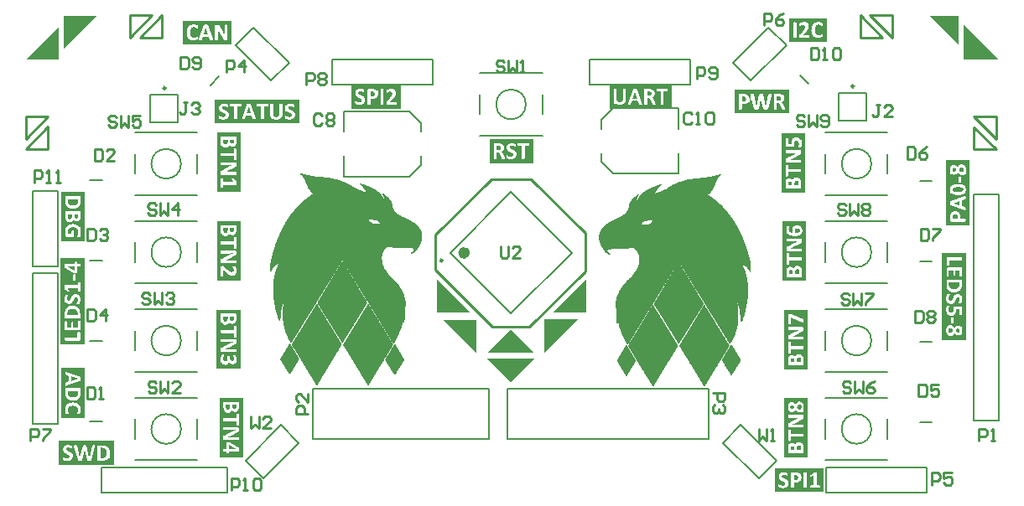
<source format=gto>
G04*
G04 #@! TF.GenerationSoftware,Altium Limited,Altium Designer,19.0.15 (446)*
G04*
G04 Layer_Color=65535*
%FSLAX44Y44*%
%MOMM*%
G71*
G01*
G75*
%ADD10C,0.1270*%
%ADD11C,0.2500*%
%ADD12C,0.6000*%
%ADD13C,0.2540*%
%ADD14C,0.0254*%
%ADD15C,0.2000*%
G36*
X952009Y460310D02*
X922629Y489690D01*
X952009D01*
X952009Y460310D01*
D02*
G37*
G36*
X48463Y455963D02*
Y489037D01*
X81537Y489037D01*
X48463Y455963D01*
D02*
G37*
G36*
X43609Y445000D02*
X9988Y445000D01*
X43609Y478622D01*
Y445000D01*
D02*
G37*
G36*
X992500Y445000D02*
X956731Y445000D01*
X956731Y480769D01*
X992500Y445000D01*
D02*
G37*
G36*
X575922Y189784D02*
X542300Y189784D01*
X575922Y223406D01*
Y189784D01*
D02*
G37*
G36*
X459149Y189410D02*
X425527D01*
X425527Y223032D01*
X459149Y189410D01*
D02*
G37*
G36*
X523774Y148944D02*
X476226D01*
X500000Y172718D01*
X523774Y148944D01*
D02*
G37*
G36*
X567524Y182519D02*
X533902Y148897D01*
Y182519D01*
X567524Y182519D01*
D02*
G37*
G36*
X465400Y148643D02*
X431778Y182265D01*
X465400D01*
X465400Y148643D01*
D02*
G37*
G36*
X500000Y119531D02*
X476226Y143305D01*
X523774D01*
X500000Y119531D01*
D02*
G37*
G36*
X662473Y419588D02*
Y395714D01*
X599458D01*
Y419588D01*
X662473D01*
D02*
G37*
G36*
X388439Y395714D02*
X338499D01*
Y419788D01*
X388439D01*
Y395714D01*
D02*
G37*
G36*
X217897Y460743D02*
X168500D01*
Y484759D01*
X217897D01*
Y460743D01*
D02*
G37*
G36*
X818720Y487288D02*
Y463243D01*
X781000D01*
Y487288D01*
X818720D01*
D02*
G37*
G36*
X285984Y404788D02*
Y380714D01*
X201042D01*
Y404788D01*
X285984D01*
D02*
G37*
G36*
X780821Y390914D02*
X726000D01*
Y414588D01*
X780821D01*
Y390914D01*
D02*
G37*
G36*
X69285Y157298D02*
X45212D01*
Y244951D01*
X69285D01*
Y157298D01*
D02*
G37*
G36*
X959372Y161975D02*
X935298D01*
Y249400D01*
X959372D01*
Y161975D01*
D02*
G37*
G36*
X963243Y277532D02*
X939170D01*
Y343459D01*
X963243D01*
Y277532D01*
D02*
G37*
G36*
X815768Y8214D02*
X766000D01*
Y32288D01*
X815768D01*
Y8214D01*
D02*
G37*
G36*
X99149Y35714D02*
X43500D01*
Y59788D01*
X99149D01*
Y35714D01*
D02*
G37*
G36*
X69759Y83288D02*
X45743D01*
Y133798D01*
X69759D01*
Y83288D01*
D02*
G37*
G36*
X69788Y261818D02*
X45743D01*
Y311500D01*
X69788D01*
Y261818D01*
D02*
G37*
G36*
X799622Y43500D02*
X775548D01*
Y103603D01*
X799622D01*
Y43500D01*
D02*
G37*
G36*
X799422Y132300D02*
X775777D01*
Y192146D01*
X799422D01*
Y132300D01*
D02*
G37*
G36*
X798042Y221660D02*
X773968D01*
Y281763D01*
X798042D01*
Y221660D01*
D02*
G37*
G36*
X797122Y311000D02*
X773277D01*
Y370703D01*
X797122D01*
Y311000D01*
D02*
G37*
G36*
X229252Y43194D02*
X205578D01*
Y103526D01*
X229252D01*
Y43194D01*
D02*
G37*
G36*
X226952Y132737D02*
X202878D01*
Y192526D01*
X226952D01*
Y132737D01*
D02*
G37*
G36*
X226952Y222275D02*
X203078D01*
Y282149D01*
X226952D01*
Y222275D01*
D02*
G37*
G36*
X226780Y311797D02*
X203078D01*
Y371500D01*
X226780D01*
Y311797D01*
D02*
G37*
G36*
X522215Y340714D02*
X478500D01*
Y364788D01*
X522215D01*
Y340714D01*
D02*
G37*
%LPC*%
G36*
X658473Y415502D02*
X646996D01*
X646939Y415474D01*
X646910Y415445D01*
X646882Y415417D01*
X646825Y415360D01*
X646768Y415274D01*
X646739Y415217D01*
Y415188D01*
X646711Y415074D01*
X646682Y414931D01*
X646654Y414846D01*
Y414789D01*
X646625Y414589D01*
Y415502D01*
Y399914D01*
Y413961D01*
X646654Y413761D01*
Y413647D01*
Y413590D01*
X646682Y413447D01*
X646711Y413333D01*
X646739Y413247D01*
Y413218D01*
X646825Y413047D01*
X646882Y413019D01*
Y412990D01*
X647025Y412933D01*
X650965D01*
Y400400D01*
X650993Y400257D01*
X651022Y400200D01*
Y400171D01*
X651107Y400114D01*
X651193Y400057D01*
X651250Y400028D01*
X651279D01*
X651450Y400000D01*
X651593D01*
X651707Y399971D01*
X651764D01*
X652021Y399943D01*
X652278Y399914D01*
X646625D01*
X658473D01*
X652849D01*
X653077Y399943D01*
X653220Y399971D01*
X653277D01*
X653477Y400000D01*
X653648D01*
X653734Y400028D01*
X653762D01*
X653905Y400086D01*
X653991Y400114D01*
X654019Y400171D01*
X654048D01*
X654105Y400257D01*
X654134Y400343D01*
Y400371D01*
Y400400D01*
Y412933D01*
X657988D01*
X658130Y412962D01*
X658188Y412990D01*
X658302Y413133D01*
X658330Y413190D01*
Y413218D01*
X658359Y413333D01*
X658387Y413447D01*
X658416Y413561D01*
Y413590D01*
X658445Y413789D01*
X658473Y413989D01*
Y414446D01*
X658445Y414617D01*
X658416Y414760D01*
Y414789D01*
X658387Y414960D01*
X658359Y415074D01*
X658330Y415160D01*
Y415188D01*
X658273Y415303D01*
X658245Y415360D01*
X658216Y415417D01*
X658188D01*
X658130Y415474D01*
X658045Y415502D01*
X658473D01*
D02*
G37*
G36*
X645854D02*
X635262D01*
X635005Y415474D01*
X634777Y415388D01*
X634663Y415274D01*
X634606Y415246D01*
X634463Y415046D01*
X634377Y414789D01*
Y414674D01*
X634349Y414589D01*
Y415502D01*
Y400400D01*
X634377Y400257D01*
X634406Y400200D01*
Y400171D01*
X634491Y400114D01*
X634577Y400057D01*
X634634Y400028D01*
X634663D01*
X634805Y400000D01*
X634948D01*
X635062Y399971D01*
X635120D01*
X635376Y399943D01*
X635633Y399914D01*
X636204D01*
X636461Y399943D01*
X636604Y399971D01*
X636661D01*
X636861Y400000D01*
X637032D01*
X637118Y400028D01*
X637146D01*
X637261Y400086D01*
X637346Y400114D01*
X637375Y400171D01*
X637403D01*
X637461Y400257D01*
X637489Y400343D01*
Y400371D01*
Y400400D01*
Y406309D01*
X638460D01*
X638802Y406281D01*
X639088Y406224D01*
X639202Y406195D01*
X639288Y406167D01*
X639316Y406138D01*
X639345D01*
X639630Y405995D01*
X639830Y405853D01*
X639973Y405738D01*
X640030Y405710D01*
Y405681D01*
X640230Y405424D01*
X640401Y405168D01*
X640458Y405082D01*
X640515Y404996D01*
X640544Y404939D01*
Y404911D01*
X640744Y404568D01*
X640887Y404225D01*
X640972Y404083D01*
X641001Y403968D01*
X641058Y403911D01*
Y403883D01*
X642457Y400428D01*
X642514Y400257D01*
X642542Y400200D01*
Y400171D01*
X642628Y400114D01*
X642714Y400057D01*
X642771Y400028D01*
X642799D01*
X642942Y400000D01*
X643085Y399971D01*
X643199Y399943D01*
X643256D01*
X643513Y399914D01*
X644484D01*
X644769Y399943D01*
X645026D01*
X645255Y399971D01*
X645426D01*
X645540Y400000D01*
X645569D01*
X645683Y400057D01*
X645740Y400086D01*
X645797Y400143D01*
X645854Y400314D01*
Y399943D01*
Y400485D01*
Y400457D01*
X645826Y400571D01*
X645797Y400657D01*
X645769Y400685D01*
X645711Y400885D01*
X645626Y401113D01*
X645569Y401285D01*
X645540Y401342D01*
Y401370D01*
X644227Y404425D01*
X644055Y404796D01*
X643913Y405110D01*
X643827Y405225D01*
X643799Y405310D01*
X643742Y405367D01*
Y405396D01*
X643570Y405710D01*
X643427Y405967D01*
X643313Y406138D01*
X643256Y406167D01*
Y406195D01*
X643056Y406424D01*
X642885Y406623D01*
X642742Y406738D01*
X642714Y406766D01*
X642685D01*
X642457Y406937D01*
X642228Y407052D01*
X642086Y407137D01*
X642057Y407166D01*
X642029D01*
X642542Y407366D01*
X642742Y407451D01*
X642942Y407566D01*
X643085Y407623D01*
X643228Y407708D01*
X643285Y407737D01*
X643313Y407766D01*
X643713Y408051D01*
X643998Y408336D01*
X644113Y408479D01*
X644198Y408565D01*
X644227Y408622D01*
X644255Y408651D01*
X644512Y409050D01*
X644712Y409421D01*
X644769Y409564D01*
X644826Y409678D01*
X644855Y409764D01*
Y409793D01*
X644969Y410306D01*
X644998Y410535D01*
X645026Y410763D01*
X645055Y410934D01*
Y411077D01*
Y411191D01*
Y411220D01*
Y411563D01*
X644998Y411877D01*
X644969Y412162D01*
X644912Y412391D01*
X644855Y412590D01*
X644826Y412762D01*
X644769Y412847D01*
Y412876D01*
X644512Y413361D01*
X644398Y413590D01*
X644255Y413761D01*
X644141Y413904D01*
X644055Y414018D01*
X643998Y414075D01*
X643970Y414104D01*
X643542Y414446D01*
X643142Y414703D01*
X642971Y414817D01*
X642828Y414874D01*
X642714Y414931D01*
X642685D01*
X642114Y415160D01*
X641829Y415246D01*
X641572Y415303D01*
X641343Y415360D01*
X641172Y415388D01*
X641058Y415417D01*
X641001D01*
X640744Y415445D01*
X640515D01*
X640344Y415474D01*
X640287D01*
X639973Y415502D01*
X645854D01*
D01*
D02*
G37*
G36*
X614821Y415588D02*
X614250D01*
X614021Y415560D01*
X613850Y415531D01*
X613793D01*
X613593Y415502D01*
X613450Y415474D01*
X613365Y415445D01*
X613336D01*
X613222Y415388D01*
X613136Y415331D01*
X613108Y415303D01*
X613079Y415274D01*
X613022Y415131D01*
Y415103D01*
Y415074D01*
Y405738D01*
X612994Y405168D01*
X612965Y404911D01*
X612908Y404682D01*
X612879Y404511D01*
X612822Y404368D01*
X612794Y404282D01*
Y404254D01*
X612594Y403826D01*
X612480Y403626D01*
X612394Y403483D01*
X612280Y403340D01*
X612223Y403255D01*
X612166Y403198D01*
X612137Y403169D01*
X611823Y402883D01*
X611480Y402684D01*
X611338Y402598D01*
X611252Y402570D01*
X611166Y402512D01*
X611138D01*
X610681Y402398D01*
X610281Y402341D01*
X610081Y402313D01*
X609824D01*
X609311Y402341D01*
X609082Y402370D01*
X608882Y402427D01*
X608711Y402455D01*
X608597Y402484D01*
X608511Y402512D01*
X608483D01*
X608083Y402712D01*
X607740Y402941D01*
X607626Y403026D01*
X607541Y403112D01*
X607483Y403140D01*
X607455Y403169D01*
X607198Y403540D01*
X606998Y403911D01*
X606912Y404083D01*
X606884Y404197D01*
X606827Y404282D01*
Y404311D01*
X606684Y404853D01*
X606656Y405110D01*
X606627Y405367D01*
X606598Y405596D01*
Y405767D01*
Y405881D01*
Y405910D01*
Y415074D01*
Y415160D01*
X606570Y415217D01*
X606541Y415274D01*
X606513D01*
X606427Y415360D01*
X606342Y415417D01*
X606284Y415445D01*
X606256D01*
X606113Y415474D01*
X605942Y415502D01*
X605828Y415531D01*
X605770D01*
X605542Y415560D01*
X605285Y415588D01*
X613185D01*
X603458D01*
Y399715D01*
Y405624D01*
X603487Y405082D01*
X603515Y404596D01*
X603572Y404140D01*
X603658Y403769D01*
X603744Y403455D01*
X603801Y403226D01*
X603829Y403083D01*
X603858Y403026D01*
X604029Y402627D01*
X604229Y402255D01*
X604429Y401941D01*
X604628Y401684D01*
X604800Y401456D01*
X604943Y401313D01*
X605057Y401199D01*
X605085Y401171D01*
X605399Y400914D01*
X605742Y400685D01*
X606085Y400485D01*
X606370Y400343D01*
X606656Y400228D01*
X606855Y400114D01*
X606998Y400086D01*
X607055Y400057D01*
X607512Y399943D01*
X607969Y399857D01*
X608397Y399800D01*
X608797Y399772D01*
X609168Y399743D01*
X609425Y399715D01*
X609682D01*
X610253Y399743D01*
X610767Y399772D01*
X611252Y399829D01*
X611652Y399914D01*
X611994Y400000D01*
X612251Y400057D01*
X612394Y400086D01*
X612451Y400114D01*
X612879Y400285D01*
X613279Y400457D01*
X613622Y400657D01*
X613907Y400857D01*
X614136Y401028D01*
X614307Y401171D01*
X614421Y401256D01*
X614450Y401285D01*
X614735Y401599D01*
X614992Y401913D01*
X615220Y402255D01*
X615392Y402541D01*
X615535Y402798D01*
X615620Y403026D01*
X615677Y403140D01*
X615706Y403198D01*
X615849Y403626D01*
X615963Y404083D01*
X616020Y404511D01*
X616077Y404911D01*
X616105Y405253D01*
X616134Y405539D01*
Y415160D01*
X616105Y415217D01*
X616077Y415274D01*
X616048D01*
X615963Y415360D01*
X615877Y415417D01*
X615820Y415445D01*
X615791D01*
X615649Y415474D01*
X615477Y415502D01*
X615363Y415531D01*
X615306D01*
X615078Y415560D01*
X614821Y415588D01*
D02*
G37*
G36*
X625841D02*
X624356D01*
X624242Y415560D01*
X624099D01*
X623842Y415531D01*
X623671Y415502D01*
X623528Y415474D01*
X623500D01*
X623357Y415417D01*
X623271Y415360D01*
X623214Y415303D01*
X623186Y415274D01*
X623129Y415188D01*
X623072Y415074D01*
X623043Y414989D01*
Y414960D01*
X618247Y401171D01*
X618161Y400885D01*
X618104Y400657D01*
X618047Y400542D01*
Y400343D01*
X618075Y400228D01*
X618104Y400143D01*
X618133Y400114D01*
X618275Y400057D01*
X618418Y400000D01*
X618532Y399971D01*
X618589D01*
X618846Y399943D01*
X619132Y399914D01*
X618047D01*
D01*
X632322D01*
D01*
X631237D01*
X631522Y399943D01*
X631608D01*
X631693Y399971D01*
X631751D01*
X631979Y400000D01*
X632122Y400028D01*
X632207Y400086D01*
X632236D01*
X632322Y400200D01*
Y400542D01*
Y400457D01*
X632293Y400685D01*
X632236Y400885D01*
X632179Y401085D01*
X632150Y401113D01*
Y401142D01*
X627354Y414903D01*
X627297Y415046D01*
X627240Y415188D01*
X627211Y415246D01*
X627183Y415274D01*
X627097Y415360D01*
X626983Y415417D01*
X626869Y415474D01*
X626840D01*
X626640Y415502D01*
X626440Y415531D01*
X626269Y415560D01*
X626012D01*
X625841Y415588D01*
D02*
G37*
%LPD*%
G36*
X639516Y413076D02*
X639687Y413047D01*
X639744D01*
X639973Y413019D01*
X640144Y412990D01*
X640258Y412962D01*
X640287D01*
X640573Y412876D01*
X640801Y412733D01*
X641001Y412619D01*
X641172Y412505D01*
X641286Y412362D01*
X641372Y412276D01*
X641400Y412219D01*
X641429Y412191D01*
X641543Y411991D01*
X641657Y411762D01*
X641743Y411363D01*
X641771Y411191D01*
X641800Y411049D01*
Y410934D01*
Y410906D01*
X641771Y410535D01*
X641714Y410249D01*
X641686Y410135D01*
X641657Y410078D01*
X641629Y410021D01*
Y409992D01*
X641486Y409707D01*
X641315Y409478D01*
X641172Y409336D01*
X641143Y409307D01*
X641115Y409279D01*
X640829Y409079D01*
X640573Y408936D01*
X640430Y408879D01*
X640344Y408850D01*
X640287Y408822D01*
X640258D01*
X639859Y408736D01*
X639488Y408708D01*
X639345Y408679D01*
X637489D01*
Y413104D01*
X639259D01*
X639516Y413076D01*
D02*
G37*
G36*
X604457Y415560D02*
X604286Y415531D01*
X604229D01*
X604029Y415502D01*
X603886Y415474D01*
X603801Y415445D01*
X603772D01*
X603658Y415388D01*
X603572Y415331D01*
X603544Y415303D01*
X603515Y415274D01*
X603458Y415131D01*
Y415588D01*
X604686D01*
X604457Y415560D01*
D02*
G37*
G36*
X627211Y405967D02*
X622843D01*
X625042Y412562D01*
X627211Y405967D01*
D02*
G37*
G36*
X629010Y400400D02*
X629038Y400285D01*
X629067Y400200D01*
X629095Y400171D01*
Y400143D01*
X629181Y400086D01*
X629267Y400028D01*
X629324Y400000D01*
X629352D01*
X629524Y399971D01*
X629695D01*
X629838Y399943D01*
X629895D01*
X630180Y399914D01*
X619788D01*
X620045Y399943D01*
X620274D01*
X620474Y399971D01*
X620645Y400000D01*
X620731Y400028D01*
X620759D01*
X620873Y400086D01*
X620959Y400143D01*
X621016Y400171D01*
Y400200D01*
X621130Y400400D01*
X621159Y400457D01*
Y400485D01*
X622129Y403540D01*
X627982D01*
X629010Y400400D01*
D02*
G37*
%LPC*%
G36*
X348295Y415788D02*
X347553D01*
X347181Y415731D01*
X346839Y415702D01*
X346525Y415645D01*
X346268Y415588D01*
X346097Y415560D01*
X345982Y415502D01*
X345925D01*
X345583Y415388D01*
X345269Y415246D01*
X344983Y415103D01*
X344755Y414960D01*
X344555Y414846D01*
X344384Y414732D01*
X344298Y414674D01*
X344269Y414646D01*
X344012Y414417D01*
X343784Y414189D01*
X343613Y413961D01*
X343442Y413732D01*
X343327Y413561D01*
X343242Y413390D01*
X343185Y413276D01*
X343156Y413247D01*
X343013Y412933D01*
X342928Y412590D01*
X342842Y412276D01*
X342813Y411962D01*
X342785Y411705D01*
X342756Y411506D01*
Y411363D01*
Y411306D01*
Y410963D01*
X342813Y410620D01*
X342842Y410335D01*
X342899Y410107D01*
X342956Y409907D01*
X342985Y409735D01*
X343042Y409650D01*
Y409621D01*
X343270Y409136D01*
X343413Y408936D01*
X343527Y408765D01*
X343613Y408622D01*
X343698Y408508D01*
X343755Y408451D01*
X343784Y408422D01*
X344127Y408079D01*
X344469Y407794D01*
X344612Y407680D01*
X344726Y407594D01*
X344783Y407566D01*
X344812Y407537D01*
X345269Y407309D01*
X345640Y407109D01*
X345811Y407023D01*
X345925Y406966D01*
X346011Y406909D01*
X346040D01*
X346496Y406709D01*
X346696Y406595D01*
X346867Y406509D01*
X347039Y406452D01*
X347153Y406395D01*
X347210Y406338D01*
X347239D01*
X347667Y406138D01*
X347981Y405967D01*
X348124Y405910D01*
X348209Y405853D01*
X348266Y405796D01*
X348295D01*
X348609Y405567D01*
X348837Y405339D01*
X348980Y405168D01*
X349037Y405139D01*
Y405110D01*
X349151Y404968D01*
X349208Y404825D01*
X349323Y404539D01*
Y404397D01*
X349351Y404311D01*
Y404254D01*
Y404225D01*
X349323Y403911D01*
X349266Y403654D01*
X349208Y403455D01*
X349180Y403426D01*
Y403397D01*
X349037Y403140D01*
X348866Y402941D01*
X348752Y402826D01*
X348723Y402769D01*
X348695D01*
X348438Y402598D01*
X348181Y402484D01*
X348095Y402427D01*
X348009Y402398D01*
X347952Y402370D01*
X347924D01*
X347581Y402313D01*
X347239Y402284D01*
X347096Y402255D01*
X346867D01*
X346268Y402284D01*
X346011Y402313D01*
X345783Y402370D01*
X345583Y402398D01*
X345440Y402427D01*
X345354Y402455D01*
X345326D01*
X344869Y402598D01*
X344669Y402684D01*
X344498Y402741D01*
X344384Y402798D01*
X344269Y402855D01*
X344212Y402883D01*
X344184D01*
X343870Y403055D01*
X343641Y403198D01*
X343470Y403283D01*
X343442Y403312D01*
X343413D01*
X343213Y403455D01*
X343042Y403512D01*
X342956Y403540D01*
X342842D01*
X342785Y403512D01*
X342756Y403483D01*
X342728Y403455D01*
X342671Y403397D01*
X342613Y403312D01*
X342585Y403255D01*
Y403226D01*
X342556Y403112D01*
X342528Y402969D01*
X342499Y402883D01*
Y401827D01*
X342528Y401570D01*
X342556Y401427D01*
Y401370D01*
X342613Y401171D01*
X342671Y401028D01*
X342728Y400942D01*
X342756Y400914D01*
X342899Y400771D01*
X343070Y400657D01*
X343213Y400571D01*
X343270Y400542D01*
X343556Y400400D01*
X343841Y400285D01*
X343984Y400228D01*
X344070Y400200D01*
X344127Y400171D01*
X344155D01*
X344583Y400057D01*
X344983Y399943D01*
X345126Y399914D01*
X345269Y399886D01*
X345354Y399857D01*
X345383D01*
X345897Y399772D01*
X346154Y399743D01*
X346382D01*
X346582Y399715D01*
X342499D01*
X352634D01*
X347296D01*
X347724Y399772D01*
X348095Y399800D01*
X348438Y399857D01*
X348695Y399914D01*
X348923Y399943D01*
X349037Y400000D01*
X349094D01*
X349465Y400143D01*
X349837Y400285D01*
X350151Y400428D01*
X350408Y400600D01*
X350636Y400714D01*
X350779Y400828D01*
X350893Y400914D01*
X350921Y400942D01*
X351207Y401199D01*
X351464Y401456D01*
X351664Y401713D01*
X351864Y401941D01*
X351978Y402170D01*
X352092Y402341D01*
X352149Y402455D01*
X352178Y402484D01*
X352320Y402826D01*
X352435Y403198D01*
X352520Y403569D01*
X352577Y403911D01*
X352606Y404197D01*
X352634Y404425D01*
Y404968D01*
X352577Y405282D01*
X352549Y405567D01*
X352492Y405796D01*
X352435Y405995D01*
X352378Y406138D01*
X352349Y406224D01*
X352320Y406252D01*
X352092Y406738D01*
X351949Y406937D01*
X351835Y407109D01*
X351721Y407252D01*
X351635Y407366D01*
X351578Y407423D01*
X351549Y407451D01*
X351207Y407794D01*
X350864Y408079D01*
X350722Y408194D01*
X350607Y408279D01*
X350522Y408308D01*
X350493Y408336D01*
X350036Y408593D01*
X349665Y408793D01*
X349494Y408879D01*
X349380Y408936D01*
X349294Y408993D01*
X349266D01*
X348837Y409193D01*
X348438Y409364D01*
X348295Y409450D01*
X348181Y409478D01*
X348095Y409536D01*
X348066D01*
X347638Y409735D01*
X347296Y409907D01*
X347181Y409964D01*
X347067Y410021D01*
X347010Y410078D01*
X346982D01*
X346668Y410306D01*
X346411Y410506D01*
X346268Y410677D01*
X346211Y410706D01*
Y410735D01*
X346068Y411049D01*
X345982Y411334D01*
Y411477D01*
X345954Y411563D01*
Y411620D01*
Y411648D01*
X345982Y411905D01*
X346011Y412105D01*
X346040Y412248D01*
X346068Y412305D01*
X346182Y412533D01*
X346296Y412705D01*
X346411Y412819D01*
X346439Y412847D01*
X346639Y412990D01*
X346839Y413104D01*
X347010Y413161D01*
X347039Y413190D01*
X347067D01*
X347381Y413276D01*
X347667Y413304D01*
X347809Y413333D01*
X347981D01*
X348438Y413304D01*
X348638Y413276D01*
X348837Y413247D01*
X348980Y413218D01*
X349094Y413190D01*
X349151Y413161D01*
X349180D01*
X349580Y413019D01*
X349894Y412904D01*
X350008Y412876D01*
X350093Y412819D01*
X350122Y412790D01*
X350151D01*
X350436Y412648D01*
X350664Y412533D01*
X350807Y412448D01*
X350864Y412419D01*
X351064Y412333D01*
X351207Y412305D01*
X351264Y412276D01*
X351378D01*
X351435Y412305D01*
X351492Y412333D01*
X351578Y412476D01*
X351607Y412533D01*
Y412562D01*
X351635Y412676D01*
X351664Y412790D01*
X351692Y412904D01*
Y412933D01*
X351721Y413133D01*
Y413333D01*
Y413475D01*
Y413504D01*
Y413532D01*
Y413732D01*
Y413904D01*
X351692Y414018D01*
Y414046D01*
Y414189D01*
Y414332D01*
X351664Y414389D01*
Y414417D01*
X351607Y414589D01*
X351578Y414617D01*
Y414646D01*
X351549Y414703D01*
X351492Y414789D01*
X351435Y414817D01*
X351407Y414846D01*
X351293Y414931D01*
X351121Y415046D01*
X350979Y415103D01*
X350950Y415131D01*
X350921D01*
X350636Y415274D01*
X350350Y415388D01*
X350236Y415417D01*
X350151Y415445D01*
X350093Y415474D01*
X350065D01*
X349722Y415560D01*
X349380Y415645D01*
X349237Y415674D01*
X349123D01*
X349066Y415702D01*
X349037D01*
X348638Y415759D01*
X348295Y415788D01*
D02*
G37*
G36*
X365653Y415502D02*
Y411106D01*
X365596Y411448D01*
X365567Y411734D01*
X365510Y411991D01*
X365453Y412191D01*
X365425Y412333D01*
X365368Y412448D01*
Y412476D01*
X365139Y413019D01*
X365025Y413247D01*
X364882Y413447D01*
X364768Y413590D01*
X364682Y413704D01*
X364625Y413789D01*
X364597Y413818D01*
X364197Y414218D01*
X363826Y414503D01*
X363655Y414617D01*
X363512Y414703D01*
X363426Y414732D01*
X363398Y414760D01*
X362884Y414989D01*
X362627Y415074D01*
X362427Y415160D01*
X362227Y415217D01*
X362084Y415246D01*
X361999Y415274D01*
X361970D01*
X361485Y415360D01*
X361285Y415388D01*
X361114Y415417D01*
X360971D01*
X360857Y415445D01*
X360771D01*
X360400Y415474D01*
X360086Y415502D01*
X365653D01*
X360086D01*
D01*
X356089D01*
X355775Y415445D01*
X355518Y415360D01*
X355375Y415274D01*
X355318Y415217D01*
X355147Y414960D01*
X355061Y414674D01*
Y414560D01*
X355033Y414446D01*
Y414503D01*
Y399914D01*
X365653D01*
X356888D01*
X357145Y399943D01*
X357288Y399971D01*
X357345D01*
X357545Y400000D01*
X357716D01*
X357802Y400028D01*
X357831D01*
X357945Y400086D01*
X358030Y400114D01*
X358059Y400171D01*
X358087D01*
X358144Y400257D01*
X358173Y400343D01*
Y400371D01*
Y400400D01*
Y405367D01*
X359458D01*
X360029Y405396D01*
X360514Y405424D01*
X360971Y405481D01*
X361371Y405539D01*
X361685Y405596D01*
X361913Y405653D01*
X362056Y405710D01*
X362113D01*
X362513Y405853D01*
X362884Y406024D01*
X363226Y406195D01*
X363512Y406367D01*
X363712Y406538D01*
X363883Y406652D01*
X363997Y406738D01*
X364026Y406766D01*
X364311Y407023D01*
X364540Y407309D01*
X364768Y407594D01*
X364939Y407880D01*
X365053Y408108D01*
X365139Y408279D01*
X365196Y408394D01*
X365225Y408451D01*
X365368Y408850D01*
X365482Y409250D01*
X365539Y409621D01*
X365596Y409992D01*
X365625Y410306D01*
X365653Y410535D01*
Y415502D01*
D02*
G37*
G36*
X379186Y415788D02*
X378986D01*
X378443Y415759D01*
X378186Y415731D01*
X377958Y415702D01*
X377758Y415674D01*
X377615Y415645D01*
X377530Y415617D01*
X377501D01*
X376987Y415502D01*
X376759Y415445D01*
X376587Y415388D01*
X376416Y415331D01*
X376302Y415274D01*
X376216Y415246D01*
X376188D01*
X375788Y415103D01*
X375503Y414960D01*
X375388Y414903D01*
X375303Y414846D01*
X375246Y414817D01*
X375217D01*
X374960Y414674D01*
X374789Y414560D01*
X374675Y414475D01*
X374646Y414446D01*
X374561Y414360D01*
X374503Y414275D01*
X374446Y414218D01*
Y414189D01*
X374389Y414046D01*
X374361Y413989D01*
Y413961D01*
X374332Y413875D01*
Y413761D01*
X374304Y413675D01*
Y413647D01*
Y413504D01*
Y413361D01*
Y413247D01*
Y413190D01*
Y412904D01*
X374332Y412705D01*
Y412562D01*
Y412505D01*
X374361Y412305D01*
Y412162D01*
X374389Y412076D01*
Y412048D01*
X374475Y411877D01*
X374503Y411848D01*
Y411819D01*
X374646Y411762D01*
X374703D01*
X374846Y411791D01*
X374989Y411848D01*
X375103Y411905D01*
X375131Y411934D01*
X375360Y412076D01*
X375588Y412191D01*
X375760Y412305D01*
X375788Y412333D01*
X375817D01*
X376159Y412505D01*
X376473Y412619D01*
X376587Y412676D01*
X376702Y412705D01*
X376759Y412733D01*
X376787D01*
X377244Y412847D01*
X377644Y412904D01*
X377815Y412933D01*
X378072D01*
X378415Y412904D01*
X378672Y412847D01*
X378786Y412819D01*
X378871Y412790D01*
X378900Y412762D01*
X378929D01*
X379186Y412648D01*
X379385Y412505D01*
X379500Y412419D01*
X379557Y412362D01*
X379728Y412162D01*
X379842Y411962D01*
X379899Y411791D01*
X379928Y411762D01*
Y411734D01*
X380014Y411477D01*
X380042Y411249D01*
X380071Y411049D01*
Y411020D01*
Y410992D01*
X380042Y410677D01*
X380014Y410364D01*
X379985Y410249D01*
Y410164D01*
X379956Y410107D01*
Y410078D01*
X379842Y409735D01*
X379728Y409393D01*
X379642Y409250D01*
X379614Y409136D01*
X379557Y409079D01*
Y409050D01*
X379328Y408622D01*
X379071Y408194D01*
X378957Y408022D01*
X378871Y407880D01*
X378814Y407794D01*
X378786Y407766D01*
X378586Y407509D01*
X378386Y407252D01*
X378158Y406995D01*
X377958Y406766D01*
X377787Y406538D01*
X377644Y406395D01*
X377530Y406281D01*
X377501Y406252D01*
X374818Y403369D01*
X374646Y403198D01*
X374532Y403026D01*
X374446Y402912D01*
X374418Y402883D01*
X374332Y402741D01*
X374246Y402598D01*
X374189Y402484D01*
X374161Y402455D01*
X374104Y402284D01*
X374075Y402141D01*
X374047Y402027D01*
Y401970D01*
X374018Y401741D01*
Y401998D01*
Y401028D01*
X374047Y400799D01*
Y400657D01*
Y400600D01*
X374104Y400428D01*
X374161Y400314D01*
X374189Y400228D01*
X374218Y400200D01*
X374418Y400086D01*
X374503Y400028D01*
X374532D01*
X374675Y400000D01*
X374018D01*
D01*
X384439D01*
D01*
X383925D01*
X384067Y400028D01*
X384125Y400057D01*
X384210Y400114D01*
X384267Y400171D01*
X384296Y400228D01*
Y400257D01*
X384324Y400400D01*
X384353Y400514D01*
X384382Y400628D01*
Y400657D01*
X384410Y400857D01*
X384439Y401056D01*
Y401485D01*
X384410Y401684D01*
X384382Y401799D01*
Y401827D01*
X384353Y401998D01*
X384324Y402113D01*
X384296Y402198D01*
X384267Y402227D01*
X384153Y402398D01*
X384125Y402427D01*
X384096Y402455D01*
X384039Y402512D01*
X383953Y402541D01*
X377758D01*
X379557Y404397D01*
X380042Y404882D01*
X380470Y405339D01*
X380841Y405738D01*
X381184Y406081D01*
X381412Y406367D01*
X381612Y406595D01*
X381726Y406709D01*
X381755Y406766D01*
X382040Y407137D01*
X382298Y407480D01*
X382526Y407794D01*
X382697Y408079D01*
X382840Y408308D01*
X382954Y408479D01*
X383011Y408593D01*
X383040Y408622D01*
X383211Y408936D01*
X383325Y409221D01*
X383439Y409507D01*
X383525Y409735D01*
X383582Y409935D01*
X383611Y410107D01*
X383639Y410192D01*
Y410221D01*
X383754Y410763D01*
X383782Y411020D01*
Y411249D01*
X383811Y411420D01*
Y411591D01*
Y411677D01*
Y411705D01*
Y412019D01*
X383754Y412305D01*
X383725Y412590D01*
X383668Y412819D01*
X383611Y413019D01*
X383554Y413190D01*
X383525Y413276D01*
X383497Y413304D01*
X383382Y413590D01*
X383240Y413847D01*
X383097Y414046D01*
X382954Y414246D01*
X382811Y414417D01*
X382697Y414532D01*
X382640Y414589D01*
X382612Y414617D01*
X382383Y414817D01*
X382126Y414989D01*
X381641Y415246D01*
X381412Y415360D01*
X381241Y415417D01*
X381127Y415474D01*
X381098D01*
X380756Y415588D01*
X380385Y415645D01*
X380042Y415702D01*
X379699Y415759D01*
X379414D01*
X379186Y415788D01*
D02*
G37*
G36*
X371277Y415588D02*
X369365D01*
X369136Y415560D01*
X368965Y415531D01*
X368908D01*
X368708Y415502D01*
X368565Y415474D01*
X368451Y415445D01*
X368422D01*
X368308Y415388D01*
X368223Y415331D01*
X368194Y415303D01*
X368165Y415274D01*
X368108Y415131D01*
Y399914D01*
X371277D01*
Y415160D01*
X371249Y415217D01*
X371220Y415274D01*
X371192D01*
X371106Y415360D01*
X371020Y415417D01*
X370935Y415445D01*
X370906D01*
X370763Y415474D01*
X370592Y415502D01*
X370478Y415531D01*
X370421D01*
X370192Y415560D01*
X369935Y415588D01*
X371277D01*
D02*
G37*
%LPD*%
G36*
X360172Y413047D02*
X360286Y413019D01*
X360371D01*
X360429Y412990D01*
X360457D01*
X360800Y412904D01*
X361085Y412819D01*
X361199Y412762D01*
X361285Y412705D01*
X361314Y412676D01*
X361342D01*
X361628Y412448D01*
X361856Y412191D01*
X361942Y412076D01*
X361999Y411962D01*
X362056Y411905D01*
Y411877D01*
X362170Y411677D01*
X362227Y411448D01*
X362341Y411020D01*
Y410820D01*
X362370Y410677D01*
Y410563D01*
Y410535D01*
X362341Y410107D01*
X362284Y409764D01*
X362256Y409621D01*
X362227Y409507D01*
X362198Y409450D01*
Y409421D01*
X362056Y409079D01*
X361884Y408822D01*
X361799Y408708D01*
X361742Y408622D01*
X361713Y408593D01*
X361685Y408565D01*
X361428Y408308D01*
X361142Y408137D01*
X361028Y408079D01*
X360942Y408022D01*
X360885Y407994D01*
X360857D01*
X360429Y407880D01*
X360029Y407823D01*
X359857Y407794D01*
X358173D01*
Y413076D01*
X359857D01*
X360172Y413047D01*
D02*
G37*
G36*
X355061Y400257D02*
X355090Y400200D01*
Y400171D01*
X355175Y400114D01*
X355261Y400057D01*
X355318Y400028D01*
X355347D01*
X355489Y400000D01*
X355632D01*
X355746Y399971D01*
X355803D01*
X356060Y399943D01*
X356317Y399914D01*
X355033D01*
Y400400D01*
X355061Y400257D01*
D02*
G37*
G36*
X371277Y399914D02*
X369993D01*
X370221Y399943D01*
X370364Y399971D01*
X370421D01*
X370621Y400000D01*
X370792D01*
X370878Y400028D01*
X370906D01*
X371049Y400086D01*
X371135Y400114D01*
X371163Y400171D01*
X371192D01*
X371249Y400257D01*
X371277Y400343D01*
Y399914D01*
D02*
G37*
G36*
X368137Y400257D02*
X368165Y400200D01*
Y400171D01*
X368251Y400114D01*
X368337Y400057D01*
X368394Y400028D01*
X368422D01*
X368594Y400000D01*
X368736D01*
X368851Y399971D01*
X368908D01*
X369165Y399943D01*
X369422Y399914D01*
X368108D01*
Y400400D01*
X368137Y400257D01*
D02*
G37*
%LPC*%
G36*
X183977Y480759D02*
D01*
Y467855D01*
X183948Y467969D01*
Y468026D01*
X183920Y468198D01*
X183891Y468312D01*
X183863Y468397D01*
Y468426D01*
X183806Y468512D01*
X183777Y468569D01*
X183749Y468626D01*
X183720D01*
X183606Y468683D01*
X183549D01*
X183435Y468654D01*
X183292Y468597D01*
X183178Y468512D01*
X183120Y468483D01*
X182892Y468340D01*
X182635Y468169D01*
X182464Y468083D01*
X182407Y468026D01*
X182378D01*
X182036Y467855D01*
X181693Y467741D01*
X181550Y467684D01*
X181436Y467627D01*
X181350Y467598D01*
X181322D01*
X180837Y467512D01*
X180380Y467455D01*
X180180Y467427D01*
X179894D01*
X179552Y467455D01*
X179238Y467484D01*
X178981Y467541D01*
X178724Y467598D01*
X178524Y467655D01*
X178381Y467684D01*
X178267Y467741D01*
X178239D01*
X177981Y467883D01*
X177725Y468026D01*
X177496Y468169D01*
X177325Y468340D01*
X177154Y468455D01*
X177039Y468569D01*
X176982Y468654D01*
X176954Y468683D01*
X176782Y468940D01*
X176611Y469225D01*
X176468Y469482D01*
X176354Y469768D01*
X176269Y469996D01*
X176211Y470168D01*
X176154Y470282D01*
Y470339D01*
X176069Y470738D01*
X176012Y471138D01*
X175954Y471538D01*
X175926Y471909D01*
Y472223D01*
X175897Y472480D01*
Y472651D01*
Y472680D01*
Y472708D01*
Y473165D01*
X175926Y473565D01*
X175983Y473965D01*
X176040Y474279D01*
X176069Y474564D01*
X176126Y474764D01*
X176154Y474878D01*
Y474935D01*
X176269Y475306D01*
X176383Y475620D01*
X176525Y475906D01*
X176640Y476163D01*
X176754Y476363D01*
X176840Y476506D01*
X176897Y476591D01*
X176925Y476620D01*
X177125Y476877D01*
X177325Y477105D01*
X177553Y477276D01*
X177725Y477419D01*
X177896Y477562D01*
X178039Y477648D01*
X178124Y477676D01*
X178153Y477705D01*
X178438Y477847D01*
X178724Y477933D01*
X179009Y478019D01*
X179266Y478047D01*
X179495Y478076D01*
X179666Y478104D01*
X180123D01*
X180380Y478076D01*
X180637Y478047D01*
X180837Y477990D01*
X181008Y477962D01*
X181122Y477904D01*
X181208Y477876D01*
X181236D01*
X181664Y477733D01*
X181836Y477648D01*
X182007Y477562D01*
X182121Y477505D01*
X182207Y477476D01*
X182264Y477419D01*
X182292D01*
X182578Y477248D01*
X182806Y477105D01*
X182949Y476991D01*
X183006Y476962D01*
X183206Y476848D01*
X183349Y476791D01*
X183435Y476762D01*
X183463D01*
X183606Y476791D01*
X183663Y476819D01*
X183777Y476962D01*
X183806Y477019D01*
Y477048D01*
X183834Y477162D01*
X183863Y477305D01*
X183891Y477419D01*
Y477448D01*
X183920Y477648D01*
Y477847D01*
Y478019D01*
Y478047D01*
Y478076D01*
Y478304D01*
Y478475D01*
X183891Y478590D01*
Y478618D01*
X183863Y478789D01*
Y478904D01*
X183834Y478989D01*
Y479018D01*
X183806Y479132D01*
X183777Y479218D01*
X183749Y479275D01*
Y479303D01*
X183692Y479389D01*
X183606Y479475D01*
X183549Y479532D01*
X183520Y479560D01*
X183349Y479703D01*
X183178Y479817D01*
X183006Y479931D01*
X182978Y479960D01*
X182949D01*
X182635Y480131D01*
X182350Y480246D01*
X182207Y480303D01*
X182121Y480331D01*
X182064Y480360D01*
X182036D01*
X181636Y480474D01*
X181293Y480560D01*
X181150Y480588D01*
X181036Y480617D01*
X180951Y480645D01*
X180922D01*
X180465Y480702D01*
X180066Y480759D01*
X179666D01*
X179095Y480731D01*
X178552Y480674D01*
X178067Y480588D01*
X177610Y480502D01*
X177268Y480388D01*
X176982Y480303D01*
X176811Y480246D01*
X176782Y480217D01*
X176754D01*
X176269Y479989D01*
X175840Y479732D01*
X175469Y479475D01*
X175127Y479218D01*
X174841Y478989D01*
X174641Y478789D01*
X174527Y478675D01*
X174470Y478618D01*
X174127Y478218D01*
X173842Y477790D01*
X173585Y477362D01*
X173385Y476962D01*
X173214Y476591D01*
X173100Y476306D01*
X173071Y476191D01*
X173043Y476106D01*
X173014Y476077D01*
Y476049D01*
X172843Y475449D01*
X172728Y474850D01*
X172614Y474250D01*
X172557Y473708D01*
X172529Y473251D01*
Y473051D01*
X172500Y472880D01*
Y472537D01*
X172529Y471823D01*
X172586Y471195D01*
X172643Y470596D01*
X172728Y470110D01*
X172814Y469682D01*
X172843Y469511D01*
X172900Y469368D01*
X172928Y469254D01*
Y469168D01*
X172957Y469140D01*
Y469111D01*
X173157Y468597D01*
X173385Y468112D01*
X173613Y467712D01*
X173813Y467341D01*
X174013Y467056D01*
X174184Y466856D01*
X174299Y466741D01*
X174327Y466684D01*
X174698Y466342D01*
X175070Y466056D01*
X175412Y465799D01*
X175783Y465600D01*
X176069Y465428D01*
X176326Y465314D01*
X176468Y465257D01*
X176525Y465228D01*
X177011Y465057D01*
X177525Y464943D01*
X178010Y464857D01*
X178438Y464800D01*
X178838Y464772D01*
X179152Y464743D01*
X172500D01*
D01*
X183977D01*
Y480759D01*
D02*
G37*
G36*
X213897Y480560D02*
X201107D01*
X212213D01*
X211984Y480531D01*
X211841Y480502D01*
X211784D01*
X211584Y480474D01*
X211442Y480445D01*
X211356Y480417D01*
X211327Y480388D01*
X211156Y480303D01*
X211128Y480274D01*
X211099Y480246D01*
X211042Y480103D01*
Y480046D01*
Y480017D01*
Y472766D01*
Y472137D01*
Y471852D01*
Y471595D01*
Y471367D01*
Y471167D01*
Y471053D01*
Y471024D01*
X211070Y470367D01*
Y470082D01*
Y469825D01*
X211099Y469596D01*
Y469425D01*
Y469311D01*
Y469282D01*
X210928Y469625D01*
X210785Y469939D01*
X210728Y470053D01*
X210671Y470139D01*
X210642Y470196D01*
Y470225D01*
X210471Y470596D01*
X210328Y470881D01*
X210243Y471024D01*
X210214Y471110D01*
X210157Y471167D01*
Y471195D01*
X209986Y471566D01*
X209843Y471880D01*
X209757Y472023D01*
X209729Y472109D01*
X209672Y472166D01*
Y472195D01*
X209472Y472566D01*
X209329Y472880D01*
X209243Y472994D01*
X209215Y473108D01*
X209158Y473165D01*
Y473194D01*
X206160Y478875D01*
X205989Y479189D01*
X205846Y479446D01*
X205732Y479589D01*
X205703Y479646D01*
X205560Y479846D01*
X205389Y480017D01*
X205303Y480103D01*
X205246Y480131D01*
X205047Y480274D01*
X204875Y480360D01*
X204732Y480388D01*
X204704Y480417D01*
X204675D01*
X204447Y480474D01*
X204190Y480502D01*
X202220D01*
X201906Y480445D01*
X201649Y480360D01*
X201478Y480274D01*
X201449Y480217D01*
X201421D01*
X201307Y480103D01*
X201250Y479960D01*
X201135Y479674D01*
Y479560D01*
X201107Y479446D01*
Y465428D01*
X201135Y465257D01*
X201164Y465228D01*
Y465200D01*
X201221Y465143D01*
X201278Y465086D01*
X201335Y465057D01*
X201364D01*
X201506Y465029D01*
X201649Y465000D01*
X201763Y464972D01*
X201792D01*
X202020Y464943D01*
X202249Y464914D01*
X202791D01*
X203020Y464943D01*
X203134Y464972D01*
X203191D01*
X203391Y465000D01*
X203533Y465029D01*
X203619Y465057D01*
X203648D01*
X203762Y465114D01*
X203819Y465143D01*
X203876Y465200D01*
X203933Y465285D01*
X203962Y465343D01*
Y465400D01*
Y465428D01*
Y473536D01*
Y474193D01*
Y474507D01*
Y474764D01*
X203933Y474992D01*
Y475164D01*
Y475278D01*
Y475306D01*
X203905Y475934D01*
Y476249D01*
X203876Y476506D01*
Y476734D01*
X203848Y476905D01*
Y477019D01*
Y477048D01*
X203876D01*
X204076Y476506D01*
X204190Y476277D01*
X204276Y476049D01*
X204361Y475849D01*
X204419Y475706D01*
X204447Y475592D01*
X204476Y475563D01*
X204732Y475050D01*
X204847Y474793D01*
X204961Y474593D01*
X205047Y474421D01*
X205104Y474307D01*
X205132Y474221D01*
X205161Y474193D01*
X209015Y466913D01*
X209215Y466513D01*
X209386Y466199D01*
X209443Y466085D01*
X209500Y465999D01*
X209529Y465971D01*
Y465942D01*
X209729Y465685D01*
X209871Y465514D01*
X209986Y465371D01*
X210043Y465343D01*
X210243Y465200D01*
X210414Y465114D01*
X210557Y465057D01*
X210614Y465029D01*
X210871Y465000D01*
X211099Y464972D01*
X212869D01*
X213012Y465000D01*
X213097Y465029D01*
X213126D01*
X213297Y465086D01*
X213412Y465143D01*
X213497Y465200D01*
X213526Y465228D01*
X213640Y465343D01*
X213726Y465457D01*
X213754Y465542D01*
X213783Y465571D01*
X213840Y465742D01*
X213897Y465914D01*
Y480103D01*
X213868Y480188D01*
X213840Y480217D01*
X213811Y480246D01*
X213754Y480303D01*
X213697Y480360D01*
X213640Y480388D01*
X213611D01*
X213497Y480445D01*
X213354Y480474D01*
X213240Y480502D01*
X213183D01*
X212955Y480531D01*
X212726Y480560D01*
X213897D01*
D02*
G37*
G36*
X192599Y480588D02*
X191114D01*
X191000Y480560D01*
X190857D01*
X190600Y480531D01*
X190429Y480502D01*
X190286Y480474D01*
X190258D01*
X190115Y480417D01*
X190030Y480360D01*
X189972Y480303D01*
X189944Y480274D01*
X189887Y480188D01*
X189830Y480074D01*
X189801Y479989D01*
Y479960D01*
X185005Y466171D01*
X184919Y465885D01*
X184862Y465657D01*
X184805Y465542D01*
Y465343D01*
X184833Y465228D01*
X184862Y465143D01*
X184890Y465114D01*
X185033Y465057D01*
X185176Y465000D01*
X185290Y464972D01*
X185347D01*
X185604Y464943D01*
X185890Y464914D01*
X184805D01*
D01*
X199080D01*
Y465457D01*
D01*
X199051Y465685D01*
X198994Y465885D01*
X198937Y466085D01*
X198908Y466113D01*
Y466142D01*
X194112Y479903D01*
X194055Y480046D01*
X193998Y480188D01*
X193969Y480246D01*
X193941Y480274D01*
X193855Y480360D01*
X193741Y480417D01*
X193627Y480474D01*
X193598D01*
X193398Y480502D01*
X193199Y480531D01*
X193027Y480560D01*
X192770D01*
X192599Y480588D01*
D02*
G37*
%LPD*%
G36*
X183977Y464743D02*
X179409D01*
X179980Y464772D01*
X180237Y464800D01*
X180465Y464829D01*
X180665D01*
X180808Y464857D01*
X180894Y464886D01*
X180922D01*
X181408Y464972D01*
X181636Y465029D01*
X181807Y465086D01*
X181978Y465143D01*
X182093Y465171D01*
X182150Y465200D01*
X182178D01*
X182549Y465343D01*
X182835Y465485D01*
X182949Y465514D01*
X183035Y465571D01*
X183063Y465600D01*
X183092D01*
X183320Y465742D01*
X183492Y465885D01*
X183577Y465942D01*
X183606Y465971D01*
X183692Y466056D01*
X183749Y466142D01*
X183806Y466171D01*
Y466199D01*
X183863Y466370D01*
X183891Y466427D01*
Y466456D01*
X183920Y466599D01*
Y466713D01*
X183948Y466799D01*
Y466827D01*
X183977Y466998D01*
Y464743D01*
D02*
G37*
G36*
X193969Y470967D02*
X189601D01*
X191800Y477562D01*
X193969Y470967D01*
D02*
G37*
G36*
X199080Y464914D02*
X197995D01*
X198280Y464943D01*
X198366D01*
X198452Y464972D01*
X198509D01*
X198737Y465000D01*
X198880Y465029D01*
X198965Y465086D01*
X198994D01*
X199080Y465200D01*
Y464914D01*
D02*
G37*
G36*
X195768Y465400D02*
X195797Y465285D01*
X195825Y465200D01*
X195854Y465171D01*
Y465143D01*
X195939Y465086D01*
X196025Y465029D01*
X196082Y465000D01*
X196110D01*
X196282Y464972D01*
X196453D01*
X196596Y464943D01*
X196653D01*
X196938Y464914D01*
X186546D01*
X186803Y464943D01*
X187032D01*
X187232Y464972D01*
X187403Y465000D01*
X187489Y465029D01*
X187517D01*
X187631Y465086D01*
X187717Y465143D01*
X187774Y465171D01*
Y465200D01*
X187888Y465400D01*
X187917Y465457D01*
Y465485D01*
X188888Y468540D01*
X194740D01*
X195768Y465400D01*
D02*
G37*
%LPC*%
G36*
X810809Y483259D02*
X810409D01*
X809838Y483231D01*
X809296Y483174D01*
X808810Y483088D01*
X808354Y483002D01*
X808011Y482888D01*
X807726Y482803D01*
X807554Y482746D01*
X807526Y482717D01*
X807497D01*
X807012Y482489D01*
X806583Y482232D01*
X806212Y481975D01*
X805870Y481718D01*
X805584Y481489D01*
X805384Y481289D01*
X805270Y481175D01*
X805213Y481118D01*
X804871Y480718D01*
X804585Y480290D01*
X804328Y479862D01*
X804128Y479462D01*
X803957Y479091D01*
X803843Y478806D01*
X803814Y478691D01*
X803786Y478606D01*
X803757Y478577D01*
Y478549D01*
X803586Y477949D01*
X803472Y477350D01*
X803357Y476750D01*
X803300Y476208D01*
X803272Y475751D01*
Y475551D01*
X803243Y475380D01*
Y467243D01*
X814720D01*
D01*
X810152D01*
X810723Y467272D01*
X810980Y467300D01*
X811208Y467329D01*
X811408D01*
X811551Y467357D01*
X811637Y467386D01*
X811665D01*
X812151Y467472D01*
X812379Y467529D01*
X812550Y467586D01*
X812722Y467643D01*
X812836Y467671D01*
X812893Y467700D01*
X812922D01*
X813293Y467843D01*
X813578Y467985D01*
X813692Y468014D01*
X813778Y468071D01*
X813807Y468100D01*
X813835D01*
X814063Y468242D01*
X814235Y468385D01*
X814320Y468442D01*
X814349Y468471D01*
X814435Y468556D01*
X814492Y468642D01*
X814549Y468671D01*
Y468699D01*
X814606Y468870D01*
X814634Y468927D01*
Y468956D01*
X814663Y469099D01*
Y469213D01*
X814692Y469299D01*
Y469327D01*
X814720Y469498D01*
Y470355D01*
X814692Y470469D01*
Y470526D01*
X814663Y470698D01*
X814634Y470812D01*
X814606Y470897D01*
Y470926D01*
X814549Y471012D01*
X814520Y471069D01*
X814492Y471126D01*
X814463D01*
X814349Y471183D01*
X814292D01*
X814178Y471154D01*
X814035Y471097D01*
X813921Y471012D01*
X813864Y470983D01*
X813635Y470840D01*
X813378Y470669D01*
X813207Y470583D01*
X813150Y470526D01*
X813121D01*
X812779Y470355D01*
X812436Y470241D01*
X812293Y470184D01*
X812179Y470127D01*
X812094Y470098D01*
X812065D01*
X811580Y470012D01*
X811123Y469955D01*
X810923Y469927D01*
X810638D01*
X810295Y469955D01*
X809981Y469984D01*
X809724Y470041D01*
X809467Y470098D01*
X809267Y470155D01*
X809124Y470184D01*
X809010Y470241D01*
X808982D01*
X808725Y470383D01*
X808468Y470526D01*
X808239Y470669D01*
X808068Y470840D01*
X807897Y470955D01*
X807783Y471069D01*
X807726Y471154D01*
X807697Y471183D01*
X807526Y471440D01*
X807354Y471725D01*
X807212Y471982D01*
X807097Y472268D01*
X807012Y472496D01*
X806955Y472668D01*
X806898Y472782D01*
Y472839D01*
X806812Y473238D01*
X806755Y473638D01*
X806698Y474038D01*
X806669Y474409D01*
Y474723D01*
X806641Y474980D01*
Y475151D01*
Y475180D01*
Y475208D01*
Y475665D01*
X806669Y476065D01*
X806726Y476465D01*
X806783Y476779D01*
X806812Y477064D01*
X806869Y477264D01*
X806898Y477378D01*
Y477435D01*
X807012Y477806D01*
X807126Y478120D01*
X807269Y478406D01*
X807383Y478663D01*
X807497Y478863D01*
X807583Y479006D01*
X807640Y479091D01*
X807668Y479120D01*
X807868Y479377D01*
X808068Y479605D01*
X808297Y479776D01*
X808468Y479919D01*
X808639Y480062D01*
X808782Y480148D01*
X808867Y480176D01*
X808896Y480205D01*
X809182Y480347D01*
X809467Y480433D01*
X809753Y480519D01*
X810010Y480547D01*
X810238Y480576D01*
X810409Y480604D01*
X810866D01*
X811123Y480576D01*
X811380Y480547D01*
X811580Y480490D01*
X811751Y480462D01*
X811865Y480404D01*
X811951Y480376D01*
X811979D01*
X812408Y480233D01*
X812579Y480148D01*
X812750Y480062D01*
X812864Y480005D01*
X812950Y479976D01*
X813007Y479919D01*
X813036D01*
X813321Y479748D01*
X813550Y479605D01*
X813692Y479491D01*
X813749Y479462D01*
X813949Y479348D01*
X814092Y479291D01*
X814178Y479262D01*
X814206D01*
X814349Y479291D01*
X814406Y479319D01*
X814520Y479462D01*
X814549Y479519D01*
Y479548D01*
X814577Y479662D01*
X814606Y479805D01*
X814634Y479919D01*
Y479948D01*
X814663Y480148D01*
Y480347D01*
Y480519D01*
Y480547D01*
Y480576D01*
Y480804D01*
Y480975D01*
X814634Y481090D01*
Y481118D01*
X814606Y481289D01*
Y481404D01*
X814577Y481489D01*
Y481518D01*
X814549Y481632D01*
X814520Y481718D01*
X814492Y481775D01*
Y481803D01*
X814435Y481889D01*
X814349Y481975D01*
X814292Y482032D01*
X814263Y482060D01*
X814092Y482203D01*
X813921Y482317D01*
X813749Y482431D01*
X813721Y482460D01*
X813692D01*
X813378Y482631D01*
X813093Y482746D01*
X812950Y482803D01*
X812864Y482831D01*
X812807Y482860D01*
X812779D01*
X812379Y482974D01*
X812037Y483060D01*
X811894Y483088D01*
X811779Y483117D01*
X811694Y483145D01*
X811665D01*
X811208Y483202D01*
X810809Y483259D01*
D02*
G37*
G36*
X796077Y483288D02*
X795877D01*
X795335Y483259D01*
X795078Y483231D01*
X794850Y483202D01*
X794650Y483174D01*
X794507Y483145D01*
X794421Y483117D01*
X794393D01*
X793879Y483002D01*
X793651Y482945D01*
X793479Y482888D01*
X793308Y482831D01*
X793194Y482774D01*
X793108Y482746D01*
X793080D01*
X792680Y482603D01*
X792394Y482460D01*
X792280Y482403D01*
X792195Y482346D01*
X792137Y482317D01*
X792109D01*
X791852Y482174D01*
X791681Y482060D01*
X791566Y481975D01*
X791538Y481946D01*
X791452Y481861D01*
X791395Y481775D01*
X791338Y481718D01*
Y481689D01*
X791281Y481546D01*
X791252Y481489D01*
Y481461D01*
X791224Y481375D01*
Y481261D01*
X791195Y481175D01*
Y481147D01*
Y481004D01*
Y480861D01*
Y480747D01*
Y480690D01*
Y480404D01*
X791224Y480205D01*
Y480062D01*
Y480005D01*
X791252Y479805D01*
Y479662D01*
X791281Y479576D01*
Y479548D01*
X791367Y479377D01*
X791395Y479348D01*
Y479319D01*
X791538Y479262D01*
X791595D01*
X791738Y479291D01*
X791880Y479348D01*
X791995Y479405D01*
X792023Y479434D01*
X792252Y479576D01*
X792480Y479691D01*
X792651Y479805D01*
X792680Y479833D01*
X792708D01*
X793051Y480005D01*
X793365Y480119D01*
X793479Y480176D01*
X793593Y480205D01*
X793651Y480233D01*
X793679D01*
X794136Y480347D01*
X794536Y480404D01*
X794707Y480433D01*
X794964D01*
X795306Y480404D01*
X795563Y480347D01*
X795678Y480319D01*
X795763Y480290D01*
X795792Y480262D01*
X795820D01*
X796077Y480148D01*
X796277Y480005D01*
X796391Y479919D01*
X796448Y479862D01*
X796620Y479662D01*
X796734Y479462D01*
X796791Y479291D01*
X796820Y479262D01*
Y479234D01*
X796905Y478977D01*
X796934Y478749D01*
X796962Y478549D01*
Y478520D01*
Y478492D01*
X796934Y478178D01*
X796905Y477864D01*
X796877Y477749D01*
Y477664D01*
X796848Y477607D01*
Y477578D01*
X796734Y477235D01*
X796620Y476893D01*
X796534Y476750D01*
X796506Y476636D01*
X796448Y476579D01*
Y476550D01*
X796220Y476122D01*
X795963Y475694D01*
X795849Y475522D01*
X795763Y475380D01*
X795706Y475294D01*
X795678Y475266D01*
X795478Y475009D01*
X795278Y474752D01*
X795050Y474495D01*
X794850Y474266D01*
X794678Y474038D01*
X794536Y473895D01*
X794421Y473781D01*
X794393Y473752D01*
X791709Y470869D01*
X791538Y470698D01*
X791424Y470526D01*
X791338Y470412D01*
X791310Y470383D01*
X791224Y470241D01*
X791138Y470098D01*
X791081Y469984D01*
X791052Y469955D01*
X790995Y469784D01*
X790967Y469641D01*
X790938Y469527D01*
Y469470D01*
X790910Y469241D01*
Y470212D01*
Y468528D01*
X790938Y468299D01*
Y468157D01*
Y468100D01*
X790995Y467928D01*
X791052Y467814D01*
X791081Y467728D01*
X791110Y467700D01*
X791310Y467586D01*
X791395Y467529D01*
X791424D01*
X791566Y467500D01*
X800816D01*
X800959Y467529D01*
X801016Y467557D01*
X801102Y467614D01*
X801159Y467671D01*
X801188Y467728D01*
Y467757D01*
X801216Y467900D01*
X801245Y468014D01*
X801273Y468128D01*
Y468157D01*
X801302Y468357D01*
X801330Y468556D01*
Y468985D01*
X801302Y469184D01*
X801273Y469299D01*
Y469327D01*
X801245Y469498D01*
X801216Y469613D01*
X801188Y469698D01*
X801159Y469727D01*
X801045Y469898D01*
X801016Y469927D01*
X800988Y469955D01*
X800931Y470012D01*
X800845Y470041D01*
X794650D01*
X796448Y471897D01*
X796934Y472382D01*
X797362Y472839D01*
X797733Y473238D01*
X798076Y473581D01*
X798304Y473867D01*
X798504Y474095D01*
X798618Y474209D01*
X798647Y474266D01*
X798932Y474637D01*
X799189Y474980D01*
X799418Y475294D01*
X799589Y475579D01*
X799732Y475808D01*
X799846Y475979D01*
X799903Y476093D01*
X799931Y476122D01*
X800103Y476436D01*
X800217Y476721D01*
X800331Y477007D01*
X800417Y477235D01*
X800474Y477435D01*
X800502Y477607D01*
X800531Y477692D01*
Y477721D01*
X800645Y478263D01*
X800674Y478520D01*
Y478749D01*
X800702Y478920D01*
Y479091D01*
Y479177D01*
Y479205D01*
Y479519D01*
X800645Y479805D01*
X800617Y480090D01*
X800559Y480319D01*
X800502Y480519D01*
X800445Y480690D01*
X800417Y480776D01*
X800388Y480804D01*
X800274Y481090D01*
X800131Y481347D01*
X799988Y481546D01*
X799846Y481746D01*
X799703Y481918D01*
X799589Y482032D01*
X799532Y482089D01*
X799503Y482117D01*
X799275Y482317D01*
X799018Y482489D01*
X798532Y482746D01*
X798304Y482860D01*
X798133Y482917D01*
X798019Y482974D01*
X797990D01*
X797647Y483088D01*
X797276Y483145D01*
X796934Y483202D01*
X796591Y483259D01*
X796306D01*
X796077Y483288D01*
D02*
G37*
G36*
X788169Y483088D02*
X785000D01*
Y467900D01*
X785029Y467757D01*
X785057Y467700D01*
Y467671D01*
X785143Y467614D01*
X785228Y467557D01*
X785285Y467529D01*
X785314D01*
X785485Y467500D01*
X785628D01*
X785742Y467472D01*
X785799D01*
X786056Y467443D01*
X786313Y467414D01*
X786884D01*
X787113Y467443D01*
X787255Y467472D01*
X787312D01*
X787512Y467500D01*
X787684D01*
X787769Y467529D01*
X787798D01*
X787941Y467586D01*
X788026Y467614D01*
X788055Y467671D01*
X788083D01*
X788140Y467757D01*
X788169Y467843D01*
Y467586D01*
Y483088D01*
D02*
G37*
%LPD*%
G36*
X803272Y474323D02*
X803329Y473695D01*
X803386Y473096D01*
X803472Y472610D01*
X803557Y472182D01*
X803586Y472011D01*
X803643Y471868D01*
X803671Y471754D01*
Y471668D01*
X803700Y471640D01*
Y471611D01*
X803900Y471097D01*
X804128Y470612D01*
X804357Y470212D01*
X804557Y469841D01*
X804756Y469556D01*
X804928Y469356D01*
X805042Y469241D01*
X805070Y469184D01*
X805442Y468842D01*
X805813Y468556D01*
X806155Y468299D01*
X806526Y468100D01*
X806812Y467928D01*
X807069Y467814D01*
X807212Y467757D01*
X807269Y467728D01*
X807754Y467557D01*
X808268Y467443D01*
X808753Y467357D01*
X809182Y467300D01*
X809581Y467272D01*
X809895Y467243D01*
X803243D01*
Y475037D01*
X803272Y474323D01*
D02*
G37*
G36*
X788169Y482660D02*
X788140Y482717D01*
X788112Y482774D01*
X788083D01*
X787998Y482860D01*
X787912Y482917D01*
X787826Y482945D01*
X787798D01*
X787655Y482974D01*
X787484Y483002D01*
X787370Y483031D01*
X787312D01*
X787084Y483060D01*
X786827Y483088D01*
X788169D01*
Y482660D01*
D02*
G37*
G36*
X786028Y483060D02*
X785856Y483031D01*
X785799D01*
X785600Y483002D01*
X785457Y482974D01*
X785343Y482945D01*
X785314D01*
X785200Y482888D01*
X785114Y482831D01*
X785086Y482803D01*
X785057Y482774D01*
X785000Y482631D01*
Y483088D01*
X786256D01*
X786028Y483060D01*
D02*
G37*
%LPC*%
G36*
X210838Y400788D02*
X210096D01*
X209725Y400731D01*
X209382Y400702D01*
X209068Y400645D01*
X208811Y400588D01*
X208640Y400560D01*
X208526Y400502D01*
X208468D01*
X208126Y400388D01*
X207812Y400246D01*
X207526Y400103D01*
X207298Y399960D01*
X207098Y399846D01*
X206927Y399732D01*
X206841Y399674D01*
X206813Y399646D01*
X206556Y399417D01*
X206327Y399189D01*
X206156Y398961D01*
X205985Y398732D01*
X205870Y398561D01*
X205785Y398390D01*
X205728Y398276D01*
X205699Y398247D01*
X205556Y397933D01*
X205471Y397590D01*
X205385Y397276D01*
X205357Y396962D01*
X205328Y396705D01*
X205299Y396506D01*
Y396363D01*
Y396306D01*
Y395963D01*
X205357Y395620D01*
X205385Y395335D01*
X205442Y395107D01*
X205499Y394907D01*
X205528Y394735D01*
X205585Y394650D01*
Y394621D01*
X205813Y394136D01*
X205956Y393936D01*
X206070Y393765D01*
X206156Y393622D01*
X206242Y393508D01*
X206299Y393451D01*
X206327Y393422D01*
X206670Y393079D01*
X207012Y392794D01*
X207155Y392680D01*
X207269Y392594D01*
X207327Y392566D01*
X207355Y392537D01*
X207812Y392309D01*
X208183Y392109D01*
X208354Y392023D01*
X208468Y391966D01*
X208554Y391909D01*
X208583D01*
X209039Y391709D01*
X209239Y391595D01*
X209411Y391509D01*
X209582Y391452D01*
X209696Y391395D01*
X209753Y391338D01*
X209782D01*
X210210Y391138D01*
X210524Y390967D01*
X210667Y390910D01*
X210752Y390853D01*
X210809Y390796D01*
X210838D01*
X211152Y390567D01*
X211381Y390339D01*
X211523Y390168D01*
X211580Y390139D01*
Y390110D01*
X211695Y389968D01*
X211752Y389825D01*
X211866Y389539D01*
Y389397D01*
X211894Y389311D01*
Y389254D01*
Y389225D01*
X211866Y388911D01*
X211809Y388654D01*
X211752Y388455D01*
X211723Y388426D01*
Y388397D01*
X211580Y388140D01*
X211409Y387941D01*
X211295Y387826D01*
X211266Y387769D01*
X211238D01*
X210981Y387598D01*
X210724Y387484D01*
X210638Y387427D01*
X210553Y387398D01*
X210495Y387370D01*
X210467D01*
X210124Y387313D01*
X209782Y387284D01*
X209639Y387255D01*
X209411D01*
X208811Y387284D01*
X208554Y387313D01*
X208326Y387370D01*
X208126Y387398D01*
X207983Y387427D01*
X207897Y387455D01*
X207869D01*
X207412Y387598D01*
X207212Y387684D01*
X207041Y387741D01*
X206927Y387798D01*
X206813Y387855D01*
X206756Y387883D01*
X206727D01*
X206413Y388055D01*
X206185Y388198D01*
X206013Y388283D01*
X205985Y388312D01*
X205956D01*
X205756Y388455D01*
X205585Y388512D01*
X205499Y388540D01*
X205385D01*
X205328Y388512D01*
X205299Y388483D01*
X205271Y388455D01*
X205214Y388397D01*
X205157Y388312D01*
X205128Y388255D01*
Y388226D01*
X205100Y388112D01*
X205071Y387969D01*
X205042Y387883D01*
Y386827D01*
X205071Y386570D01*
X205100Y386427D01*
Y386370D01*
X205157Y386171D01*
X205214Y386028D01*
X205271Y385942D01*
X205299Y385914D01*
X205442Y385771D01*
X205613Y385657D01*
X205756Y385571D01*
X205813Y385542D01*
X206099Y385400D01*
X206384Y385285D01*
X206527Y385228D01*
X206613Y385200D01*
X206670Y385171D01*
X206698D01*
X207127Y385057D01*
X207526Y384943D01*
X207669Y384914D01*
X207812Y384886D01*
X207897Y384857D01*
X207926D01*
X208440Y384772D01*
X208697Y384743D01*
X208925D01*
X209125Y384715D01*
X205042D01*
X215178D01*
X209839D01*
X210267Y384772D01*
X210638Y384800D01*
X210981Y384857D01*
X211238Y384914D01*
X211466Y384943D01*
X211580Y385000D01*
X211637D01*
X212009Y385143D01*
X212380Y385285D01*
X212694Y385428D01*
X212951Y385600D01*
X213179Y385714D01*
X213322Y385828D01*
X213436Y385914D01*
X213465Y385942D01*
X213750Y386199D01*
X214007Y386456D01*
X214207Y386713D01*
X214407Y386941D01*
X214521Y387170D01*
X214635Y387341D01*
X214692Y387455D01*
X214721Y387484D01*
X214864Y387826D01*
X214978Y388198D01*
X215063Y388569D01*
X215121Y388911D01*
X215149Y389197D01*
X215178Y389425D01*
Y389968D01*
X215121Y390282D01*
X215092Y390567D01*
X215035Y390796D01*
X214978Y390995D01*
X214921Y391138D01*
X214892Y391224D01*
X214864Y391252D01*
X214635Y391738D01*
X214492Y391937D01*
X214378Y392109D01*
X214264Y392252D01*
X214178Y392366D01*
X214121Y392423D01*
X214093Y392451D01*
X213750Y392794D01*
X213407Y393079D01*
X213265Y393194D01*
X213151Y393279D01*
X213065Y393308D01*
X213036Y393336D01*
X212580Y393593D01*
X212208Y393793D01*
X212037Y393879D01*
X211923Y393936D01*
X211837Y393993D01*
X211809D01*
X211381Y394193D01*
X210981Y394364D01*
X210838Y394450D01*
X210724Y394478D01*
X210638Y394536D01*
X210610D01*
X210181Y394735D01*
X209839Y394907D01*
X209725Y394964D01*
X209611Y395021D01*
X209553Y395078D01*
X209525D01*
X209211Y395306D01*
X208954Y395506D01*
X208811Y395677D01*
X208754Y395706D01*
Y395735D01*
X208611Y396049D01*
X208526Y396334D01*
Y396477D01*
X208497Y396563D01*
Y396620D01*
Y396648D01*
X208526Y396905D01*
X208554Y397105D01*
X208583Y397248D01*
X208611Y397305D01*
X208725Y397533D01*
X208840Y397705D01*
X208954Y397819D01*
X208982Y397847D01*
X209182Y397990D01*
X209382Y398104D01*
X209553Y398161D01*
X209582Y398190D01*
X209611D01*
X209925Y398276D01*
X210210Y398304D01*
X210353Y398333D01*
X210524D01*
X210981Y398304D01*
X211181Y398276D01*
X211381Y398247D01*
X211523Y398218D01*
X211637Y398190D01*
X211695Y398161D01*
X211723D01*
X212123Y398019D01*
X212437Y397904D01*
X212551Y397876D01*
X212637Y397819D01*
X212665Y397790D01*
X212694D01*
X212979Y397648D01*
X213208Y397533D01*
X213350Y397448D01*
X213407Y397419D01*
X213607Y397333D01*
X213750Y397305D01*
X213807Y397276D01*
X213921D01*
X213979Y397305D01*
X214036Y397333D01*
X214121Y397476D01*
X214150Y397533D01*
Y397562D01*
X214178Y397676D01*
X214207Y397790D01*
X214235Y397904D01*
Y397933D01*
X214264Y398133D01*
Y398333D01*
Y398475D01*
Y398504D01*
Y398532D01*
Y398732D01*
Y398904D01*
X214235Y399018D01*
Y399046D01*
Y399189D01*
Y399332D01*
X214207Y399389D01*
Y399417D01*
X214150Y399589D01*
X214121Y399617D01*
Y399646D01*
X214093Y399703D01*
X214036Y399789D01*
X213979Y399817D01*
X213950Y399846D01*
X213836Y399931D01*
X213664Y400046D01*
X213522Y400103D01*
X213493Y400131D01*
X213465D01*
X213179Y400274D01*
X212894Y400388D01*
X212780Y400417D01*
X212694Y400445D01*
X212637Y400474D01*
X212608D01*
X212266Y400560D01*
X211923Y400645D01*
X211780Y400674D01*
X211666D01*
X211609Y400702D01*
X211580D01*
X211181Y400759D01*
X210838Y400788D01*
D02*
G37*
G36*
X268137Y400588D02*
X267566D01*
X267338Y400560D01*
X267166Y400531D01*
X267109D01*
X266910Y400502D01*
X266767Y400474D01*
X266681Y400445D01*
X266653D01*
X266538Y400388D01*
X266453Y400331D01*
X266424Y400303D01*
X266396Y400274D01*
X266339Y400131D01*
Y400103D01*
Y400074D01*
Y390738D01*
X266310Y390168D01*
X266281Y389911D01*
X266224Y389682D01*
X266196Y389511D01*
X266139Y389368D01*
X266110Y389282D01*
Y389254D01*
X265910Y388826D01*
X265796Y388626D01*
X265710Y388483D01*
X265596Y388340D01*
X265539Y388255D01*
X265482Y388198D01*
X265453Y388169D01*
X265139Y387883D01*
X264797Y387684D01*
X264654Y387598D01*
X264568Y387570D01*
X264483Y387512D01*
X264454D01*
X263997Y387398D01*
X263598Y387341D01*
X263398Y387313D01*
X263141D01*
X262627Y387341D01*
X262399Y387370D01*
X262199Y387427D01*
X262027Y387455D01*
X261913Y387484D01*
X261828Y387512D01*
X261799D01*
X261399Y387712D01*
X261057Y387941D01*
X260943Y388026D01*
X260857Y388112D01*
X260800Y388140D01*
X260771Y388169D01*
X260514Y388540D01*
X260315Y388911D01*
X260229Y389083D01*
X260200Y389197D01*
X260143Y389282D01*
Y389311D01*
X260000Y389853D01*
X259972Y390110D01*
X259943Y390367D01*
X259915Y390596D01*
Y390767D01*
Y390881D01*
Y390910D01*
Y400074D01*
Y400160D01*
X259886Y400217D01*
X259858Y400274D01*
X259829D01*
X259743Y400360D01*
X259658Y400417D01*
X259601Y400445D01*
X259572D01*
X259429Y400474D01*
X259258Y400502D01*
X259144Y400531D01*
X259087D01*
X258859Y400560D01*
X258602Y400588D01*
X266501D01*
X256774D01*
X258002D01*
X257774Y400560D01*
X257602Y400531D01*
X257545D01*
X257345Y400502D01*
X257203Y400474D01*
X257117Y400445D01*
X257088D01*
X256974Y400388D01*
X256889Y400331D01*
X256860Y400303D01*
X256831Y400274D01*
X256774Y400131D01*
D01*
Y390624D01*
X256803Y390082D01*
X256831Y389596D01*
X256889Y389140D01*
X256974Y388769D01*
X257060Y388455D01*
X257117Y388226D01*
X257146Y388083D01*
X257174Y388026D01*
X257345Y387627D01*
X257545Y387255D01*
X257745Y386941D01*
X257945Y386684D01*
X258116Y386456D01*
X258259Y386313D01*
X258373Y386199D01*
X258402Y386171D01*
X258716Y385914D01*
X259058Y385685D01*
X259401Y385485D01*
X259687Y385343D01*
X259972Y385228D01*
X260172Y385114D01*
X260315Y385086D01*
X260372Y385057D01*
X260828Y384943D01*
X261285Y384857D01*
X261714Y384800D01*
X262113Y384772D01*
X262484Y384743D01*
X262741Y384715D01*
X262998D01*
X263569Y384743D01*
X264083Y384772D01*
X264568Y384829D01*
X264968Y384914D01*
X265311Y385000D01*
X265568Y385057D01*
X265710Y385086D01*
X265767Y385114D01*
X266196Y385285D01*
X266595Y385457D01*
X266938Y385657D01*
X267223Y385857D01*
X267452Y386028D01*
X267623Y386171D01*
X267737Y386256D01*
X267766Y386285D01*
X268051Y386599D01*
X268308Y386913D01*
X268537Y387255D01*
X268708Y387541D01*
X268851Y387798D01*
X268937Y388026D01*
X268994Y388140D01*
X269022Y388198D01*
X269165Y388626D01*
X269279Y389083D01*
X269336Y389511D01*
X269393Y389911D01*
X269422Y390253D01*
X269450Y390539D01*
Y400160D01*
X269422Y400217D01*
X269393Y400274D01*
X269365D01*
X269279Y400360D01*
X269193Y400417D01*
X269136Y400445D01*
X269108D01*
X268965Y400474D01*
X268794Y400502D01*
X268680Y400531D01*
X268622D01*
X268394Y400560D01*
X268137Y400588D01*
D02*
G37*
G36*
X277644Y400788D02*
X276902D01*
X276531Y400731D01*
X276188Y400702D01*
X275874Y400645D01*
X275617Y400588D01*
X275446Y400560D01*
X275332Y400502D01*
X275275D01*
X274932Y400388D01*
X274618Y400246D01*
X274332Y400103D01*
X274104Y399960D01*
X273904Y399846D01*
X273733Y399732D01*
X273647Y399674D01*
X273619Y399646D01*
X273362Y399417D01*
X273133Y399189D01*
X272962Y398961D01*
X272791Y398732D01*
X272677Y398561D01*
X272591Y398390D01*
X272534Y398276D01*
X272505Y398247D01*
X272362Y397933D01*
X272277Y397590D01*
X272191Y397276D01*
X272163Y396962D01*
X272134Y396705D01*
X272106Y396506D01*
Y396363D01*
Y396306D01*
Y395963D01*
X272163Y395620D01*
X272191Y395335D01*
X272248Y395107D01*
X272305Y394907D01*
X272334Y394735D01*
X272391Y394650D01*
Y394621D01*
X272619Y394136D01*
X272762Y393936D01*
X272876Y393765D01*
X272962Y393622D01*
X273048Y393508D01*
X273105Y393451D01*
X273133Y393422D01*
X273476Y393079D01*
X273818Y392794D01*
X273961Y392680D01*
X274075Y392594D01*
X274132Y392566D01*
X274161Y392537D01*
X274618Y392309D01*
X274989Y392109D01*
X275160Y392023D01*
X275275Y391966D01*
X275360Y391909D01*
X275389D01*
X275846Y391709D01*
X276045Y391595D01*
X276217Y391509D01*
X276388Y391452D01*
X276502Y391395D01*
X276559Y391338D01*
X276588D01*
X277016Y391138D01*
X277330Y390967D01*
X277473Y390910D01*
X277558Y390853D01*
X277616Y390796D01*
X277644D01*
X277958Y390567D01*
X278187Y390339D01*
X278329Y390168D01*
X278386Y390139D01*
Y390110D01*
X278501Y389968D01*
X278558Y389825D01*
X278672Y389539D01*
Y389397D01*
X278701Y389311D01*
Y389254D01*
Y389225D01*
X278672Y388911D01*
X278615Y388654D01*
X278558Y388455D01*
X278529Y388426D01*
Y388397D01*
X278386Y388140D01*
X278215Y387941D01*
X278101Y387826D01*
X278072Y387769D01*
X278044D01*
X277787Y387598D01*
X277530Y387484D01*
X277444Y387427D01*
X277359Y387398D01*
X277302Y387370D01*
X277273D01*
X276930Y387313D01*
X276588Y387284D01*
X276445Y387255D01*
X276217D01*
X275617Y387284D01*
X275360Y387313D01*
X275132Y387370D01*
X274932Y387398D01*
X274789Y387427D01*
X274704Y387455D01*
X274675D01*
X274218Y387598D01*
X274018Y387684D01*
X273847Y387741D01*
X273733Y387798D01*
X273619Y387855D01*
X273562Y387883D01*
X273533D01*
X273219Y388055D01*
X272991Y388198D01*
X272819Y388283D01*
X272791Y388312D01*
X272762D01*
X272562Y388455D01*
X272391Y388512D01*
X272305Y388540D01*
X272191D01*
X272134Y388512D01*
X272106Y388483D01*
X272077Y388455D01*
X272020Y388397D01*
X271963Y388312D01*
X271934Y388255D01*
Y388226D01*
X271906Y388112D01*
X271877Y387969D01*
X271849Y387883D01*
Y400788D01*
Y384715D01*
D01*
Y386827D01*
X271877Y386570D01*
X271906Y386427D01*
Y386370D01*
X271963Y386171D01*
X272020Y386028D01*
X272077Y385942D01*
X272106Y385914D01*
X272248Y385771D01*
X272420Y385657D01*
X272562Y385571D01*
X272619Y385542D01*
X272905Y385400D01*
X273190Y385285D01*
X273333Y385228D01*
X273419Y385200D01*
X273476Y385171D01*
X273505D01*
X273933Y385057D01*
X274332Y384943D01*
X274475Y384914D01*
X274618Y384886D01*
X274704Y384857D01*
X274732D01*
X275246Y384772D01*
X275503Y384743D01*
X275731D01*
X275931Y384715D01*
X271849D01*
X281984Y384715D01*
X276645Y384715D01*
X277073Y384772D01*
X277444Y384800D01*
X277787Y384857D01*
X278044Y384914D01*
X278272Y384943D01*
X278386Y385000D01*
X278444D01*
X278815Y385143D01*
X279186Y385285D01*
X279500Y385428D01*
X279757Y385600D01*
X279985Y385714D01*
X280128Y385828D01*
X280242Y385914D01*
X280271Y385942D01*
X280556Y386199D01*
X280813Y386456D01*
X281013Y386713D01*
X281213Y386941D01*
X281327Y387170D01*
X281441Y387341D01*
X281498Y387455D01*
X281527Y387484D01*
X281670Y387826D01*
X281784Y388198D01*
X281870Y388569D01*
X281927Y388911D01*
X281955Y389197D01*
X281984Y389425D01*
Y389968D01*
X281927Y390282D01*
X281898Y390567D01*
X281841Y390796D01*
X281784Y390995D01*
X281727Y391138D01*
X281698Y391224D01*
X281670Y391252D01*
X281441Y391738D01*
X281299Y391938D01*
X281184Y392109D01*
X281070Y392252D01*
X280984Y392366D01*
X280927Y392423D01*
X280899Y392452D01*
X280556Y392794D01*
X280214Y393080D01*
X280071Y393194D01*
X279957Y393279D01*
X279871Y393308D01*
X279842Y393336D01*
X279386Y393593D01*
X279014Y393793D01*
X278843Y393879D01*
X278729Y393936D01*
X278643Y393993D01*
X278615D01*
X278187Y394193D01*
X277787Y394364D01*
X277644Y394450D01*
X277530Y394478D01*
X277444Y394536D01*
X277416D01*
X276987Y394735D01*
X276645Y394907D01*
X276531Y394964D01*
X276416Y395021D01*
X276359Y395078D01*
X276331D01*
X276017Y395306D01*
X275760Y395506D01*
X275617Y395677D01*
X275560Y395706D01*
Y395735D01*
X275417Y396049D01*
X275332Y396334D01*
Y396477D01*
X275303Y396563D01*
Y396620D01*
Y396648D01*
X275332Y396905D01*
X275360Y397105D01*
X275389Y397248D01*
X275417Y397305D01*
X275532Y397533D01*
X275646Y397705D01*
X275760Y397819D01*
X275788Y397847D01*
X275988Y397990D01*
X276188Y398104D01*
X276359Y398161D01*
X276388Y398190D01*
X276416D01*
X276731Y398276D01*
X277016Y398304D01*
X277159Y398333D01*
X277330D01*
X277787Y398304D01*
X277987Y398276D01*
X278187Y398247D01*
X278329Y398218D01*
X278444Y398190D01*
X278501Y398161D01*
X278529D01*
X278929Y398019D01*
X279243Y397904D01*
X279357Y397876D01*
X279443Y397819D01*
X279471Y397790D01*
X279500D01*
X279785Y397648D01*
X280014Y397533D01*
X280156Y397448D01*
X280214Y397419D01*
X280413Y397333D01*
X280556Y397305D01*
X280613Y397276D01*
X280728D01*
X280785Y397305D01*
X280842Y397333D01*
X280927Y397476D01*
X280956Y397533D01*
Y397562D01*
X280984Y397676D01*
X281013Y397790D01*
X281042Y397904D01*
Y397933D01*
X281070Y398133D01*
Y398333D01*
Y398475D01*
Y398504D01*
Y398532D01*
Y398732D01*
Y398904D01*
X281042Y399018D01*
Y399046D01*
Y399189D01*
Y399332D01*
X281013Y399389D01*
Y399418D01*
X280956Y399589D01*
X280927Y399617D01*
Y399646D01*
X280899Y399703D01*
X280842Y399789D01*
X280785Y399817D01*
X280756Y399846D01*
X280642Y399931D01*
X280471Y400046D01*
X280328Y400103D01*
X280299Y400131D01*
X280271D01*
X279985Y400274D01*
X279700Y400388D01*
X279585Y400417D01*
X279500Y400445D01*
X279443Y400474D01*
X279414D01*
X279072Y400560D01*
X278729Y400645D01*
X278586Y400674D01*
X278472D01*
X278415Y400702D01*
X278386D01*
X277987Y400759D01*
X277644Y400788D01*
D02*
G37*
G36*
X227882Y400502D02*
X216034D01*
D01*
X216405D01*
X216348Y400474D01*
X216320Y400445D01*
X216291Y400417D01*
X216234Y400360D01*
X216177Y400274D01*
X216148Y400217D01*
Y400188D01*
X216120Y400074D01*
X216091Y399931D01*
X216063Y399846D01*
Y399789D01*
X216034Y399589D01*
Y398961D01*
X216063Y398761D01*
Y398647D01*
Y398590D01*
X216091Y398447D01*
X216120Y398333D01*
X216148Y398247D01*
Y398218D01*
X216234Y398047D01*
X216291Y398019D01*
Y397990D01*
X216434Y397933D01*
X220374D01*
Y385400D01*
X220402Y385257D01*
X220431Y385200D01*
Y385171D01*
X220516Y385114D01*
X220602Y385057D01*
X220659Y385028D01*
X220688D01*
X220859Y385000D01*
X221002D01*
X221116Y384971D01*
X221173D01*
X221430Y384943D01*
X221687Y384914D01*
X222258D01*
X222486Y384943D01*
X222629Y384971D01*
X222686D01*
X222886Y385000D01*
X223057D01*
X223143Y385028D01*
X223172D01*
X223314Y385086D01*
X223400Y385114D01*
X223428Y385171D01*
X223457D01*
X223514Y385257D01*
X223543Y385343D01*
Y385371D01*
Y385400D01*
Y397933D01*
X227397D01*
X227540Y397962D01*
X227597Y397990D01*
X227711Y398133D01*
X227739Y398190D01*
Y398218D01*
X227768Y398333D01*
X227796Y398447D01*
X227825Y398561D01*
Y398590D01*
X227854Y398789D01*
X227882Y398989D01*
Y385285D01*
Y399446D01*
X227854Y399617D01*
X227825Y399760D01*
Y399789D01*
X227796Y399960D01*
X227768Y400074D01*
X227739Y400160D01*
Y400188D01*
X227682Y400303D01*
X227654Y400360D01*
X227625Y400417D01*
X227597D01*
X227540Y400474D01*
X227454Y400502D01*
X227882D01*
D02*
G37*
G36*
X236105Y400588D02*
X228310D01*
X234620D01*
X234506Y400560D01*
X234363D01*
X234106Y400531D01*
X233935Y400502D01*
X233792Y400474D01*
X233763D01*
X233621Y400417D01*
X233535Y400360D01*
X233478Y400303D01*
X233449Y400274D01*
X233392Y400188D01*
X233335Y400074D01*
X233307Y399989D01*
Y399960D01*
X228510Y386171D01*
X228425Y385885D01*
X228368Y385657D01*
X228310Y385542D01*
Y385343D01*
X228339Y385228D01*
X228368Y385143D01*
X228396Y385114D01*
X228539Y385057D01*
X228682Y385000D01*
X228796Y384971D01*
X228853D01*
X229110Y384943D01*
X229395Y384914D01*
X228310D01*
X241500D01*
X241786Y384943D01*
X241871D01*
X241957Y384971D01*
X242014D01*
X242243Y385000D01*
X242385Y385028D01*
X242471Y385086D01*
X242500D01*
X242585Y385200D01*
Y384971D01*
Y385457D01*
X242557Y385685D01*
X242500Y385885D01*
X242442Y386085D01*
X242414Y386113D01*
Y386142D01*
X237618Y399903D01*
X237561Y400046D01*
X237503Y400188D01*
X237475Y400246D01*
X237446Y400274D01*
X237361Y400360D01*
X237246Y400417D01*
X237132Y400474D01*
X237104D01*
X236904Y400502D01*
X236704Y400531D01*
X236533Y400560D01*
X236276D01*
X236105Y400588D01*
D02*
G37*
G36*
X254919Y400502D02*
X243442D01*
X243385Y400474D01*
X243356Y400445D01*
X243328Y400417D01*
X243270Y400360D01*
X243213Y400274D01*
X243185Y400217D01*
Y400188D01*
X243156Y400074D01*
X243128Y399931D01*
X243099Y399846D01*
Y399789D01*
X243071Y399589D01*
Y398961D01*
X243099Y398761D01*
Y398647D01*
Y398590D01*
X243128Y398447D01*
X243156Y398333D01*
X243185Y398247D01*
Y398218D01*
X243270Y398047D01*
X243328Y398019D01*
Y397990D01*
X243470Y397933D01*
X247410D01*
Y385400D01*
X247439Y385257D01*
X247467Y385200D01*
Y385171D01*
X247553Y385114D01*
X247638Y385057D01*
X247696Y385028D01*
X247724D01*
X247896Y385000D01*
X248038D01*
X248152Y384971D01*
X248209D01*
X248466Y384943D01*
X248723Y384914D01*
X243071D01*
X254919D01*
Y399446D01*
X254890Y399617D01*
X254862Y399760D01*
Y399789D01*
X254833Y399960D01*
X254804Y400074D01*
X254776Y400160D01*
Y400188D01*
X254719Y400303D01*
X254690Y400360D01*
X254662Y400417D01*
X254633D01*
X254576Y400474D01*
X254490Y400502D01*
X254919D01*
D02*
G37*
%LPD*%
G36*
X237475Y390967D02*
X233107D01*
X235305Y397562D01*
X237475Y390967D01*
D02*
G37*
G36*
X239273Y385400D02*
X239302Y385285D01*
X239331Y385200D01*
X239359Y385171D01*
Y385143D01*
X239445Y385086D01*
X239530Y385028D01*
X239587Y385000D01*
X239616D01*
X239787Y384971D01*
X239959D01*
X240101Y384943D01*
X240159D01*
X240444Y384914D01*
X230052D01*
X230309Y384943D01*
X230537D01*
X230737Y384971D01*
X230909Y385000D01*
X230994Y385028D01*
X231023D01*
X231137Y385086D01*
X231222Y385143D01*
X231280Y385171D01*
Y385200D01*
X231394Y385400D01*
X231422Y385457D01*
Y385485D01*
X232393Y388540D01*
X238246D01*
X239273Y385400D01*
D02*
G37*
G36*
X254919Y384914D02*
X249294D01*
X249523Y384943D01*
X249666Y384971D01*
X249723D01*
X249923Y385000D01*
X250094D01*
X250179Y385028D01*
X250208D01*
X250351Y385086D01*
X250436Y385114D01*
X250465Y385171D01*
X250494D01*
X250551Y385257D01*
X250579Y385343D01*
Y385371D01*
Y385400D01*
Y397933D01*
X254433D01*
X254576Y397962D01*
X254633Y397990D01*
X254747Y398133D01*
X254776Y398190D01*
Y398218D01*
X254804Y398333D01*
X254833Y398447D01*
X254862Y398561D01*
Y398590D01*
X254890Y398789D01*
X254919Y398989D01*
Y384914D01*
D02*
G37*
%LPC*%
G36*
X776821Y410502D02*
X766229D01*
X765973Y410474D01*
X765744Y410388D01*
X765630Y410274D01*
X765573Y410246D01*
X765430Y410046D01*
X765344Y409789D01*
Y409674D01*
X765316Y409589D01*
Y410502D01*
Y395400D01*
X765344Y395257D01*
X765373Y395200D01*
Y395171D01*
X765459Y395114D01*
X765544Y395057D01*
X765601Y395028D01*
X765630D01*
X765773Y395000D01*
X765915D01*
X766030Y394971D01*
X766087D01*
X766344Y394943D01*
X766601Y394914D01*
X767172D01*
X767429Y394943D01*
X767571Y394971D01*
X767628D01*
X767828Y395000D01*
X767999D01*
X768085Y395028D01*
X768114D01*
X768228Y395086D01*
X768314Y395114D01*
X768342Y395171D01*
X768371D01*
X768428Y395257D01*
X768456Y395343D01*
Y395371D01*
Y395400D01*
Y401310D01*
X769427D01*
X769770Y401281D01*
X770055Y401224D01*
X770169Y401195D01*
X770255Y401167D01*
X770284Y401138D01*
X770312D01*
X770598Y400995D01*
X770797Y400853D01*
X770940Y400738D01*
X770997Y400710D01*
Y400681D01*
X771197Y400424D01*
X771368Y400168D01*
X771425Y400082D01*
X771483Y399996D01*
X771511Y399939D01*
Y399911D01*
X771711Y399568D01*
X771854Y399225D01*
X771939Y399083D01*
X771968Y398968D01*
X772025Y398911D01*
Y398883D01*
X773424Y395428D01*
X773481Y395257D01*
X773510Y395200D01*
Y395171D01*
X773595Y395114D01*
X773681Y395057D01*
X773738Y395028D01*
X773766D01*
X773909Y395000D01*
X774052Y394971D01*
X774166Y394943D01*
X774223D01*
X774480Y394914D01*
X775451D01*
X775736Y394943D01*
X775993D01*
X776222Y394971D01*
X776393D01*
X776507Y395000D01*
X776536D01*
X776650Y395057D01*
X776707Y395086D01*
X776764Y395143D01*
X776821Y395314D01*
Y395000D01*
Y395457D01*
X776793Y395571D01*
X776764Y395657D01*
X776736Y395685D01*
X776679Y395885D01*
X776593Y396113D01*
X776536Y396285D01*
X776507Y396342D01*
Y396370D01*
X775194Y399425D01*
X775023Y399796D01*
X774880Y400110D01*
X774794Y400225D01*
X774766Y400310D01*
X774709Y400367D01*
Y400396D01*
X774537Y400710D01*
X774395Y400967D01*
X774280Y401138D01*
X774223Y401167D01*
Y401195D01*
X774024Y401424D01*
X773852Y401623D01*
X773709Y401738D01*
X773681Y401766D01*
X773652D01*
X773424Y401938D01*
X773195Y402052D01*
X773053Y402137D01*
X773024Y402166D01*
X772996D01*
X773510Y402366D01*
X773709Y402451D01*
X773909Y402566D01*
X774052Y402623D01*
X774195Y402708D01*
X774252Y402737D01*
X774280Y402766D01*
X774680Y403051D01*
X774966Y403336D01*
X775080Y403479D01*
X775165Y403565D01*
X775194Y403622D01*
X775223Y403651D01*
X775480Y404050D01*
X775679Y404421D01*
X775736Y404564D01*
X775794Y404678D01*
X775822Y404764D01*
Y404793D01*
X775936Y405306D01*
X775965Y405535D01*
X775993Y405763D01*
X776022Y405934D01*
Y406077D01*
Y406191D01*
Y406220D01*
Y406563D01*
X775965Y406877D01*
X775936Y407162D01*
X775879Y407391D01*
X775822Y407590D01*
X775794Y407762D01*
X775736Y407847D01*
Y407876D01*
X775480Y408361D01*
X775365Y408590D01*
X775223Y408761D01*
X775108Y408904D01*
X775023Y409018D01*
X774966Y409075D01*
X774937Y409104D01*
X774509Y409446D01*
X774109Y409703D01*
X773938Y409817D01*
X773795Y409874D01*
X773681Y409931D01*
X773652D01*
X773081Y410160D01*
X772796Y410246D01*
X772539Y410303D01*
X772310Y410360D01*
X772139Y410388D01*
X772025Y410417D01*
X771968D01*
X771711Y410445D01*
X771483D01*
X771311Y410474D01*
X771254D01*
X770940Y410502D01*
X776821D01*
D01*
D02*
G37*
G36*
X740620D02*
X730000D01*
X731056D01*
X730742Y410445D01*
X730485Y410360D01*
X730343Y410274D01*
X730285Y410217D01*
X730114Y409960D01*
X730029Y409674D01*
Y409560D01*
X730000Y409446D01*
Y409560D01*
Y395400D01*
X730029Y395257D01*
X730057Y395200D01*
Y395171D01*
X730143Y395114D01*
X730228Y395057D01*
X730285Y395028D01*
X730314D01*
X730457Y395000D01*
X730600D01*
X730714Y394971D01*
X730771D01*
X731028Y394943D01*
X731285Y394914D01*
X731856D01*
X732113Y394943D01*
X732255Y394971D01*
X732312D01*
X732512Y395000D01*
X732684D01*
X732769Y395028D01*
X732798D01*
X732912Y395086D01*
X732998Y395114D01*
X733026Y395171D01*
X733055D01*
X733112Y395257D01*
X733140Y395343D01*
Y395371D01*
Y395400D01*
Y400367D01*
X734425D01*
X734996Y400396D01*
X735481Y400424D01*
X735938Y400481D01*
X736338Y400539D01*
X736652Y400596D01*
X736880Y400653D01*
X737023Y400710D01*
X737080D01*
X737480Y400853D01*
X737851Y401024D01*
X738194Y401195D01*
X738479Y401367D01*
X738679Y401538D01*
X738850Y401652D01*
X738965Y401738D01*
X738993Y401766D01*
X739279Y402023D01*
X739507Y402309D01*
X739735Y402594D01*
X739907Y402880D01*
X740021Y403108D01*
X740107Y403279D01*
X740164Y403394D01*
X740192Y403451D01*
X740335Y403850D01*
X740449Y404250D01*
X740506Y404621D01*
X740563Y404992D01*
X740592Y405306D01*
X740620Y405535D01*
Y400168D01*
Y405535D01*
Y406106D01*
X740563Y406448D01*
X740535Y406734D01*
X740478Y406991D01*
X740421Y407191D01*
X740392Y407333D01*
X740335Y407448D01*
Y407476D01*
X740107Y408019D01*
X739992Y408247D01*
X739850Y408447D01*
X739735Y408590D01*
X739650Y408704D01*
X739593Y408789D01*
X739564Y408818D01*
X739164Y409218D01*
X738793Y409503D01*
X738622Y409617D01*
X738479Y409703D01*
X738394Y409732D01*
X738365Y409760D01*
X737851Y409989D01*
X737594Y410074D01*
X737394Y410160D01*
X737195Y410217D01*
X737052Y410246D01*
X736966Y410274D01*
X736937D01*
X736452Y410360D01*
X736252Y410388D01*
X736081Y410417D01*
X735938D01*
X735824Y410445D01*
X735739D01*
X735367Y410474D01*
X735053Y410502D01*
X740620D01*
D02*
G37*
G36*
X763060Y410588D02*
X755495D01*
X761347D01*
X761062Y410560D01*
X760891Y410531D01*
X760834D01*
X760634Y410502D01*
X760462Y410474D01*
X760377Y410445D01*
X760348Y410417D01*
X760234Y410360D01*
X760177Y410303D01*
X760120Y410246D01*
Y410217D01*
X760063Y410017D01*
X760034Y409931D01*
Y409903D01*
X757322Y398026D01*
X757293D01*
X754353Y409846D01*
X754324Y409989D01*
X754296Y410131D01*
X754267Y410188D01*
X754239Y410217D01*
X754153Y410303D01*
X754067Y410388D01*
X753982Y410417D01*
X753953Y410445D01*
X753810Y410502D01*
X753639Y410531D01*
X753496Y410560D01*
X753439D01*
X753154Y410588D01*
X752154D01*
X751869Y410560D01*
X751783D01*
X751698Y410531D01*
X751641D01*
X751441Y410502D01*
X751269Y410474D01*
X751155Y410445D01*
X751127Y410417D01*
X751012Y410360D01*
X750927Y410303D01*
X750898Y410246D01*
X750870Y410217D01*
X750813Y410103D01*
X750784Y409989D01*
X750755Y409874D01*
Y409846D01*
X747901Y398026D01*
X745188Y409931D01*
X745160Y410074D01*
X745131Y410188D01*
X745103Y410246D01*
Y410274D01*
X745046Y410360D01*
X744960Y410417D01*
X744903Y410474D01*
X744874D01*
X744732Y410502D01*
X744560Y410531D01*
X744417Y410560D01*
X744360D01*
X744103Y410588D01*
X746541D01*
X743076D01*
X742790Y410560D01*
X742676D01*
X742590Y410531D01*
X742533D01*
X742305Y410502D01*
X742162Y410445D01*
X742048Y410388D01*
X742019Y410360D01*
X741934Y410246D01*
X741905Y410131D01*
X741877Y410046D01*
Y410588D01*
Y394914D01*
Y409989D01*
X741905Y409789D01*
X741962Y409589D01*
X741991Y409417D01*
X742019Y409360D01*
Y409332D01*
X745531Y395771D01*
X745588Y395571D01*
X745645Y395428D01*
X745702Y395343D01*
Y395314D01*
X745816Y395200D01*
X745931Y395114D01*
X746016Y395086D01*
X746045Y395057D01*
X746245Y395028D01*
X746473Y395000D01*
X746644Y394971D01*
X746702D01*
X747044Y394943D01*
X747415Y394914D01*
X752791D01*
X748272D01*
X748443Y394943D01*
X748700D01*
X748786Y394971D01*
X748871D01*
X749128Y395000D01*
X749328Y395028D01*
X749471Y395057D01*
X749499D01*
X749671Y395143D01*
X749756Y395228D01*
X749813Y395285D01*
X749842Y395314D01*
X749928Y395457D01*
X749985Y395628D01*
X750042Y395742D01*
Y395771D01*
X752383Y405620D01*
X752411D01*
X754895Y395771D01*
X754952Y395571D01*
X755009Y395428D01*
X755038Y395343D01*
X755067Y395314D01*
X755181Y395200D01*
X755295Y395114D01*
X755381Y395086D01*
X755409Y395057D01*
X755609Y395028D01*
X755809Y395000D01*
X755980Y394971D01*
X756037D01*
X756380Y394943D01*
X756751Y394914D01*
X757579D01*
X757750Y394943D01*
X758007D01*
X758093Y394971D01*
X758150D01*
X758435Y395000D01*
X758635Y395028D01*
X758749Y395057D01*
X758807D01*
X758978Y395143D01*
X759092Y395228D01*
X759149Y395285D01*
X759178Y395314D01*
X759263Y395457D01*
X759320Y395600D01*
X759378Y395714D01*
Y395771D01*
X762946Y409303D01*
X763003Y409589D01*
X763060Y409817D01*
Y410160D01*
D01*
X763003Y410274D01*
X762975Y410331D01*
X762946Y410360D01*
X762832Y410445D01*
X762689Y410502D01*
X762575Y410531D01*
X762518D01*
X762261Y410560D01*
X762004Y410588D01*
X763060D01*
D02*
G37*
%LPD*%
G36*
X770483Y408076D02*
X770655Y408047D01*
X770712D01*
X770940Y408019D01*
X771111Y407990D01*
X771226Y407962D01*
X771254D01*
X771540Y407876D01*
X771768Y407733D01*
X771968Y407619D01*
X772139Y407505D01*
X772253Y407362D01*
X772339Y407276D01*
X772368Y407219D01*
X772396Y407191D01*
X772510Y406991D01*
X772625Y406762D01*
X772710Y406363D01*
X772739Y406191D01*
X772767Y406049D01*
Y405934D01*
Y405906D01*
X772739Y405535D01*
X772682Y405249D01*
X772653Y405135D01*
X772625Y405078D01*
X772596Y405021D01*
Y404992D01*
X772453Y404707D01*
X772282Y404478D01*
X772139Y404336D01*
X772111Y404307D01*
X772082Y404279D01*
X771797Y404079D01*
X771540Y403936D01*
X771397Y403879D01*
X771311Y403850D01*
X771254Y403822D01*
X771226D01*
X770826Y403736D01*
X770455Y403708D01*
X770312Y403679D01*
X768456D01*
Y408104D01*
X770226D01*
X770483Y408076D01*
D02*
G37*
G36*
X735139Y408047D02*
X735253Y408019D01*
X735339D01*
X735396Y407990D01*
X735424D01*
X735767Y407904D01*
X736052Y407819D01*
X736167Y407762D01*
X736252Y407705D01*
X736281Y407676D01*
X736309D01*
X736595Y407448D01*
X736823Y407191D01*
X736909Y407076D01*
X736966Y406962D01*
X737023Y406905D01*
Y406877D01*
X737137Y406677D01*
X737195Y406448D01*
X737309Y406020D01*
Y405820D01*
X737337Y405677D01*
Y405563D01*
Y405535D01*
X737309Y405107D01*
X737252Y404764D01*
X737223Y404621D01*
X737195Y404507D01*
X737166Y404450D01*
Y404421D01*
X737023Y404079D01*
X736852Y403822D01*
X736766Y403708D01*
X736709Y403622D01*
X736681Y403593D01*
X736652Y403565D01*
X736395Y403308D01*
X736110Y403137D01*
X735995Y403079D01*
X735910Y403022D01*
X735853Y402994D01*
X735824D01*
X735396Y402880D01*
X734996Y402823D01*
X734825Y402794D01*
X733140D01*
Y408076D01*
X734825D01*
X735139Y408047D01*
D02*
G37*
%LPC*%
G36*
X60775Y240951D02*
X60346D01*
X60147Y240923D01*
X59975Y240894D01*
X59833D01*
X59718Y240866D01*
X59661Y240837D01*
X59604Y240809D01*
X59490Y240751D01*
X59433Y240694D01*
X59319Y240580D01*
X59290Y240494D01*
Y239095D01*
X49954D01*
X49869Y239067D01*
X49783Y239038D01*
X49755Y238981D01*
X49726Y238953D01*
X49640Y238839D01*
X49583Y238724D01*
X49555Y238639D01*
Y238582D01*
X49526Y238353D01*
X49498Y238153D01*
X49469Y237982D01*
Y237896D01*
X49440Y237554D01*
X49412Y237211D01*
Y229446D01*
Y236183D01*
X49440Y236069D01*
Y235898D01*
X49469Y235641D01*
X49498Y235413D01*
X49526Y235298D01*
Y235241D01*
X49583Y235070D01*
X49612Y234956D01*
X49640Y234870D01*
X49669Y234842D01*
X49726Y234756D01*
X49783Y234699D01*
X49812Y234642D01*
X49840D01*
X58376Y229817D01*
X58548Y229731D01*
X58662Y229674D01*
X58776Y229646D01*
X58805Y229617D01*
X58948Y229589D01*
X59090Y229531D01*
X59204Y229503D01*
X59233D01*
X59404Y229474D01*
X59576D01*
X59690Y229446D01*
X60718D01*
X60946Y229474D01*
X61089D01*
X61146D01*
X61346Y229503D01*
X61488Y229531D01*
X61574Y229589D01*
X61603D01*
X61688Y229674D01*
X61745Y229760D01*
X61774Y229788D01*
Y229817D01*
X61802Y230017D01*
Y236069D01*
X64629D01*
X64772Y236098D01*
X64800Y236126D01*
X64829D01*
X64886Y236183D01*
X64943Y236269D01*
X64971Y236326D01*
Y236355D01*
X65000Y236497D01*
Y236640D01*
X65029Y236754D01*
Y236812D01*
X65057Y237069D01*
X65086Y237297D01*
Y237868D01*
X65057Y238096D01*
X65029Y238239D01*
Y238296D01*
X65000Y238496D01*
Y238639D01*
X64971Y238724D01*
Y238753D01*
X64914Y238867D01*
X64886Y238953D01*
X64829Y238981D01*
Y239010D01*
X64772Y239067D01*
X64686Y239095D01*
X64657D01*
X64629D01*
X61802D01*
Y240466D01*
X61774Y240552D01*
X61745Y240609D01*
X61631Y240723D01*
X61546Y240780D01*
X61488Y240809D01*
X61203Y240894D01*
X60917Y240923D01*
X60775Y240951D01*
D02*
G37*
G36*
X59690Y229446D02*
X49412D01*
X59690D01*
D01*
D02*
G37*
G36*
X60204Y228332D02*
Y227761D01*
X60175Y227961D01*
X60061Y228075D01*
X59975Y228161D01*
X59947Y228190D01*
X59833Y228247D01*
X59661Y228275D01*
X59347Y228304D01*
X59204Y228332D01*
X59269D01*
X58748D01*
X58548Y228304D01*
X58434Y228275D01*
X58405D01*
X58234Y228247D01*
X58120Y228218D01*
X58034Y228190D01*
X58005Y228161D01*
X57920Y228104D01*
X57863Y228047D01*
X57806Y228018D01*
Y227990D01*
X57748Y227933D01*
X57720Y227847D01*
Y222223D01*
Y222765D01*
X57777Y222565D01*
X57863Y222451D01*
X57948Y222365D01*
X58005Y222337D01*
X58120Y222308D01*
X58262Y222280D01*
X58605Y222251D01*
X58748Y222223D01*
X57720D01*
X59204D01*
X59404Y222251D01*
X59576D01*
X59718Y222280D01*
X59833Y222308D01*
X59890D01*
X59918Y222337D01*
X59947D01*
X60090Y222451D01*
X60175Y222594D01*
X60204Y222708D01*
Y222223D01*
X59269D01*
X60204D01*
Y228332D01*
D02*
G37*
G36*
X65000Y220367D02*
X63573D01*
X63401Y220338D01*
X63259Y220310D01*
X63230D01*
X63087Y220281D01*
X62944Y220253D01*
X62887Y220224D01*
X62859D01*
X62773Y220167D01*
X62716Y220139D01*
X62659Y220110D01*
Y220082D01*
X62602Y220024D01*
X62573Y219939D01*
Y217369D01*
X49783D01*
X49640Y217341D01*
X49612Y217312D01*
X49555Y217255D01*
X49526Y217198D01*
X49498Y217141D01*
Y217112D01*
X49469Y216998D01*
X49440Y216855D01*
X49412Y216741D01*
Y216684D01*
X49383Y216456D01*
Y210831D01*
D01*
Y215514D01*
X49412Y215371D01*
Y215085D01*
X49440Y215000D01*
Y214800D01*
X49469Y214771D01*
Y214743D01*
X49526Y214629D01*
X49555Y214600D01*
X51696Y211260D01*
X51839Y211088D01*
X51867Y211060D01*
X51896Y211031D01*
X51953Y210974D01*
X52010Y210917D01*
X52067Y210889D01*
X52096D01*
X52324Y210831D01*
X65000D01*
X53209D01*
X53409Y210860D01*
X53552D01*
X53609D01*
X53752Y210889D01*
X53866Y210917D01*
X53923Y210974D01*
X53951D01*
X54008Y211060D01*
Y211260D01*
X53980Y211402D01*
X53923Y211545D01*
X53866Y211659D01*
X53837Y211716D01*
X52467Y214229D01*
X62573D01*
Y211231D01*
X62602Y211174D01*
X62630Y211145D01*
X62659Y211117D01*
X62716Y211060D01*
X62773Y211003D01*
X62830Y210974D01*
X62859D01*
X62973Y210946D01*
X63087Y210917D01*
X63201Y210889D01*
X63230D01*
X63430Y210860D01*
X63601D01*
X63772D01*
X63801D01*
X63829D01*
X64058D01*
X64229Y210889D01*
X64343D01*
X64401D01*
X64543Y210917D01*
X64657Y210946D01*
X64743Y210974D01*
X64772D01*
X64886Y211088D01*
X64943Y211145D01*
X65000Y211260D01*
Y219939D01*
Y219882D01*
X64971Y219996D01*
X64943Y220053D01*
X64829Y220167D01*
X64800Y220196D01*
X64772D01*
X64657Y220253D01*
X64543Y220281D01*
X64429Y220310D01*
X64401D01*
X64201Y220338D01*
X64029Y220367D01*
X65000D01*
D02*
G37*
G36*
X65286Y208348D02*
X60032D01*
X59718Y208291D01*
X59433Y208262D01*
X59204Y208205D01*
X59005Y208148D01*
X58862Y208091D01*
X58776Y208062D01*
X58748Y208034D01*
X58262Y207805D01*
X58062Y207662D01*
X57891Y207548D01*
X57748Y207434D01*
X57634Y207348D01*
X57577Y207291D01*
X57549Y207263D01*
X57206Y206920D01*
X56920Y206577D01*
X56806Y206435D01*
X56721Y206321D01*
X56692Y206235D01*
X56663Y206206D01*
X56407Y205750D01*
X56207Y205378D01*
X56121Y205207D01*
X56064Y205093D01*
X56007Y205007D01*
Y204979D01*
X55807Y204550D01*
X55636Y204151D01*
X55550Y204008D01*
X55521Y203894D01*
X55464Y203808D01*
Y203780D01*
X55265Y203351D01*
X55093Y203009D01*
X55036Y202895D01*
X54979Y202780D01*
X54922Y202723D01*
Y202695D01*
X54694Y202381D01*
X54494Y202124D01*
X54322Y201981D01*
X54294Y201924D01*
X54265D01*
X53951Y201781D01*
X53666Y201696D01*
X53523D01*
X53437Y201667D01*
X53380D01*
X53352D01*
X53095Y201696D01*
X52895Y201724D01*
X52752Y201753D01*
X52695Y201781D01*
X52467Y201895D01*
X52295Y202010D01*
X52181Y202124D01*
X52153Y202152D01*
X52010Y202352D01*
X51896Y202552D01*
X51839Y202723D01*
X51810Y202752D01*
Y202780D01*
X51724Y203095D01*
X51696Y203380D01*
X51667Y203523D01*
Y203694D01*
X51696Y204151D01*
X51724Y204351D01*
X51753Y204550D01*
X51782Y204693D01*
X51810Y204807D01*
X51839Y204865D01*
Y204893D01*
X51981Y205293D01*
X52096Y205607D01*
X52124Y205721D01*
X52181Y205807D01*
X52210Y205835D01*
Y205864D01*
X52352Y206149D01*
X52467Y206378D01*
X52552Y206520D01*
X52581Y206577D01*
X52667Y206777D01*
X52695Y206920D01*
X52724Y206977D01*
Y207091D01*
X52695Y207148D01*
X52667Y207206D01*
X52524Y207291D01*
X52467Y207320D01*
X52438D01*
X52324Y207348D01*
X52210Y207377D01*
X52096Y207405D01*
X52067D01*
X51867Y207434D01*
X51667D01*
X51525D01*
X51496D01*
X51467D01*
X51268D01*
X51096D01*
X50982Y207405D01*
X50954D01*
X50811D01*
X50668D01*
X50611Y207377D01*
X50582D01*
X50411Y207320D01*
X50383Y207291D01*
X50354D01*
X50297Y207263D01*
X50211Y207206D01*
X50183Y207148D01*
X50154Y207120D01*
X50069Y207006D01*
X49954Y206835D01*
X49897Y206692D01*
X49869Y206663D01*
Y206635D01*
X49726Y206349D01*
X49612Y206064D01*
X49583Y205949D01*
X49555Y205864D01*
X49526Y205807D01*
Y205778D01*
X49440Y205436D01*
X49355Y205093D01*
X49326Y204950D01*
Y204836D01*
X49298Y204779D01*
Y204750D01*
X49241Y204351D01*
X49212Y204008D01*
Y198213D01*
D01*
Y203266D01*
X49269Y202895D01*
X49298Y202552D01*
X49355Y202238D01*
X49412Y201981D01*
X49440Y201810D01*
X49498Y201696D01*
Y201639D01*
X49612Y201296D01*
X49755Y200982D01*
X49897Y200696D01*
X50040Y200468D01*
X50154Y200268D01*
X50268Y200097D01*
X50325Y200011D01*
X50354Y199983D01*
X50582Y199726D01*
X50811Y199497D01*
X51039Y199326D01*
X51268Y199155D01*
X51439Y199040D01*
X51610Y198955D01*
X51724Y198898D01*
X51753Y198869D01*
X52067Y198726D01*
X52410Y198641D01*
X52724Y198555D01*
X53038Y198527D01*
X53295Y198498D01*
X53495Y198470D01*
X53637D01*
X53694D01*
X54037D01*
X54380Y198527D01*
X54665Y198555D01*
X54893Y198612D01*
X55093Y198669D01*
X55265Y198698D01*
X55350Y198755D01*
X55379D01*
X55864Y198983D01*
X56064Y199126D01*
X56235Y199240D01*
X56378Y199326D01*
X56492Y199412D01*
X56549Y199469D01*
X56578Y199497D01*
X56920Y199840D01*
X57206Y200182D01*
X57320Y200325D01*
X57406Y200439D01*
X57434Y200497D01*
X57463Y200525D01*
X57691Y200982D01*
X57891Y201353D01*
X57977Y201524D01*
X58034Y201639D01*
X58091Y201724D01*
Y201753D01*
X58291Y202209D01*
X58405Y202409D01*
X58491Y202581D01*
X58548Y202752D01*
X58605Y202866D01*
X58662Y202923D01*
Y202952D01*
X58862Y203380D01*
X59033Y203694D01*
X59090Y203837D01*
X59147Y203922D01*
X59204Y203979D01*
Y204008D01*
X59433Y204322D01*
X59661Y204550D01*
X59833Y204693D01*
X59861Y204750D01*
X59890D01*
X60032Y204865D01*
X60175Y204922D01*
X60461Y205036D01*
X60603D01*
X60689Y205064D01*
X60746D01*
X60775D01*
X61089Y205036D01*
X61346Y204979D01*
X61546Y204922D01*
X61574Y204893D01*
X61603D01*
X61859Y204750D01*
X62059Y204579D01*
X62174Y204465D01*
X62231Y204436D01*
Y204408D01*
X62402Y204151D01*
X62516Y203894D01*
X62573Y203808D01*
X62602Y203723D01*
X62630Y203666D01*
Y203637D01*
X62688Y203294D01*
X62716Y202952D01*
X62745Y202809D01*
Y202581D01*
X62716Y201981D01*
X62688Y201724D01*
X62630Y201496D01*
X62602Y201296D01*
X62573Y201153D01*
X62545Y201068D01*
Y201039D01*
X62402Y200582D01*
X62316Y200382D01*
X62259Y200211D01*
X62202Y200097D01*
X62145Y199983D01*
X62116Y199925D01*
Y199897D01*
X61945Y199583D01*
X61802Y199354D01*
X61717Y199183D01*
X61688Y199155D01*
Y199126D01*
X61546Y198926D01*
X61488Y198755D01*
X61460Y198669D01*
Y198555D01*
X61488Y198498D01*
X61517Y198470D01*
X61546Y198441D01*
X61603Y198384D01*
X61688Y198327D01*
X61745Y198298D01*
X61774D01*
X61888Y198270D01*
X62031Y198241D01*
X62116Y198213D01*
X65286D01*
X63173D01*
X63430Y198241D01*
X63573Y198270D01*
X63630D01*
X63829Y198327D01*
X63972Y198384D01*
X64058Y198441D01*
X64086Y198470D01*
X64229Y198612D01*
X64343Y198783D01*
X64429Y198926D01*
X64458Y198983D01*
X64600Y199269D01*
X64714Y199554D01*
X64772Y199697D01*
X64800Y199783D01*
X64829Y199840D01*
Y199868D01*
X64943Y200297D01*
X65057Y200696D01*
X65086Y200839D01*
X65114Y200982D01*
X65143Y201068D01*
Y201096D01*
X65228Y201610D01*
X65257Y201867D01*
Y202095D01*
X65286Y202295D01*
Y203009D01*
X65228Y203437D01*
X65200Y203808D01*
X65143Y204151D01*
X65086Y204408D01*
X65057Y204636D01*
X65000Y204750D01*
Y204807D01*
X64857Y205179D01*
X64714Y205550D01*
X64572Y205864D01*
X64401Y206121D01*
X64286Y206349D01*
X64172Y206492D01*
X64086Y206606D01*
X64058Y206635D01*
X63801Y206920D01*
X63544Y207177D01*
X63287Y207377D01*
X63059Y207577D01*
X62830Y207691D01*
X62659Y207805D01*
X62545Y207862D01*
X62516Y207891D01*
X62174Y208034D01*
X61802Y208148D01*
X61431Y208233D01*
X61089Y208291D01*
X60803Y208319D01*
X60575Y208348D01*
X65286D01*
D02*
G37*
G36*
X57406Y196557D02*
X49498D01*
Y183681D01*
D01*
Y184594D01*
X49526Y184337D01*
X49612Y184109D01*
X49726Y183995D01*
X49755Y183938D01*
X49954Y183795D01*
X50211Y183709D01*
X50325D01*
X50411Y183681D01*
X64029D01*
X64372Y183709D01*
X64600Y183824D01*
X64714Y183909D01*
X64772Y183938D01*
X64914Y184138D01*
X64971Y184366D01*
X65000Y184537D01*
Y188306D01*
X64971Y189048D01*
X64943Y189733D01*
X64857Y190333D01*
X64772Y190847D01*
X64714Y191275D01*
X64657Y191446D01*
X64629Y191589D01*
X64600Y191703D01*
Y191789D01*
X64572Y191817D01*
Y191846D01*
X64372Y192388D01*
X64172Y192874D01*
X63915Y193302D01*
X63687Y193673D01*
X63487Y193959D01*
X63316Y194187D01*
X63201Y194301D01*
X63173Y194358D01*
X62773Y194729D01*
X62373Y195072D01*
X61945Y195329D01*
X61574Y195557D01*
X61231Y195757D01*
X60946Y195871D01*
X60832Y195928D01*
X60746Y195957D01*
X60718Y195986D01*
X60689D01*
X60090Y196185D01*
X59490Y196328D01*
X58862Y196414D01*
X58291Y196500D01*
X57777Y196528D01*
X57577D01*
X57406Y196557D01*
D02*
G37*
G36*
X65000Y180883D02*
D01*
Y180398D01*
X64971Y180540D01*
X64943Y180597D01*
X64886Y180655D01*
X64829Y180712D01*
X64772Y180740D01*
X64743D01*
X64629Y180769D01*
X64515Y180797D01*
X64401Y180826D01*
X64372D01*
X64172Y180854D01*
X63972Y180883D01*
X65000D01*
X49498D01*
X63544D01*
X63344Y180854D01*
X63230Y180826D01*
X63201D01*
X63030Y180797D01*
X62916Y180769D01*
X62830Y180740D01*
X62802D01*
X62716Y180683D01*
X62659Y180655D01*
X62602Y180626D01*
Y180597D01*
X62545Y180540D01*
X62516Y180455D01*
Y174830D01*
X58148D01*
Y179513D01*
X58120Y179655D01*
X58091Y179712D01*
X57977Y179827D01*
X57948Y179855D01*
X57920D01*
X57806Y179884D01*
X57691Y179912D01*
X57577Y179941D01*
X57549D01*
X57349Y179969D01*
X57177Y179998D01*
X57035D01*
X56978D01*
X56749D01*
X56549Y179969D01*
X56435Y179941D01*
X56407D01*
X56264Y179912D01*
X56121Y179884D01*
X56064Y179855D01*
X56035D01*
X55950Y179798D01*
X55893Y179769D01*
X55836Y179741D01*
Y179712D01*
X55778Y179655D01*
X55750Y179570D01*
Y174830D01*
X51981D01*
Y180369D01*
X51953Y180483D01*
X51924Y180540D01*
X51867Y180597D01*
X51810Y180655D01*
X51753Y180683D01*
X51724D01*
X51610Y180712D01*
X51496Y180740D01*
X51382Y180769D01*
X51353D01*
X51153Y180797D01*
X50954Y180826D01*
X50811D01*
X50782D01*
X50754D01*
X50525D01*
X50325Y180797D01*
X50211Y180769D01*
X50183D01*
X50012Y180740D01*
X49897Y180712D01*
X49812Y180683D01*
X49783D01*
X49697Y180626D01*
X49640Y180597D01*
X49583Y180569D01*
Y180540D01*
X49526Y180483D01*
X49498Y180426D01*
Y172603D01*
X49526Y172347D01*
X49612Y172118D01*
X49726Y172004D01*
X49755Y171947D01*
X49954Y171804D01*
X50211Y171719D01*
X50325D01*
X50411Y171690D01*
X49498D01*
X65000D01*
Y180883D01*
D02*
G37*
G36*
Y169834D02*
Y169349D01*
X64971Y169492D01*
X64943Y169549D01*
X64800Y169663D01*
X64743Y169692D01*
X64714D01*
X64572Y169720D01*
X64458Y169749D01*
X64343Y169777D01*
X64315D01*
X64115Y169806D01*
X63915Y169834D01*
X49412D01*
X63458D01*
X63259Y169806D01*
X63144Y169777D01*
X63116D01*
X62944Y169749D01*
X62830Y169720D01*
X62745Y169692D01*
X62716D01*
X62602Y169634D01*
X62545Y169606D01*
X62488Y169577D01*
Y169549D01*
X62431Y169492D01*
X62402Y169406D01*
Y164467D01*
X49926D01*
X49840D01*
X49783Y164438D01*
X49726Y164410D01*
Y164381D01*
X49640Y164296D01*
X49583Y164210D01*
X49555Y164124D01*
Y164096D01*
X49526Y163953D01*
X49498Y163782D01*
X49469Y163668D01*
Y163610D01*
X49440Y163382D01*
X49412Y163125D01*
Y162554D01*
X49440Y162326D01*
X49469Y162154D01*
Y162097D01*
X49498Y161897D01*
X49526Y161755D01*
X49555Y161640D01*
Y161612D01*
X49612Y161498D01*
X49669Y161412D01*
X49697Y161383D01*
X49726Y161355D01*
X49869Y161298D01*
X49412D01*
X65000D01*
Y169834D01*
D02*
G37*
G36*
X49412Y164096D02*
Y163953D01*
D01*
Y164096D01*
D02*
G37*
%LPD*%
G36*
X59290Y231958D02*
X52124Y236041D01*
Y236069D01*
X59290D01*
Y231958D01*
D02*
G37*
G36*
X56350Y196528D02*
X55750Y196471D01*
X55179Y196385D01*
X54722Y196300D01*
X54322Y196185D01*
X54037Y196100D01*
X53923Y196071D01*
X53837Y196043D01*
X53809Y196014D01*
X53780D01*
X53266Y195814D01*
X52809Y195557D01*
X52410Y195300D01*
X52096Y195072D01*
X51810Y194844D01*
X51610Y194672D01*
X51467Y194558D01*
X51439Y194501D01*
X51096Y194130D01*
X50811Y193702D01*
X50554Y193302D01*
X50354Y192931D01*
X50183Y192588D01*
X50069Y192331D01*
X50012Y192131D01*
X49983Y192103D01*
Y192074D01*
X49812Y191503D01*
X49697Y190932D01*
X49612Y190333D01*
X49555Y189790D01*
X49526Y189305D01*
X49498Y189105D01*
Y196557D01*
X57035D01*
X56350Y196528D01*
D02*
G37*
G36*
X58091Y193245D02*
X58491Y193216D01*
X58833Y193159D01*
X59119Y193102D01*
X59347Y193045D01*
X59461Y193016D01*
X59518Y192988D01*
X59890Y192874D01*
X60204Y192731D01*
X60489Y192588D01*
X60746Y192446D01*
X60946Y192303D01*
X61089Y192188D01*
X61174Y192131D01*
X61203Y192103D01*
X61431Y191875D01*
X61631Y191618D01*
X61802Y191361D01*
X61945Y191132D01*
X62059Y190932D01*
X62145Y190761D01*
X62174Y190647D01*
X62202Y190618D01*
X62316Y190276D01*
X62373Y189905D01*
X62431Y189533D01*
X62488Y189191D01*
Y188905D01*
X62516Y188677D01*
Y186821D01*
X51981D01*
Y188391D01*
X52010Y188905D01*
X52038Y189362D01*
X52096Y189762D01*
X52181Y190104D01*
X52267Y190390D01*
X52324Y190561D01*
X52352Y190704D01*
X52381Y190732D01*
X52552Y191047D01*
X52724Y191361D01*
X52895Y191589D01*
X53066Y191817D01*
X53238Y191960D01*
X53352Y192103D01*
X53437Y192160D01*
X53466Y192188D01*
X53723Y192388D01*
X54008Y192560D01*
X54294Y192702D01*
X54551Y192817D01*
X54779Y192902D01*
X54950Y192959D01*
X55065Y193016D01*
X55122D01*
X55836Y193188D01*
X56178Y193245D01*
X56492Y193273D01*
X56749Y193302D01*
X56978D01*
X57092D01*
X57149D01*
X57634D01*
X58091Y193245D01*
D02*
G37*
G36*
X65000Y171690D02*
X64029D01*
X64372Y171719D01*
X64600Y171833D01*
X64714Y171918D01*
X64772Y171947D01*
X64914Y172147D01*
X64971Y172375D01*
X65000Y172546D01*
Y171690D01*
D02*
G37*
G36*
Y161298D02*
X64029D01*
X64372Y161326D01*
X64600Y161441D01*
X64714Y161526D01*
X64772Y161555D01*
X64914Y161755D01*
X64971Y161983D01*
X65000Y162154D01*
Y161298D01*
D02*
G37*
%LPC*%
G36*
X955172Y245400D02*
Y244144D01*
X955143Y244372D01*
X955115Y244544D01*
Y244601D01*
X955086Y244800D01*
X955058Y244943D01*
X955029Y245058D01*
Y245086D01*
X954972Y245200D01*
X954915Y245286D01*
X954886Y245314D01*
X954858Y245343D01*
X954715Y245400D01*
X955172D01*
X940554D01*
X940212Y245371D01*
X939983Y245257D01*
X939869Y245172D01*
X939812Y245143D01*
X939669Y244943D01*
X939612Y244715D01*
X939584Y244544D01*
Y237349D01*
X939612Y237206D01*
X939641Y237149D01*
X939783Y237035D01*
X939841Y237006D01*
X939869D01*
X940012Y236978D01*
X940126Y236949D01*
X940240Y236921D01*
X940269D01*
X940469Y236892D01*
X940668Y236864D01*
X939584D01*
X955172D01*
Y245400D01*
D02*
G37*
G36*
X955086Y235008D02*
Y234094D01*
X955058Y234351D01*
X954972Y234580D01*
X954858Y234694D01*
X954829Y234751D01*
X954629Y234894D01*
X954372Y234979D01*
X954258D01*
X954173Y235008D01*
X955086D01*
X940554D01*
X940212Y234979D01*
X939983Y234865D01*
X939869Y234780D01*
X939812Y234751D01*
X939669Y234551D01*
X939612Y234323D01*
X939584Y234151D01*
Y225815D01*
D01*
Y226300D01*
X939612Y226158D01*
X939641Y226101D01*
X939698Y226043D01*
X939755Y225986D01*
X939812Y225958D01*
X939841D01*
X939955Y225929D01*
X940069Y225901D01*
X940183Y225872D01*
X940212D01*
X940412Y225844D01*
X940611Y225815D01*
X939584D01*
X955086D01*
X941040D01*
X941239Y225844D01*
X941354Y225872D01*
X941382D01*
X941554Y225901D01*
X941668Y225929D01*
X941753Y225958D01*
X941782D01*
X941868Y226015D01*
X941925Y226043D01*
X941982Y226072D01*
Y226101D01*
X942039Y226158D01*
X942067Y226243D01*
Y231868D01*
X946435D01*
Y227185D01*
X946464Y227043D01*
X946493Y226986D01*
X946607Y226871D01*
X946635Y226843D01*
X946664D01*
X946778Y226814D01*
X946892Y226786D01*
X947007Y226757D01*
X947035D01*
X947235Y226729D01*
X947406Y226700D01*
X947549D01*
X947606D01*
X947834D01*
X948034Y226729D01*
X948148Y226757D01*
X948177D01*
X948320Y226786D01*
X948463Y226814D01*
X948520Y226843D01*
X948548D01*
X948634Y226900D01*
X948691Y226929D01*
X948748Y226957D01*
Y226986D01*
X948805Y227043D01*
X948834Y227128D01*
Y231868D01*
X952602D01*
Y226329D01*
X952631Y226215D01*
X952659Y226158D01*
X952717Y226101D01*
X952774Y226043D01*
X952831Y226015D01*
X952859D01*
X952973Y225986D01*
X953088Y225958D01*
X953202Y225929D01*
X953230D01*
X953430Y225901D01*
X953630Y225872D01*
X953773D01*
X953801D01*
X953830D01*
X954058D01*
X954258Y225901D01*
X954372Y225929D01*
X954401D01*
X954572Y225958D01*
X954686Y225986D01*
X954772Y226015D01*
X954801D01*
X954886Y226072D01*
X954943Y226101D01*
X955000Y226129D01*
Y226158D01*
X955058Y226215D01*
X955086Y226272D01*
Y235008D01*
D02*
G37*
G36*
Y223017D02*
Y222104D01*
X955058Y222360D01*
X954972Y222589D01*
X954858Y222703D01*
X954829Y222760D01*
X954629Y222903D01*
X954372Y222989D01*
X954258D01*
X954173Y223017D01*
X955086D01*
X940554D01*
X940212Y222989D01*
X939983Y222874D01*
X939869Y222789D01*
X939812Y222760D01*
X939669Y222560D01*
X939612Y222332D01*
X939584Y222161D01*
Y218392D01*
X939612Y217650D01*
X939641Y216965D01*
X939726Y216365D01*
X939812Y215851D01*
X939869Y215423D01*
X939926Y215252D01*
X939955Y215109D01*
X939983Y214995D01*
Y214909D01*
X940012Y214881D01*
Y214852D01*
X940212Y214310D01*
X940412Y213824D01*
X940668Y213396D01*
X940897Y213025D01*
X941097Y212739D01*
X941268Y212511D01*
X941382Y212397D01*
X941411Y212340D01*
X941811Y211968D01*
X942210Y211626D01*
X942638Y211369D01*
X943010Y211140D01*
X943352Y210941D01*
X943638Y210826D01*
X943752Y210769D01*
X943838Y210741D01*
X943866Y210712D01*
X943895D01*
X944494Y210513D01*
X945094Y210370D01*
X945722Y210284D01*
X946293Y210198D01*
X946807Y210170D01*
X947007D01*
X947178Y210141D01*
X955086D01*
Y223017D01*
D02*
G37*
G36*
X955372Y208485D02*
X942467D01*
D01*
X955372D01*
D02*
G37*
G36*
D02*
Y203432D01*
X955314Y203803D01*
X955286Y204146D01*
X955229Y204460D01*
X955172Y204717D01*
X955143Y204888D01*
X955086Y205002D01*
Y205060D01*
X954972Y205402D01*
X954829Y205716D01*
X954686Y206002D01*
X954544Y206230D01*
X954429Y206430D01*
X954315Y206601D01*
X954258Y206687D01*
X954230Y206715D01*
X954001Y206972D01*
X953773Y207201D01*
X953544Y207372D01*
X953316Y207543D01*
X953145Y207658D01*
X952973Y207743D01*
X952859Y207800D01*
X952831Y207829D01*
X952517Y207971D01*
X952174Y208057D01*
X951860Y208143D01*
X951546Y208171D01*
X951289Y208200D01*
X951089Y208228D01*
X950946D01*
X950889D01*
X950547D01*
X950204Y208171D01*
X949919Y208143D01*
X949690Y208086D01*
X949490Y208029D01*
X949319Y208000D01*
X949233Y207943D01*
X949205D01*
X948719Y207715D01*
X948520Y207572D01*
X948348Y207458D01*
X948206Y207372D01*
X948091Y207286D01*
X948034Y207229D01*
X948006Y207201D01*
X947663Y206858D01*
X947378Y206516D01*
X947263Y206373D01*
X947178Y206259D01*
X947149Y206201D01*
X947121Y206173D01*
X946892Y205716D01*
X946693Y205345D01*
X946607Y205174D01*
X946550Y205060D01*
X946493Y204974D01*
Y204945D01*
X946293Y204489D01*
X946179Y204289D01*
X946093Y204117D01*
X946036Y203946D01*
X945979Y203832D01*
X945922Y203775D01*
Y203746D01*
X945722Y203318D01*
X945551Y203004D01*
X945493Y202861D01*
X945436Y202775D01*
X945379Y202718D01*
Y202690D01*
X945151Y202376D01*
X944922Y202147D01*
X944751Y202005D01*
X944723Y201948D01*
X944694D01*
X944551Y201833D01*
X944408Y201776D01*
X944123Y201662D01*
X943980D01*
X943895Y201633D01*
X943838D01*
X943809D01*
X943495Y201662D01*
X943238Y201719D01*
X943038Y201776D01*
X943010Y201805D01*
X942981D01*
X942724Y201948D01*
X942524Y202119D01*
X942410Y202233D01*
X942353Y202262D01*
Y202290D01*
X942182Y202547D01*
X942067Y202804D01*
X942010Y202890D01*
X941982Y202975D01*
X941953Y203032D01*
Y203061D01*
X941896Y203404D01*
X941868Y203746D01*
X941839Y203889D01*
Y204117D01*
X941868Y204717D01*
X941896Y204974D01*
X941953Y205202D01*
X941982Y205402D01*
X942010Y205545D01*
X942039Y205630D01*
Y205659D01*
X942182Y206116D01*
X942267Y206316D01*
X942324Y206487D01*
X942382Y206601D01*
X942439Y206715D01*
X942467Y206772D01*
Y206801D01*
X942638Y207115D01*
X942781Y207344D01*
X942867Y207515D01*
X942895Y207543D01*
Y207572D01*
X943038Y207772D01*
X943095Y207943D01*
X943124Y208029D01*
Y208143D01*
X943095Y208200D01*
X943067Y208228D01*
X943038Y208257D01*
X942981Y208314D01*
X942895Y208371D01*
X942838Y208400D01*
X942810D01*
X942695Y208428D01*
X942553Y208457D01*
X942467Y208485D01*
X941411D01*
X941154Y208457D01*
X941011Y208428D01*
X940954D01*
X940754Y208371D01*
X940611Y208314D01*
X940526Y208257D01*
X940497Y208228D01*
X940355Y208086D01*
X940240Y207914D01*
X940155Y207772D01*
X940126Y207715D01*
X939983Y207429D01*
X939869Y207144D01*
X939812Y207001D01*
X939783Y206915D01*
X939755Y206858D01*
Y206830D01*
X939641Y206401D01*
X939527Y206002D01*
X939498Y205859D01*
X939469Y205716D01*
X939441Y205630D01*
Y205602D01*
X939355Y205088D01*
X939327Y204831D01*
Y204603D01*
X939298Y204403D01*
Y203689D01*
X939355Y203261D01*
X939384Y202890D01*
X939441Y202547D01*
X939498Y202290D01*
X939527Y202062D01*
X939584Y201948D01*
Y201891D01*
X939726Y201519D01*
X939869Y201148D01*
X940012Y200834D01*
X940183Y200577D01*
X940297Y200349D01*
X940412Y200206D01*
X940497Y200092D01*
X940526Y200063D01*
X940783Y199778D01*
X941040Y199521D01*
X941297Y199321D01*
X941525Y199121D01*
X941753Y199007D01*
X941925Y198893D01*
X942039Y198836D01*
X942067Y198807D01*
X942410Y198664D01*
X942781Y198550D01*
X943152Y198465D01*
X943495Y198407D01*
X943780Y198379D01*
X944009Y198350D01*
X939298D01*
X955372D01*
Y208485D01*
D02*
G37*
G36*
X955086Y196495D02*
Y195124D01*
X955058Y195381D01*
X954972Y195581D01*
X954886Y195695D01*
X954858Y195724D01*
X954658Y195809D01*
X954429Y195867D01*
X954258Y195895D01*
X954201D01*
X954173D01*
X947435D01*
X947149Y195867D01*
X946949Y195809D01*
X946807Y195781D01*
X946778Y195752D01*
X946693Y195610D01*
X946635Y195467D01*
X946607Y195324D01*
Y195267D01*
X946635Y194867D01*
X946664Y194525D01*
Y194382D01*
X946693Y194268D01*
Y194182D01*
X946750Y193754D01*
X946778Y193326D01*
Y192612D01*
X946750Y192326D01*
X946721Y192069D01*
X946693Y191841D01*
X946664Y191670D01*
X946635Y191556D01*
X946607Y191470D01*
Y191441D01*
X946464Y191013D01*
X946407Y190842D01*
X946321Y190699D01*
X946264Y190585D01*
X946207Y190499D01*
X946179Y190471D01*
X946150Y190442D01*
X945893Y190185D01*
X945636Y190014D01*
X945551Y189957D01*
X945465Y189900D01*
X945408Y189871D01*
X945379D01*
X945037Y189757D01*
X944694Y189700D01*
X944551Y189671D01*
X944437D01*
X944380D01*
X944351D01*
X943895Y189700D01*
X943695Y189728D01*
X943523Y189785D01*
X943381Y189814D01*
X943267Y189871D01*
X943209Y189900D01*
X943181D01*
X942867Y190100D01*
X942638Y190299D01*
X942467Y190471D01*
X942439Y190499D01*
X942410Y190528D01*
X942210Y190842D01*
X942067Y191127D01*
X942010Y191270D01*
X941982Y191384D01*
X941953Y191441D01*
Y191470D01*
X941868Y191898D01*
X941839Y192326D01*
X941811Y192498D01*
Y193040D01*
X941839Y193297D01*
Y193525D01*
X941868Y193725D01*
X941896Y193897D01*
Y194011D01*
X941925Y194096D01*
Y194125D01*
X942039Y194525D01*
X942125Y194810D01*
X942182Y194924D01*
X942210Y195010D01*
X942239Y195067D01*
Y195096D01*
X942353Y195353D01*
X942467Y195581D01*
X942524Y195695D01*
X942553Y195752D01*
X942638Y195895D01*
X942667Y196009D01*
X942695Y196095D01*
Y196181D01*
X942667Y196238D01*
X942638Y196266D01*
X942610Y196295D01*
X942553Y196323D01*
X942496Y196380D01*
X942439Y196409D01*
X942410D01*
X942296Y196437D01*
X942182Y196466D01*
X942067Y196495D01*
X955086D01*
X940754D01*
X940640Y196466D01*
X940554D01*
X940526D01*
X940355Y196409D01*
X940297Y196380D01*
X940269D01*
X940155Y196295D01*
X940126Y196238D01*
X940098D01*
X940040Y196124D01*
X939955Y195981D01*
X939898Y195867D01*
X939869Y195809D01*
X939783Y195524D01*
X939698Y195238D01*
X939669Y195124D01*
X939641Y195039D01*
X939612Y194981D01*
Y194953D01*
X939527Y194553D01*
X939469Y194182D01*
X939441Y194039D01*
Y193925D01*
X939412Y193839D01*
Y193811D01*
X939355Y193326D01*
X939327Y193069D01*
Y192869D01*
X939298Y192669D01*
Y192412D01*
X939327Y191898D01*
X939355Y191441D01*
X939412Y191013D01*
X939469Y190642D01*
X939527Y190356D01*
X939584Y190128D01*
X939641Y189985D01*
Y189928D01*
X939783Y189529D01*
X939955Y189157D01*
X940126Y188843D01*
X940297Y188558D01*
X940440Y188329D01*
X940554Y188158D01*
X940640Y188044D01*
X940668Y188015D01*
X940926Y187730D01*
X941211Y187473D01*
X941497Y187273D01*
X941782Y187102D01*
X942010Y186959D01*
X942182Y186873D01*
X942296Y186816D01*
X942353Y186788D01*
X942724Y186645D01*
X943124Y186531D01*
X943495Y186445D01*
X943866Y186388D01*
X944152Y186360D01*
X944408Y186331D01*
X939298D01*
X955086D01*
Y196495D01*
D02*
G37*
G36*
X946864Y184475D02*
D01*
Y183933D01*
X946807Y184133D01*
X946721Y184247D01*
X946635Y184333D01*
X946578Y184361D01*
X946464Y184390D01*
X946321Y184418D01*
X945979Y184447D01*
X945836Y184475D01*
X946864D01*
X944380D01*
X945379D01*
X945179Y184447D01*
X945008D01*
X944865Y184418D01*
X944751Y184390D01*
X944694D01*
X944666Y184361D01*
X944637D01*
X944494Y184247D01*
X944408Y184104D01*
X944380Y183990D01*
Y178937D01*
X944408Y178737D01*
X944523Y178623D01*
X944608Y178537D01*
X944637Y178508D01*
X944751Y178451D01*
X944922Y178423D01*
X945237Y178394D01*
X945379Y178366D01*
X945836D01*
X946036Y178394D01*
X946150Y178423D01*
X946179D01*
X946350Y178451D01*
X946464Y178480D01*
X946550Y178508D01*
X946578Y178537D01*
X946664Y178594D01*
X946721Y178651D01*
X946778Y178680D01*
Y178708D01*
X946835Y178765D01*
X946864Y178851D01*
Y178366D01*
D01*
Y184475D01*
D02*
G37*
G36*
X955372Y176938D02*
D01*
Y171742D01*
X955314Y172170D01*
X955286Y172570D01*
X955229Y172913D01*
X955172Y173198D01*
X955115Y173398D01*
X955086Y173512D01*
X955058Y173569D01*
X954943Y173912D01*
X954801Y174226D01*
X954658Y174511D01*
X954515Y174740D01*
X954401Y174940D01*
X954287Y175082D01*
X954230Y175168D01*
X954201Y175197D01*
X953744Y175625D01*
X953516Y175768D01*
X953316Y175910D01*
X953145Y176024D01*
X953002Y176110D01*
X952888Y176139D01*
X952859Y176167D01*
X952574Y176282D01*
X952288Y176339D01*
X952003Y176396D01*
X951746Y176453D01*
X951517D01*
X951346Y176481D01*
X951232D01*
X951175D01*
X950718Y176453D01*
X950518Y176424D01*
X950347Y176396D01*
X950204Y176367D01*
X950090Y176339D01*
X950004Y176310D01*
X949976D01*
X949605Y176167D01*
X949262Y175996D01*
X949148Y175910D01*
X949062Y175853D01*
X949005Y175796D01*
X948977D01*
X948662Y175511D01*
X948377Y175254D01*
X948263Y175140D01*
X948177Y175054D01*
X948148Y174997D01*
X948120Y174968D01*
X947834Y174569D01*
X947606Y174226D01*
X947520Y174083D01*
X947463Y173969D01*
X947435Y173883D01*
X947406Y173855D01*
X947092Y174369D01*
X946949Y174597D01*
X946835Y174797D01*
X946721Y174968D01*
X946635Y175082D01*
X946578Y175168D01*
X946550Y175197D01*
X946236Y175596D01*
X945922Y175882D01*
X945807Y175996D01*
X945693Y176082D01*
X945636Y176139D01*
X945608Y176167D01*
X945237Y176424D01*
X944894Y176624D01*
X944751Y176681D01*
X944637Y176738D01*
X944551Y176767D01*
X944523D01*
X944094Y176852D01*
X943695Y176910D01*
X943523Y176938D01*
X939298D01*
X943295D01*
X942952Y176910D01*
X942610Y176881D01*
X942324Y176824D01*
X942067Y176767D01*
X941868Y176710D01*
X941725Y176681D01*
X941611Y176624D01*
X941582D01*
X941325Y176481D01*
X941068Y176310D01*
X940868Y176167D01*
X940668Y175996D01*
X940526Y175853D01*
X940412Y175739D01*
X940355Y175653D01*
X940326Y175625D01*
X940155Y175368D01*
X939983Y175082D01*
X939869Y174797D01*
X939755Y174511D01*
X939669Y174283D01*
X939612Y174112D01*
X939555Y173997D01*
Y173940D01*
X939469Y173541D01*
X939412Y173170D01*
X939355Y172770D01*
X939327Y172399D01*
Y172085D01*
X939298Y171856D01*
Y171143D01*
X939355Y170657D01*
X939384Y170257D01*
X939441Y169886D01*
X939498Y169601D01*
X939527Y169373D01*
X939584Y169258D01*
Y169201D01*
X939698Y168830D01*
X939841Y168487D01*
X939983Y168173D01*
X940126Y167917D01*
X940240Y167717D01*
X940355Y167545D01*
X940412Y167460D01*
X940440Y167431D01*
X940668Y167174D01*
X940897Y166946D01*
X941125Y166775D01*
X941354Y166632D01*
X941554Y166489D01*
X941696Y166403D01*
X941811Y166375D01*
X941839Y166346D01*
X942153Y166232D01*
X942496Y166118D01*
X942810Y166061D01*
X943095Y166032D01*
X943352Y166004D01*
X943552Y165975D01*
X939298D01*
X955372D01*
Y176938D01*
D02*
G37*
%LPD*%
G36*
X955172Y236864D02*
X941125D01*
X941325Y236892D01*
X941439Y236921D01*
X941468D01*
X941639Y236949D01*
X941753Y236978D01*
X941839Y237006D01*
X941868D01*
X941982Y237064D01*
X942039Y237092D01*
X942096Y237121D01*
Y237149D01*
X942153Y237206D01*
X942182Y237292D01*
Y242231D01*
X954658D01*
X954743D01*
X954801Y242260D01*
X954858Y242288D01*
Y242317D01*
X954943Y242402D01*
X955000Y242488D01*
X955029Y242574D01*
Y242602D01*
X955058Y242745D01*
X955086Y242916D01*
X955115Y243030D01*
Y243088D01*
X955143Y243316D01*
X955172Y243573D01*
Y236864D01*
D02*
G37*
G36*
X952602Y218307D02*
X952574Y217793D01*
X952545Y217336D01*
X952488Y216936D01*
X952402Y216593D01*
X952317Y216308D01*
X952260Y216137D01*
X952231Y215994D01*
X952203Y215965D01*
X952031Y215651D01*
X951860Y215337D01*
X951689Y215109D01*
X951517Y214881D01*
X951346Y214738D01*
X951232Y214595D01*
X951146Y214538D01*
X951118Y214509D01*
X950861Y214310D01*
X950575Y214138D01*
X950290Y213995D01*
X950033Y213881D01*
X949804Y213796D01*
X949633Y213739D01*
X949519Y213682D01*
X949462D01*
X948748Y213510D01*
X948406Y213453D01*
X948091Y213424D01*
X947834Y213396D01*
X947606D01*
X947492D01*
X947435D01*
X946949D01*
X946493Y213453D01*
X946093Y213482D01*
X945750Y213539D01*
X945465Y213596D01*
X945237Y213653D01*
X945122Y213682D01*
X945065Y213710D01*
X944694Y213824D01*
X944380Y213967D01*
X944094Y214110D01*
X943838Y214252D01*
X943638Y214395D01*
X943495Y214509D01*
X943409Y214566D01*
X943381Y214595D01*
X943152Y214823D01*
X942952Y215080D01*
X942781Y215337D01*
X942638Y215566D01*
X942524Y215766D01*
X942439Y215937D01*
X942410Y216051D01*
X942382Y216080D01*
X942267Y216422D01*
X942210Y216793D01*
X942153Y217164D01*
X942096Y217507D01*
Y217793D01*
X942067Y218021D01*
Y219877D01*
X952602D01*
Y218307D01*
D02*
G37*
G36*
X955086Y210141D02*
X947549D01*
X948234Y210170D01*
X948834Y210227D01*
X949405Y210313D01*
X949862Y210398D01*
X950261Y210513D01*
X950547Y210598D01*
X950661Y210627D01*
X950747Y210655D01*
X950775Y210684D01*
X950804D01*
X951318Y210884D01*
X951774Y211140D01*
X952174Y211397D01*
X952488Y211626D01*
X952774Y211854D01*
X952973Y212026D01*
X953116Y212140D01*
X953145Y212197D01*
X953487Y212568D01*
X953773Y212996D01*
X954030Y213396D01*
X954230Y213767D01*
X954401Y214110D01*
X954515Y214367D01*
X954572Y214566D01*
X954601Y214595D01*
Y214624D01*
X954772Y215195D01*
X954886Y215766D01*
X954972Y216365D01*
X955029Y216908D01*
X955058Y217393D01*
X955086Y217593D01*
Y210141D01*
D02*
G37*
G36*
X951489Y205002D02*
X951689Y204974D01*
X951831Y204945D01*
X951889Y204917D01*
X952117Y204802D01*
X952288Y204688D01*
X952402Y204574D01*
X952431Y204546D01*
X952574Y204346D01*
X952688Y204146D01*
X952745Y203975D01*
X952774Y203946D01*
Y203918D01*
X952859Y203603D01*
X952888Y203318D01*
X952916Y203175D01*
Y203004D01*
X952888Y202547D01*
X952859Y202347D01*
X952831Y202147D01*
X952802Y202005D01*
X952774Y201891D01*
X952745Y201833D01*
Y201805D01*
X952602Y201405D01*
X952488Y201091D01*
X952459Y200977D01*
X952402Y200891D01*
X952374Y200863D01*
Y200834D01*
X952231Y200549D01*
X952117Y200320D01*
X952031Y200177D01*
X952003Y200120D01*
X951917Y199921D01*
X951889Y199778D01*
X951860Y199721D01*
Y199606D01*
X951889Y199549D01*
X951917Y199492D01*
X952060Y199407D01*
X952117Y199378D01*
X952145D01*
X952260Y199350D01*
X952374Y199321D01*
X952488Y199293D01*
X952517D01*
X952717Y199264D01*
X952916D01*
X953059D01*
X953088D01*
X953116D01*
X953316D01*
X953487D01*
X953602Y199293D01*
X953630D01*
X953773D01*
X953915D01*
X953973Y199321D01*
X954001D01*
X954173Y199378D01*
X954201Y199407D01*
X954230D01*
X954287Y199435D01*
X954372Y199492D01*
X954401Y199549D01*
X954429Y199578D01*
X954515Y199692D01*
X954629Y199863D01*
X954686Y200006D01*
X954715Y200035D01*
Y200063D01*
X954858Y200349D01*
X954972Y200634D01*
X955000Y200749D01*
X955029Y200834D01*
X955058Y200891D01*
Y200920D01*
X955143Y201262D01*
X955229Y201605D01*
X955257Y201748D01*
Y201862D01*
X955286Y201919D01*
Y201948D01*
X955343Y202347D01*
X955372Y202690D01*
Y198350D01*
X944551D01*
X944865Y198407D01*
X945151Y198436D01*
X945379Y198493D01*
X945579Y198550D01*
X945722Y198607D01*
X945807Y198636D01*
X945836Y198664D01*
X946321Y198893D01*
X946521Y199035D01*
X946693Y199150D01*
X946835Y199264D01*
X946949Y199350D01*
X947007Y199407D01*
X947035Y199435D01*
X947378Y199778D01*
X947663Y200120D01*
X947777Y200263D01*
X947863Y200377D01*
X947892Y200463D01*
X947920Y200492D01*
X948177Y200948D01*
X948377Y201320D01*
X948463Y201491D01*
X948520Y201605D01*
X948577Y201691D01*
Y201719D01*
X948777Y202147D01*
X948948Y202547D01*
X949034Y202690D01*
X949062Y202804D01*
X949119Y202890D01*
Y202918D01*
X949319Y203347D01*
X949490Y203689D01*
X949548Y203803D01*
X949605Y203918D01*
X949662Y203975D01*
Y204003D01*
X949890Y204317D01*
X950090Y204574D01*
X950261Y204717D01*
X950290Y204774D01*
X950318D01*
X950632Y204917D01*
X950918Y205002D01*
X951061D01*
X951146Y205031D01*
X951203D01*
X951232D01*
X951489Y205002D01*
D02*
G37*
G36*
X952402Y187787D02*
X952431Y187701D01*
X952459Y187616D01*
X952574Y187502D01*
X952659Y187444D01*
X952717Y187416D01*
X952859Y187359D01*
X953002Y187330D01*
X953344Y187302D01*
X953516Y187273D01*
X953630D01*
X953716D01*
X953744D01*
X954001D01*
X954201Y187302D01*
X954315Y187330D01*
X954372D01*
X954544Y187359D01*
X954658Y187387D01*
X954743Y187416D01*
X954772D01*
X954943Y187530D01*
X954972Y187559D01*
X955000Y187587D01*
X955058Y187644D01*
X955086Y187730D01*
Y186331D01*
X944608D01*
X945008Y186360D01*
X945379Y186388D01*
X945722Y186445D01*
X946007Y186502D01*
X946236Y186588D01*
X946407Y186645D01*
X946521Y186674D01*
X946550Y186702D01*
X946864Y186845D01*
X947149Y186988D01*
X947378Y187159D01*
X947578Y187330D01*
X947749Y187473D01*
X947863Y187587D01*
X947949Y187673D01*
X947977Y187701D01*
X948177Y187958D01*
X948348Y188244D01*
X948491Y188501D01*
X948634Y188786D01*
X948719Y189015D01*
X948777Y189186D01*
X948834Y189300D01*
Y189357D01*
X948948Y189728D01*
X949005Y190100D01*
X949062Y190499D01*
X949119Y190842D01*
Y191127D01*
X949148Y191384D01*
Y192184D01*
X949119Y192298D01*
Y192755D01*
X949091Y193012D01*
X949062Y193211D01*
Y193269D01*
X952402D01*
Y187787D01*
D02*
G37*
G36*
X951603Y173426D02*
X951860Y173369D01*
X952060Y173312D01*
X952260Y173198D01*
X952374Y173113D01*
X952488Y173055D01*
X952545Y172998D01*
X952574Y172970D01*
X952745Y172770D01*
X952859Y172542D01*
X952945Y172285D01*
X953002Y172056D01*
X953030Y171828D01*
X953059Y171656D01*
Y171485D01*
X953030Y171143D01*
X953002Y170857D01*
X952973Y170743D01*
X952945Y170657D01*
X952916Y170629D01*
Y170600D01*
X952802Y170343D01*
X952717Y170143D01*
X952602Y170029D01*
X952574Y169972D01*
X952402Y169801D01*
X952203Y169687D01*
X952060Y169629D01*
X952031Y169601D01*
X952003D01*
X951746Y169515D01*
X951517Y169487D01*
X951318Y169458D01*
X951289D01*
X951260D01*
X951003Y169487D01*
X950747Y169544D01*
X950518Y169601D01*
X950318Y169687D01*
X950147Y169801D01*
X950033Y169858D01*
X949947Y169915D01*
X949919Y169944D01*
X949719Y170143D01*
X949519Y170343D01*
X949176Y170800D01*
X949034Y171000D01*
X948919Y171143D01*
X948862Y171257D01*
X948834Y171285D01*
X949062Y171685D01*
X949262Y171999D01*
X949319Y172113D01*
X949376Y172199D01*
X949433Y172256D01*
Y172285D01*
X949633Y172570D01*
X949833Y172770D01*
X949947Y172913D01*
X950004Y172970D01*
X950233Y173141D01*
X950404Y173255D01*
X950547Y173312D01*
X950604Y173341D01*
X950861Y173398D01*
X951089Y173426D01*
X951260Y173455D01*
X951289D01*
X951318D01*
X951603Y173426D01*
D02*
G37*
G36*
X943838Y173798D02*
X944066Y173769D01*
X944237Y173741D01*
X944266Y173712D01*
X944294D01*
X944551Y173598D01*
X944780Y173455D01*
X944951Y173341D01*
X944979Y173312D01*
X945008D01*
X945265Y173084D01*
X945465Y172855D01*
X945579Y172656D01*
X945636Y172627D01*
Y172599D01*
X945865Y172256D01*
X946064Y171942D01*
X946122Y171828D01*
X946179Y171714D01*
X946236Y171656D01*
Y171628D01*
X946007Y171200D01*
X945893Y171000D01*
X945807Y170828D01*
X945722Y170714D01*
X945665Y170600D01*
X945636Y170543D01*
X945608Y170515D01*
X945379Y170172D01*
X945179Y169944D01*
X945037Y169772D01*
X945008Y169715D01*
X944979D01*
X944751Y169515D01*
X944523Y169373D01*
X944351Y169287D01*
X944323Y169258D01*
X944294D01*
X944037Y169144D01*
X943780Y169116D01*
X943666Y169087D01*
X943581D01*
X943523D01*
X943495D01*
X943181Y169116D01*
X942895Y169173D01*
X942667Y169287D01*
X942467Y169373D01*
X942296Y169487D01*
X942182Y169601D01*
X942125Y169658D01*
X942096Y169687D01*
X941925Y169915D01*
X941811Y170200D01*
X941725Y170486D01*
X941668Y170771D01*
X941639Y171028D01*
X941611Y171228D01*
Y171428D01*
X941639Y171856D01*
X941696Y172227D01*
X941753Y172513D01*
X941868Y172770D01*
X941953Y172970D01*
X942010Y173113D01*
X942067Y173198D01*
X942096Y173227D01*
X942296Y173426D01*
X942524Y173569D01*
X942753Y173683D01*
X942981Y173741D01*
X943209Y173798D01*
X943381Y173826D01*
X943495D01*
X943523D01*
X943838Y173798D01*
D02*
G37*
G36*
X955372Y165975D02*
X943723D01*
X944180Y166004D01*
X944408Y166032D01*
X944580Y166089D01*
X944723Y166118D01*
X944865Y166175D01*
X944922Y166203D01*
X944951D01*
X945351Y166375D01*
X945693Y166575D01*
X945836Y166660D01*
X945922Y166746D01*
X945979Y166775D01*
X946007Y166803D01*
X946350Y167117D01*
X946635Y167431D01*
X946750Y167574D01*
X946835Y167688D01*
X946892Y167745D01*
X946921Y167774D01*
X947235Y168230D01*
X947520Y168630D01*
X947606Y168830D01*
X947692Y168973D01*
X947720Y169058D01*
X947749Y169087D01*
X948006Y168659D01*
X948148Y168459D01*
X948263Y168288D01*
X948377Y168173D01*
X948463Y168059D01*
X948491Y168002D01*
X948520Y167974D01*
X948834Y167631D01*
X949148Y167374D01*
X949262Y167288D01*
X949348Y167203D01*
X949405Y167174D01*
X949433Y167146D01*
X949804Y166917D01*
X950118Y166746D01*
X950233Y166689D01*
X950347Y166660D01*
X950404Y166632D01*
X950433D01*
X950832Y166518D01*
X951203Y166460D01*
X951346Y166432D01*
X951460D01*
X951517D01*
X951546D01*
X952145Y166489D01*
X952402Y166518D01*
X952631Y166575D01*
X952831Y166632D01*
X952973Y166660D01*
X953059Y166717D01*
X953088D01*
X953344Y166832D01*
X953573Y166974D01*
X953773Y167117D01*
X953944Y167260D01*
X954087Y167403D01*
X954201Y167517D01*
X954258Y167574D01*
X954287Y167602D01*
X954458Y167831D01*
X954629Y168088D01*
X954886Y168545D01*
X954972Y168773D01*
X955029Y168944D01*
X955086Y169058D01*
Y169087D01*
X955172Y169430D01*
X955257Y169801D01*
X955314Y170172D01*
X955343Y170515D01*
X955372Y170828D01*
Y165975D01*
D02*
G37*
%LPC*%
G36*
X959243Y339459D02*
X943170D01*
X954818D01*
X954361Y339431D01*
X954133Y339402D01*
X953962Y339345D01*
X953819Y339316D01*
X953676Y339259D01*
X953619Y339231D01*
X953590D01*
X953191Y339059D01*
X952848Y338860D01*
X952705Y338774D01*
X952620Y338688D01*
X952563Y338660D01*
X952534Y338631D01*
X952191Y338317D01*
X951906Y338003D01*
X951792Y337860D01*
X951706Y337746D01*
X951649Y337689D01*
X951621Y337661D01*
X951307Y337204D01*
X951021Y336804D01*
X950935Y336604D01*
X950850Y336461D01*
X950821Y336376D01*
X950793Y336347D01*
X950536Y336776D01*
X950393Y336975D01*
X950279Y337147D01*
X950164Y337261D01*
X950079Y337375D01*
X950050Y337432D01*
X950022Y337461D01*
X949708Y337803D01*
X949394Y338060D01*
X949279Y338146D01*
X949194Y338232D01*
X949137Y338260D01*
X949108Y338289D01*
X948737Y338517D01*
X948423Y338688D01*
X948309Y338745D01*
X948195Y338774D01*
X948138Y338803D01*
X948109D01*
X947709Y338917D01*
X947338Y338974D01*
X947195Y339002D01*
X947081D01*
X947024D01*
X946995D01*
X946396Y338945D01*
X946139Y338917D01*
X945911Y338860D01*
X945711Y338803D01*
X945568Y338774D01*
X945482Y338717D01*
X945454D01*
X945197Y338603D01*
X944968Y338460D01*
X944769Y338317D01*
X944597Y338175D01*
X944455Y338032D01*
X944340Y337918D01*
X944283Y337860D01*
X944255Y337832D01*
X944083Y337603D01*
X943912Y337346D01*
X943655Y336890D01*
X943570Y336661D01*
X943512Y336490D01*
X943455Y336376D01*
Y336347D01*
X943370Y336005D01*
X943284Y335634D01*
X943227Y335262D01*
X943198Y334920D01*
X943170Y334606D01*
Y334634D01*
Y328496D01*
Y333692D01*
X943227Y333264D01*
X943255Y332864D01*
X943313Y332522D01*
X943370Y332236D01*
X943427Y332036D01*
X943455Y331922D01*
X943484Y331865D01*
X943598Y331522D01*
X943741Y331208D01*
X943884Y330923D01*
X944026Y330695D01*
X944141Y330495D01*
X944255Y330352D01*
X944312Y330266D01*
X944340Y330238D01*
X944797Y329809D01*
X945026Y329667D01*
X945225Y329524D01*
X945397Y329410D01*
X945539Y329324D01*
X945654Y329296D01*
X945682Y329267D01*
X945968Y329153D01*
X946253Y329096D01*
X946539Y329039D01*
X946796Y328982D01*
X947024D01*
X947195Y328953D01*
X947310D01*
X947367D01*
X947823Y328982D01*
X948023Y329010D01*
X948195Y329039D01*
X948337Y329067D01*
X948452Y329096D01*
X948537Y329124D01*
X948566D01*
X948937Y329267D01*
X949279Y329438D01*
X949394Y329524D01*
X949479Y329581D01*
X949536Y329638D01*
X949565D01*
X949879Y329924D01*
X950164Y330181D01*
X950279Y330295D01*
X950364Y330380D01*
X950393Y330438D01*
X950422Y330466D01*
X950707Y330866D01*
X950935Y331208D01*
X951021Y331351D01*
X951078Y331465D01*
X951107Y331551D01*
X951135Y331580D01*
X951449Y331066D01*
X951592Y330837D01*
X951706Y330637D01*
X951820Y330466D01*
X951906Y330352D01*
X951963Y330266D01*
X951992Y330238D01*
X952306Y329838D01*
X952620Y329552D01*
X952734Y329438D01*
X952848Y329353D01*
X952905Y329296D01*
X952934Y329267D01*
X953305Y329010D01*
X953648Y328810D01*
X953790Y328753D01*
X953904Y328696D01*
X953990Y328667D01*
X954019D01*
X954447Y328582D01*
X954847Y328525D01*
X955018Y328496D01*
X955246D01*
D01*
X959243D01*
Y328953D01*
Y328496D01*
X955246D01*
X955589Y328525D01*
X955931Y328553D01*
X956217Y328610D01*
X956474Y328667D01*
X956674Y328725D01*
X956817Y328753D01*
X956931Y328810D01*
X956959D01*
X957216Y328953D01*
X957473Y329124D01*
X957673Y329267D01*
X957873Y329438D01*
X958016Y329581D01*
X958130Y329695D01*
X958187Y329781D01*
X958215Y329809D01*
X958387Y330066D01*
X958558Y330352D01*
X958672Y330637D01*
X958786Y330923D01*
X958872Y331151D01*
X958929Y331323D01*
X958986Y331437D01*
Y331494D01*
X959072Y331894D01*
X959129Y332265D01*
X959186Y332664D01*
X959215Y333036D01*
Y333350D01*
X959243Y333578D01*
Y328953D01*
Y334292D01*
X959186Y334777D01*
X959158Y335177D01*
X959100Y335548D01*
X959043Y335833D01*
X959015Y336062D01*
X958958Y336176D01*
Y336233D01*
X958844Y336604D01*
X958701Y336947D01*
X958558Y337261D01*
X958415Y337518D01*
X958301Y337718D01*
X958187Y337889D01*
X958130Y337975D01*
X958101Y338003D01*
X957873Y338260D01*
X957645Y338489D01*
X957416Y338660D01*
X957188Y338803D01*
X956988Y338945D01*
X956845Y339031D01*
X956731Y339059D01*
X956702Y339088D01*
X956388Y339202D01*
X956046Y339316D01*
X955732Y339374D01*
X955446Y339402D01*
X955189Y339431D01*
X954989Y339459D01*
X959243D01*
D02*
G37*
G36*
X953227Y327069D02*
X952705D01*
X952506Y327040D01*
X952391Y327012D01*
X952363D01*
X952191Y326983D01*
X952077Y326954D01*
X951992Y326926D01*
X951963Y326897D01*
X951878Y326840D01*
X951820Y326783D01*
X951763Y326755D01*
Y326726D01*
X951706Y326669D01*
X951678Y326583D01*
Y327069D01*
D01*
Y320959D01*
D01*
Y321502D01*
X951735Y321302D01*
X951820Y321188D01*
X951906Y321102D01*
X951963Y321073D01*
X952077Y321045D01*
X952220Y321016D01*
X952563Y320988D01*
X952705Y320959D01*
X951678D01*
X953162D01*
X953362Y320988D01*
X953533D01*
X953676Y321016D01*
X953790Y321045D01*
X953847D01*
X953876Y321073D01*
X953904D01*
X954047Y321188D01*
X954133Y321330D01*
X954162Y321444D01*
Y326498D01*
X954133Y326698D01*
X954019Y326812D01*
X953933Y326897D01*
X953904Y326926D01*
X953790Y326983D01*
X953619Y327012D01*
X953305Y327040D01*
X953162Y327069D01*
X953227D01*
D02*
G37*
G36*
X954162Y320959D02*
X953227D01*
X954162D01*
D01*
D02*
G37*
G36*
X959243Y319560D02*
X943170D01*
X950479D01*
X949850Y319532D01*
X949279Y319475D01*
X948794Y319446D01*
X948394Y319389D01*
X948080Y319332D01*
X947966D01*
X947881Y319303D01*
X947852D01*
X947823D01*
X947281Y319189D01*
X946796Y319075D01*
X946367Y318932D01*
X945996Y318789D01*
X945711Y318647D01*
X945482Y318561D01*
X945368Y318475D01*
X945311Y318447D01*
X944940Y318218D01*
X944626Y317933D01*
X944369Y317647D01*
X944141Y317390D01*
X943969Y317162D01*
X943827Y316962D01*
X943769Y316848D01*
X943741Y316791D01*
X943541Y316391D01*
X943398Y315934D01*
X943313Y315506D01*
X943227Y315106D01*
X943198Y314735D01*
X943170Y314421D01*
Y308483D01*
Y314164D01*
X943198Y313593D01*
X943255Y313079D01*
X943341Y312623D01*
X943455Y312251D01*
X943570Y311937D01*
X943655Y311709D01*
X943712Y311566D01*
X943741Y311509D01*
X943969Y311110D01*
X944226Y310767D01*
X944512Y310481D01*
X944769Y310224D01*
X944997Y310025D01*
X945197Y309853D01*
X945311Y309768D01*
X945368Y309739D01*
X945768Y309511D01*
X946225Y309311D01*
X946653Y309139D01*
X947053Y308997D01*
X947395Y308911D01*
X947681Y308825D01*
X947795Y308797D01*
X947881D01*
X947909Y308768D01*
X947938D01*
X948509Y308683D01*
X949080Y308597D01*
X949651Y308540D01*
X950164Y308511D01*
X950621D01*
X950793Y308483D01*
X951963D01*
X952591Y308511D01*
X953162Y308568D01*
X953676Y308597D01*
X954076Y308654D01*
X954390Y308683D01*
X954504D01*
X954590Y308711D01*
X954618D01*
X954647D01*
X955161Y308825D01*
X955646Y308968D01*
X956074Y309082D01*
X956445Y309225D01*
X956731Y309368D01*
X956959Y309482D01*
X957074Y309539D01*
X957131Y309568D01*
X957502Y309825D01*
X957816Y310082D01*
X958073Y310339D01*
X958301Y310596D01*
X958473Y310853D01*
X958587Y311024D01*
X958672Y311138D01*
X958701Y311195D01*
X958872Y311623D01*
X959015Y312052D01*
X959100Y312508D01*
X959186Y312908D01*
X959215Y313279D01*
X959243Y313593D01*
Y313850D01*
X959215Y314421D01*
X959158Y314935D01*
X959072Y315392D01*
X958958Y315763D01*
X958872Y316077D01*
X958786Y316306D01*
X958729Y316448D01*
X958701Y316505D01*
X958473Y316905D01*
X958215Y317248D01*
X957930Y317533D01*
X957673Y317790D01*
X957445Y317990D01*
X957245Y318161D01*
X957131Y318247D01*
X957074Y318275D01*
X956674Y318504D01*
X956217Y318704D01*
X955817Y318875D01*
X955418Y319018D01*
X955046Y319132D01*
X954790Y319189D01*
X954675Y319217D01*
X954590Y319246D01*
X954561D01*
X954533D01*
X953962Y319360D01*
X953362Y319417D01*
X952791Y319475D01*
X952277Y319532D01*
X951820D01*
X951649Y319560D01*
X959243D01*
D02*
G37*
G36*
X959043Y307455D02*
X943370D01*
X958501D01*
X958273Y307427D01*
X958073Y307369D01*
X957873Y307312D01*
X957844Y307284D01*
X957816D01*
X944055Y302488D01*
X943912Y302430D01*
X943769Y302373D01*
X943712Y302345D01*
X943684Y302316D01*
X943598Y302230D01*
X943541Y302116D01*
X943484Y302002D01*
Y301974D01*
X943455Y301774D01*
X943427Y301574D01*
X943398Y301403D01*
Y301146D01*
X943370Y300974D01*
Y301774D01*
Y293180D01*
Y299490D01*
X943398Y299376D01*
Y299233D01*
X943427Y298976D01*
X943455Y298805D01*
X943484Y298662D01*
Y298633D01*
X943541Y298491D01*
X943598Y298405D01*
X943655Y298348D01*
X943684Y298319D01*
X943769Y298262D01*
X943884Y298205D01*
X943969Y298176D01*
X943998D01*
X957787Y293380D01*
X958073Y293295D01*
X958301Y293237D01*
X958415Y293180D01*
X958615D01*
X958729Y293209D01*
X958815Y293237D01*
X958844Y293266D01*
X958901Y293409D01*
X958958Y293552D01*
X958986Y293666D01*
Y293723D01*
X959015Y293980D01*
X959043Y294265D01*
Y293723D01*
Y294922D01*
X959015Y295179D01*
Y295407D01*
X958986Y295607D01*
X958958Y295778D01*
X958929Y295864D01*
Y295893D01*
X958872Y296007D01*
X958815Y296092D01*
X958786Y296150D01*
X958758D01*
X958558Y296264D01*
X958501Y296292D01*
X958473D01*
X955418Y297263D01*
Y303116D01*
X958558Y304143D01*
X958672Y304172D01*
X958758Y304200D01*
X958786Y304229D01*
X958815D01*
X958872Y304315D01*
X958929Y304400D01*
X958958Y304457D01*
Y304486D01*
X958986Y304657D01*
Y304828D01*
X959015Y304971D01*
Y305028D01*
X959043Y305314D01*
Y306370D01*
X959015Y306656D01*
Y306741D01*
X958986Y306827D01*
Y306884D01*
X958958Y307113D01*
X958929Y307255D01*
X958872Y307341D01*
Y307369D01*
X958758Y307455D01*
X959043D01*
D02*
G37*
G36*
Y292153D02*
X943455D01*
Y281532D01*
Y282588D01*
X943512Y282274D01*
X943598Y282017D01*
X943684Y281875D01*
X943741Y281818D01*
X943998Y281646D01*
X944283Y281561D01*
X944398D01*
X944512Y281532D01*
X959043D01*
Y283787D01*
Y283388D01*
X959015Y283645D01*
X958986Y283787D01*
Y283845D01*
X958958Y284044D01*
Y284216D01*
X958929Y284301D01*
Y284330D01*
X958872Y284444D01*
X958844Y284530D01*
X958786Y284558D01*
Y284587D01*
X958701Y284644D01*
X958615Y284673D01*
X958587D01*
X958558D01*
X953590D01*
Y285957D01*
X953562Y286528D01*
X953533Y287014D01*
X953476Y287470D01*
X953419Y287870D01*
X953362Y288184D01*
X953305Y288412D01*
X953248Y288555D01*
Y288612D01*
X953105Y289012D01*
X952934Y289383D01*
X952763Y289726D01*
X952591Y290011D01*
X952420Y290211D01*
X952306Y290382D01*
X952220Y290497D01*
X952191Y290525D01*
X951935Y290811D01*
X951649Y291039D01*
X951364Y291268D01*
X951078Y291439D01*
X950850Y291553D01*
X950678Y291639D01*
X950564Y291696D01*
X950507Y291724D01*
X950107Y291867D01*
X949708Y291981D01*
X949337Y292038D01*
X948965Y292095D01*
X948651Y292124D01*
X948423Y292153D01*
X959043D01*
D02*
G37*
%LPD*%
G36*
X947538Y335948D02*
X947795Y335891D01*
X948023Y335833D01*
X948223Y335748D01*
X948394Y335634D01*
X948509Y335577D01*
X948594Y335519D01*
X948623Y335491D01*
X948823Y335291D01*
X949023Y335091D01*
X949365Y334634D01*
X949508Y334435D01*
X949622Y334292D01*
X949679Y334178D01*
X949708Y334149D01*
X949479Y333749D01*
X949279Y333435D01*
X949222Y333321D01*
X949165Y333235D01*
X949108Y333178D01*
Y333150D01*
X948908Y332864D01*
X948708Y332664D01*
X948594Y332522D01*
X948537Y332465D01*
X948309Y332293D01*
X948138Y332179D01*
X947995Y332122D01*
X947938Y332093D01*
X947681Y332036D01*
X947452Y332008D01*
X947281Y331979D01*
X947253D01*
X947224D01*
X946938Y332008D01*
X946682Y332065D01*
X946482Y332122D01*
X946282Y332236D01*
X946168Y332322D01*
X946053Y332379D01*
X945996Y332436D01*
X945968Y332465D01*
X945796Y332664D01*
X945682Y332893D01*
X945597Y333150D01*
X945539Y333378D01*
X945511Y333606D01*
X945482Y333778D01*
Y333949D01*
X945511Y334292D01*
X945539Y334577D01*
X945568Y334691D01*
X945597Y334777D01*
X945625Y334806D01*
Y334834D01*
X945739Y335091D01*
X945825Y335291D01*
X945939Y335405D01*
X945968Y335462D01*
X946139Y335634D01*
X946339Y335748D01*
X946482Y335805D01*
X946510Y335833D01*
X946539D01*
X946796Y335919D01*
X947024Y335948D01*
X947224Y335976D01*
X947253D01*
X947281D01*
X947538Y335948D01*
D02*
G37*
G36*
X955360Y336319D02*
X955646Y336262D01*
X955874Y336147D01*
X956074Y336062D01*
X956246Y335948D01*
X956360Y335833D01*
X956417Y335776D01*
X956445Y335748D01*
X956617Y335519D01*
X956731Y335234D01*
X956817Y334948D01*
X956874Y334663D01*
X956902Y334406D01*
X956931Y334206D01*
Y334006D01*
X956902Y333578D01*
X956845Y333207D01*
X956788Y332921D01*
X956674Y332664D01*
X956588Y332465D01*
X956531Y332322D01*
X956474Y332236D01*
X956445Y332208D01*
X956246Y332008D01*
X956017Y331865D01*
X955789Y331751D01*
X955560Y331694D01*
X955332Y331637D01*
X955161Y331608D01*
X955046D01*
X955018D01*
X954704Y331637D01*
X954475Y331665D01*
X954304Y331694D01*
X954276Y331722D01*
X954247D01*
X953990Y331837D01*
X953762Y331979D01*
X953590Y332093D01*
X953562Y332122D01*
X953533D01*
X953276Y332350D01*
X953077Y332579D01*
X952962Y332779D01*
X952905Y332807D01*
Y332836D01*
X952677Y333178D01*
X952477Y333492D01*
X952420Y333606D01*
X952363Y333721D01*
X952306Y333778D01*
Y333806D01*
X952534Y334235D01*
X952648Y334435D01*
X952734Y334606D01*
X952820Y334720D01*
X952877Y334834D01*
X952905Y334891D01*
X952934Y334920D01*
X953162Y335262D01*
X953362Y335491D01*
X953505Y335662D01*
X953533Y335719D01*
X953562D01*
X953790Y335919D01*
X954019Y336062D01*
X954190Y336147D01*
X954219Y336176D01*
X954247D01*
X954504Y336290D01*
X954761Y336319D01*
X954875Y336347D01*
X954961D01*
X955018D01*
X955046D01*
X955360Y336319D01*
D02*
G37*
G36*
X952249Y316363D02*
X952477D01*
X952705D01*
X952848Y316334D01*
X952962D01*
X952991D01*
X953505Y316306D01*
X953733Y316277D01*
X953933Y316248D01*
X954104Y316220D01*
X954219D01*
X954304Y316191D01*
X954333D01*
X954761Y316106D01*
X955075Y315991D01*
X955218Y315934D01*
X955303Y315906D01*
X955360Y315877D01*
X955389D01*
X955703Y315735D01*
X955931Y315592D01*
X956103Y315478D01*
X956131Y315420D01*
X956160D01*
X956360Y315221D01*
X956474Y315021D01*
X956560Y314849D01*
X956588Y314821D01*
Y314792D01*
X956674Y314507D01*
X956702Y314250D01*
X956731Y314136D01*
Y313964D01*
X956702Y313536D01*
X956588Y313222D01*
X956560Y313079D01*
X956503Y312994D01*
X956474Y312937D01*
Y312908D01*
X956360Y312765D01*
X956217Y312623D01*
X955931Y312394D01*
X955789Y312309D01*
X955703Y312251D01*
X955618Y312194D01*
X955589D01*
X955332Y312109D01*
X955046Y311994D01*
X954761Y311937D01*
X954475Y311880D01*
X954219Y311823D01*
X954019Y311795D01*
X953904Y311766D01*
X953847D01*
X953419Y311738D01*
X952962Y311709D01*
X952506Y311681D01*
X952077D01*
X951678Y311652D01*
X951392D01*
X951278D01*
X951192D01*
X951135D01*
X951107D01*
X950621D01*
X950164Y311681D01*
X949765D01*
X949422Y311709D01*
X949137D01*
X948908Y311738D01*
X948794D01*
X948737D01*
X948366Y311795D01*
X948023Y311852D01*
X947738Y311909D01*
X947481Y311966D01*
X947281Y312023D01*
X947138Y312080D01*
X947053Y312109D01*
X947024D01*
X946796Y312223D01*
X946567Y312337D01*
X946396Y312480D01*
X946253Y312594D01*
X946139Y312680D01*
X946053Y312765D01*
X946025Y312822D01*
X945996Y312851D01*
X945882Y313022D01*
X945796Y313222D01*
X945682Y313622D01*
Y313765D01*
X945654Y313907D01*
Y314021D01*
X945682Y314307D01*
X945711Y314535D01*
X945739Y314707D01*
X945768Y314735D01*
Y314764D01*
X945882Y314992D01*
X945996Y315192D01*
X946082Y315306D01*
X946139Y315363D01*
X946367Y315535D01*
X946567Y315677D01*
X946739Y315763D01*
X946796Y315792D01*
X946824D01*
X947167Y315934D01*
X947509Y316020D01*
X947652Y316049D01*
X947766Y316077D01*
X947852Y316106D01*
X947881D01*
X948366Y316191D01*
X948623Y316220D01*
X948851Y316248D01*
X949051Y316277D01*
X949222Y316306D01*
X949337D01*
X949365D01*
X950022Y316363D01*
X950336D01*
X950650Y316391D01*
X950907D01*
X951107D01*
X951249D01*
X951307D01*
X951963D01*
X952249Y316363D01*
D02*
G37*
G36*
X952991Y297977D02*
X946396Y300175D01*
X952991Y302345D01*
Y297977D01*
D02*
G37*
G36*
X947509Y292095D02*
X947224Y292067D01*
X946967Y292010D01*
X946767Y291953D01*
X946624Y291924D01*
X946510Y291867D01*
X946482D01*
X945939Y291639D01*
X945711Y291524D01*
X945511Y291382D01*
X945368Y291268D01*
X945254Y291182D01*
X945168Y291125D01*
X945140Y291096D01*
X944740Y290697D01*
X944455Y290325D01*
X944340Y290154D01*
X944255Y290011D01*
X944226Y289926D01*
X944198Y289897D01*
X943969Y289383D01*
X943884Y289126D01*
X943798Y288926D01*
X943741Y288727D01*
X943712Y288584D01*
X943684Y288498D01*
Y288470D01*
X943598Y287984D01*
X943570Y287784D01*
X943541Y287613D01*
Y287470D01*
X943512Y287356D01*
Y287271D01*
X943484Y286899D01*
X943455Y286585D01*
Y292153D01*
X947852D01*
X947509Y292095D01*
D02*
G37*
G36*
X948851Y288841D02*
X949194Y288784D01*
X949337Y288755D01*
X949451Y288727D01*
X949508Y288698D01*
X949536D01*
X949879Y288555D01*
X950136Y288384D01*
X950250Y288298D01*
X950336Y288241D01*
X950364Y288213D01*
X950393Y288184D01*
X950650Y287927D01*
X950821Y287642D01*
X950878Y287528D01*
X950935Y287442D01*
X950964Y287385D01*
Y287356D01*
X951078Y286928D01*
X951135Y286528D01*
X951164Y286357D01*
Y284673D01*
X945882D01*
Y286357D01*
X945911Y286671D01*
X945939Y286785D01*
Y286871D01*
X945968Y286928D01*
Y286957D01*
X946053Y287299D01*
X946139Y287585D01*
X946196Y287699D01*
X946253Y287784D01*
X946282Y287813D01*
Y287841D01*
X946510Y288127D01*
X946767Y288355D01*
X946881Y288441D01*
X946995Y288498D01*
X947053Y288555D01*
X947081D01*
X947281Y288669D01*
X947509Y288727D01*
X947938Y288841D01*
X948138D01*
X948280Y288869D01*
X948394D01*
X948423D01*
X948851Y288841D01*
D02*
G37*
G36*
X959043Y281532D02*
X958558D01*
X958701Y281561D01*
X958758Y281589D01*
X958786D01*
X958844Y281675D01*
X958901Y281761D01*
X958929Y281818D01*
Y281846D01*
X958958Y281989D01*
Y282132D01*
X958986Y282246D01*
Y282303D01*
X959015Y282560D01*
X959043Y282817D01*
Y281532D01*
D02*
G37*
%LPC*%
G36*
X798778Y28088D02*
Y27660D01*
X798749Y27717D01*
X798721Y27774D01*
X798692D01*
X798607Y27860D01*
X798521Y27917D01*
X798435Y27945D01*
X798407D01*
X798264Y27974D01*
X798093Y28002D01*
X797979Y28031D01*
X797922D01*
X797693Y28059D01*
X797436Y28088D01*
X796865D01*
X796637Y28059D01*
X796466Y28031D01*
X796408D01*
X796208Y28002D01*
X796066Y27974D01*
X795952Y27945D01*
X795923D01*
X795809Y27888D01*
X795723Y27831D01*
X795695Y27803D01*
X795666Y27774D01*
X795609Y27631D01*
Y28088D01*
Y12900D01*
X795638Y12757D01*
X795666Y12700D01*
Y12671D01*
X795752Y12614D01*
X795837Y12557D01*
X795894Y12529D01*
X795923D01*
X796094Y12500D01*
X796237D01*
X796351Y12471D01*
X796408D01*
X796665Y12443D01*
X796922Y12414D01*
X798778D01*
Y28088D01*
D02*
G37*
G36*
X787587Y28002D02*
X783590D01*
X783276Y27945D01*
X783019Y27860D01*
X782876Y27774D01*
X782819Y27717D01*
X782647Y27460D01*
X782562Y27174D01*
Y27060D01*
X782533Y26946D01*
Y27117D01*
Y12900D01*
X782562Y12757D01*
X782590Y12700D01*
Y12671D01*
X782676Y12614D01*
X782762Y12557D01*
X782819Y12529D01*
X782847D01*
X782990Y12500D01*
X783133D01*
X783247Y12471D01*
X783304D01*
X783561Y12443D01*
X783818Y12414D01*
X782533D01*
X784389D01*
X784646Y12443D01*
X784789Y12471D01*
X784846D01*
X785046Y12500D01*
X785217D01*
X785303Y12529D01*
X785331D01*
X785445Y12586D01*
X785531Y12614D01*
X785559Y12671D01*
X785588D01*
X785645Y12757D01*
X785674Y12843D01*
Y12871D01*
Y12900D01*
Y17867D01*
X786958D01*
X787530Y17896D01*
X788015Y17924D01*
X788472Y17981D01*
X788871Y18039D01*
X789185Y18096D01*
X789414Y18153D01*
X789557Y18210D01*
X789614D01*
X790013Y18353D01*
X790384Y18524D01*
X790727Y18695D01*
X791012Y18867D01*
X791212Y19038D01*
X791384Y19152D01*
X791498Y19238D01*
X791526Y19266D01*
X791812Y19523D01*
X792040Y19809D01*
X792269Y20094D01*
X792440Y20380D01*
X792554Y20608D01*
X792640Y20779D01*
X792697Y20894D01*
X792726Y20951D01*
X792868Y21350D01*
X792982Y21750D01*
X793039Y22121D01*
X793097Y22492D01*
X793125Y22806D01*
X793154Y23035D01*
Y23606D01*
X793097Y23948D01*
X793068Y24234D01*
X793011Y24491D01*
X792954Y24691D01*
X792925Y24833D01*
X792868Y24948D01*
Y24976D01*
X792640Y25519D01*
X792526Y25747D01*
X792383Y25947D01*
X792269Y26090D01*
X792183Y26204D01*
X792126Y26290D01*
X792097Y26318D01*
X791698Y26718D01*
X791327Y27003D01*
X791155Y27117D01*
X791012Y27203D01*
X790927Y27232D01*
X790898Y27260D01*
X790384Y27489D01*
X790127Y27574D01*
X789928Y27660D01*
X789728Y27717D01*
X789585Y27745D01*
X789499Y27774D01*
X789471D01*
X788986Y27860D01*
X788786Y27888D01*
X788614Y27917D01*
X788472D01*
X788357Y27945D01*
X788272D01*
X787901Y27974D01*
X787587Y28002D01*
D02*
G37*
G36*
X775796Y28288D02*
X775053D01*
X774682Y28231D01*
X774340Y28202D01*
X774025Y28145D01*
X773769Y28088D01*
X773597Y28059D01*
X773483Y28002D01*
X773426D01*
X773083Y27888D01*
X772769Y27745D01*
X772484Y27603D01*
X772255Y27460D01*
X772056Y27346D01*
X771884Y27232D01*
X771799Y27174D01*
X771770Y27146D01*
X771513Y26918D01*
X771285Y26689D01*
X771113Y26461D01*
X770942Y26232D01*
X770828Y26061D01*
X770742Y25890D01*
X770685Y25776D01*
X770657Y25747D01*
X770514Y25433D01*
X770428Y25090D01*
X770343Y24776D01*
X770314Y24462D01*
X770285Y24205D01*
X770257Y24005D01*
Y23863D01*
Y23806D01*
Y23463D01*
X770314Y23121D01*
X770343Y22835D01*
X770400Y22607D01*
X770457Y22407D01*
X770485Y22235D01*
X770543Y22150D01*
Y22121D01*
X770771Y21636D01*
X770914Y21436D01*
X771028Y21265D01*
X771113Y21122D01*
X771199Y21008D01*
X771256Y20951D01*
X771285Y20922D01*
X771627Y20580D01*
X771970Y20294D01*
X772113Y20180D01*
X772227Y20094D01*
X772284Y20066D01*
X772312Y20037D01*
X772769Y19809D01*
X773140Y19609D01*
X773312Y19523D01*
X773426Y19466D01*
X773512Y19409D01*
X773540D01*
X773997Y19209D01*
X774197Y19095D01*
X774368Y19009D01*
X774539Y18952D01*
X774654Y18895D01*
X774711Y18838D01*
X774739D01*
X775167Y18638D01*
X775481Y18467D01*
X775624Y18410D01*
X775710Y18353D01*
X775767Y18296D01*
X775796D01*
X776110Y18067D01*
X776338Y17839D01*
X776481Y17667D01*
X776538Y17639D01*
Y17610D01*
X776652Y17468D01*
X776709Y17325D01*
X776823Y17039D01*
Y16897D01*
X776852Y16811D01*
Y16754D01*
Y16725D01*
X776823Y16411D01*
X776766Y16154D01*
X776709Y15955D01*
X776681Y15926D01*
Y15897D01*
X776538Y15640D01*
X776367Y15441D01*
X776252Y15326D01*
X776224Y15269D01*
X776195D01*
X775938Y15098D01*
X775681Y14984D01*
X775596Y14927D01*
X775510Y14898D01*
X775453Y14870D01*
X775424D01*
X775082Y14813D01*
X774739Y14784D01*
X774596Y14755D01*
X774368D01*
X773769Y14784D01*
X773512Y14813D01*
X773283Y14870D01*
X773083Y14898D01*
X772941Y14927D01*
X772855Y14955D01*
X772826D01*
X772370Y15098D01*
X772170Y15184D01*
X771999Y15241D01*
X771884Y15298D01*
X771770Y15355D01*
X771713Y15383D01*
X771684D01*
X771370Y15555D01*
X771142Y15698D01*
X770971Y15783D01*
X770942Y15812D01*
X770914D01*
X770714Y15955D01*
X770543Y16012D01*
X770457Y16040D01*
X770343D01*
X770285Y16012D01*
X770257Y15983D01*
X770228Y15955D01*
X770171Y15897D01*
X770114Y15812D01*
X770086Y15755D01*
Y15726D01*
X770057Y15612D01*
X770029Y15469D01*
X770000Y15383D01*
Y14327D01*
X770029Y14070D01*
X770057Y13928D01*
Y13870D01*
X770114Y13671D01*
X770171Y13528D01*
X770228Y13442D01*
X770257Y13414D01*
X770400Y13271D01*
X770571Y13157D01*
X770714Y13071D01*
X770771Y13042D01*
X771056Y12900D01*
X771342Y12786D01*
X771485Y12728D01*
X771570Y12700D01*
X771627Y12671D01*
X771656D01*
X772084Y12557D01*
X772484Y12443D01*
X772627Y12414D01*
X772769Y12386D01*
X772855Y12357D01*
X772884D01*
X773397Y12272D01*
X773654Y12243D01*
X773883D01*
X774083Y12214D01*
X774796D01*
X775225Y12272D01*
X775596Y12300D01*
X775938Y12357D01*
X776195Y12414D01*
X776424Y12443D01*
X776538Y12500D01*
X776595D01*
X776966Y12643D01*
X777337Y12786D01*
X777651Y12928D01*
X777908Y13099D01*
X778137Y13214D01*
X778279Y13328D01*
X778394Y13414D01*
X778422Y13442D01*
X778708Y13699D01*
X778965Y13956D01*
X779164Y14213D01*
X779364Y14441D01*
X779479Y14670D01*
X779593Y14841D01*
X779650Y14955D01*
X779678Y14984D01*
X779821Y15326D01*
X779935Y15698D01*
X780021Y16069D01*
X780078Y16411D01*
X780107Y16697D01*
X780135Y16925D01*
Y16725D01*
Y17468D01*
X780078Y17782D01*
X780050Y18067D01*
X779992Y18296D01*
X779935Y18495D01*
X779878Y18638D01*
X779850Y18724D01*
X779821Y18752D01*
X779593Y19238D01*
X779450Y19438D01*
X779336Y19609D01*
X779221Y19752D01*
X779136Y19866D01*
X779079Y19923D01*
X779050Y19951D01*
X778708Y20294D01*
X778365Y20580D01*
X778222Y20694D01*
X778108Y20779D01*
X778022Y20808D01*
X777994Y20837D01*
X777537Y21093D01*
X777166Y21293D01*
X776995Y21379D01*
X776880Y21436D01*
X776795Y21493D01*
X776766D01*
X776338Y21693D01*
X775938Y21864D01*
X775796Y21950D01*
X775681Y21978D01*
X775596Y22036D01*
X775567D01*
X775139Y22235D01*
X774796Y22407D01*
X774682Y22464D01*
X774568Y22521D01*
X774511Y22578D01*
X774482D01*
X774168Y22806D01*
X773911Y23006D01*
X773769Y23178D01*
X773711Y23206D01*
Y23235D01*
X773569Y23549D01*
X773483Y23834D01*
Y23977D01*
X773455Y24063D01*
Y24120D01*
Y24148D01*
X773483Y24405D01*
X773512Y24605D01*
X773540Y24748D01*
X773569Y24805D01*
X773683Y25033D01*
X773797Y25205D01*
X773911Y25319D01*
X773940Y25347D01*
X774140Y25490D01*
X774340Y25604D01*
X774511Y25661D01*
X774539Y25690D01*
X774568D01*
X774882Y25776D01*
X775167Y25804D01*
X775310Y25833D01*
X775481D01*
X775938Y25804D01*
X776138Y25776D01*
X776338Y25747D01*
X776481Y25719D01*
X776595Y25690D01*
X776652Y25661D01*
X776681D01*
X777080Y25519D01*
X777394Y25404D01*
X777509Y25376D01*
X777594Y25319D01*
X777623Y25290D01*
X777651D01*
X777937Y25148D01*
X778165Y25033D01*
X778308Y24948D01*
X778365Y24919D01*
X778565Y24833D01*
X778708Y24805D01*
X778765Y24776D01*
X778879D01*
X778936Y24805D01*
X778993Y24833D01*
X779079Y24976D01*
X779107Y25033D01*
Y25062D01*
X779136Y25176D01*
X779164Y25290D01*
X779193Y25404D01*
Y25433D01*
X779221Y25633D01*
Y25833D01*
Y25975D01*
Y26004D01*
Y26033D01*
Y26232D01*
Y26404D01*
X779193Y26518D01*
Y26546D01*
Y26689D01*
Y26832D01*
X779164Y26889D01*
Y26918D01*
X779107Y27089D01*
X779079Y27117D01*
Y27146D01*
X779050Y27203D01*
X778993Y27289D01*
X778936Y27317D01*
X778907Y27346D01*
X778793Y27431D01*
X778622Y27546D01*
X778479Y27603D01*
X778451Y27631D01*
X778422D01*
X778137Y27774D01*
X777851Y27888D01*
X777737Y27917D01*
X777651Y27945D01*
X777594Y27974D01*
X777566D01*
X777223Y28059D01*
X776880Y28145D01*
X776738Y28174D01*
X776624D01*
X776566Y28202D01*
X776538D01*
X776138Y28259D01*
X775796Y28288D01*
D02*
G37*
G36*
X807857Y28117D02*
X806915D01*
X806772Y28088D01*
X806486D01*
X806401Y28059D01*
X806201D01*
X806172Y28031D01*
X806144D01*
X806030Y27974D01*
X806001Y27945D01*
X802661Y25804D01*
X802489Y25661D01*
X802461Y25633D01*
X802432Y25604D01*
X802375Y25547D01*
X802318Y25490D01*
X802290Y25433D01*
Y25404D01*
X802233Y25176D01*
Y24291D01*
X802261Y24091D01*
Y23948D01*
Y23891D01*
X802290Y23749D01*
X802318Y23634D01*
X802375Y23577D01*
Y23549D01*
X802461Y23492D01*
X802661D01*
X802803Y23520D01*
X802946Y23577D01*
X803060Y23634D01*
X803118Y23663D01*
X805630Y25033D01*
Y14927D01*
X802632D01*
X802575Y14898D01*
X802547Y14870D01*
X802518Y14841D01*
X802461Y14784D01*
X802404Y14727D01*
X802375Y14670D01*
Y14641D01*
X802347Y14527D01*
X802318Y14413D01*
X802290Y14299D01*
Y14270D01*
X802261Y14070D01*
Y13899D01*
Y13728D01*
Y13699D01*
Y13671D01*
Y13442D01*
X802290Y13271D01*
Y13157D01*
Y13099D01*
X802318Y12957D01*
X802347Y12843D01*
X802375Y12757D01*
Y12728D01*
X802489Y12614D01*
X802547Y12557D01*
X802661Y12500D01*
X802233D01*
X811768D01*
X811283D01*
X811397Y12529D01*
X811454Y12557D01*
X811568Y12671D01*
X811597Y12700D01*
Y12728D01*
X811654Y12843D01*
X811682Y12957D01*
X811711Y13071D01*
Y13099D01*
X811740Y13299D01*
X811768Y13471D01*
Y14241D01*
Y13928D01*
X811740Y14099D01*
X811711Y14241D01*
Y14270D01*
X811682Y14413D01*
X811654Y14556D01*
X811625Y14613D01*
Y14641D01*
X811568Y14727D01*
X811540Y14784D01*
X811511Y14841D01*
X811483D01*
X811425Y14898D01*
X811340Y14927D01*
X808770D01*
Y27717D01*
X808742Y27860D01*
X808713Y27888D01*
X808656Y27945D01*
X808599Y27974D01*
X808542Y28002D01*
X808513D01*
X808399Y28031D01*
X808257Y28059D01*
X808142Y28088D01*
X808085D01*
X807857Y28117D01*
D02*
G37*
%LPD*%
G36*
X798778Y12414D02*
X797493D01*
X797722Y12443D01*
X797864Y12471D01*
X797922D01*
X798121Y12500D01*
X798293D01*
X798378Y12529D01*
X798407D01*
X798550Y12586D01*
X798635Y12614D01*
X798664Y12671D01*
X798692D01*
X798749Y12757D01*
X798778Y12843D01*
Y12414D01*
D02*
G37*
G36*
X787672Y25547D02*
X787786Y25519D01*
X787872D01*
X787929Y25490D01*
X787958D01*
X788300Y25404D01*
X788586Y25319D01*
X788700Y25262D01*
X788786Y25205D01*
X788814Y25176D01*
X788843D01*
X789128Y24948D01*
X789357Y24691D01*
X789442Y24576D01*
X789499Y24462D01*
X789557Y24405D01*
Y24377D01*
X789671Y24177D01*
X789728Y23948D01*
X789842Y23520D01*
Y23320D01*
X789871Y23178D01*
Y23063D01*
Y23035D01*
X789842Y22607D01*
X789785Y22264D01*
X789756Y22121D01*
X789728Y22007D01*
X789699Y21950D01*
Y21921D01*
X789557Y21579D01*
X789385Y21322D01*
X789299Y21208D01*
X789242Y21122D01*
X789214Y21093D01*
X789185Y21065D01*
X788928Y20808D01*
X788643Y20637D01*
X788529Y20580D01*
X788443Y20522D01*
X788386Y20494D01*
X788357D01*
X787929Y20380D01*
X787530Y20323D01*
X787358Y20294D01*
X785674D01*
Y25576D01*
X787358D01*
X787672Y25547D01*
D02*
G37*
%LPC*%
G36*
X80018Y55588D02*
Y55160D01*
X79961Y55274D01*
X79932Y55331D01*
X79904Y55360D01*
X79790Y55445D01*
X79647Y55502D01*
X79533Y55531D01*
X79476D01*
X79219Y55560D01*
X78962Y55588D01*
X78305D01*
X78019Y55560D01*
X77848Y55531D01*
X77791D01*
X77591Y55502D01*
X77420Y55474D01*
X77334Y55445D01*
X77306Y55417D01*
X77192Y55360D01*
X77134Y55303D01*
X77077Y55245D01*
Y55217D01*
X77020Y55017D01*
X76992Y54931D01*
Y54903D01*
X74279Y43026D01*
X74251D01*
X71310Y54846D01*
X71282Y54988D01*
X71253Y55131D01*
X71225Y55188D01*
X71196Y55217D01*
X71111Y55303D01*
X71025Y55388D01*
X70939Y55417D01*
X70911Y55445D01*
X70768Y55502D01*
X70597Y55531D01*
X70454Y55560D01*
X70397D01*
X70111Y55588D01*
X73895D01*
X58834D01*
D01*
X60033D01*
X59748Y55560D01*
X59634D01*
X59548Y55531D01*
X59491D01*
X59262Y55502D01*
X59120Y55445D01*
X59005Y55388D01*
X58977Y55360D01*
X58891Y55245D01*
X58863Y55131D01*
X58834Y55046D01*
Y54988D01*
X58863Y54789D01*
X58920Y54589D01*
X58948Y54418D01*
X58977Y54360D01*
Y54332D01*
X62488Y40771D01*
X62546Y40571D01*
X62603Y40428D01*
X62660Y40343D01*
Y40314D01*
X62774Y40200D01*
X62888Y40114D01*
X62974Y40086D01*
X63002Y40057D01*
X63202Y40029D01*
X63431Y40000D01*
X63602Y39971D01*
X63659D01*
X64002Y39943D01*
X64373Y39914D01*
X58834D01*
X65229D01*
X65401Y39943D01*
X65658D01*
X65743Y39971D01*
X65829D01*
X66086Y40000D01*
X66286Y40029D01*
X66428Y40057D01*
X66457D01*
X66628Y40143D01*
X66714Y40228D01*
X66771Y40286D01*
X66800Y40314D01*
X66885Y40457D01*
X66942Y40628D01*
X66999Y40742D01*
Y40771D01*
X69341Y50620D01*
X69369D01*
X71853Y40771D01*
X71910Y40571D01*
X71967Y40428D01*
X71996Y40343D01*
X72024Y40314D01*
X72138Y40200D01*
X72252Y40114D01*
X72338Y40086D01*
X72367Y40057D01*
X72567Y40029D01*
X72766Y40000D01*
X72938Y39971D01*
X72995D01*
X73337Y39943D01*
X73709Y39914D01*
X68540D01*
X80018D01*
Y55588D01*
D02*
G37*
G36*
X53296Y55788D02*
X52553D01*
X52182Y55731D01*
X51839Y55702D01*
X51526Y55645D01*
X51269Y55588D01*
X51097Y55560D01*
X50983Y55502D01*
X50926D01*
X50583Y55388D01*
X50269Y55245D01*
X49984Y55103D01*
X49755Y54960D01*
X49556Y54846D01*
X49384Y54732D01*
X49299Y54675D01*
X49270Y54646D01*
X49013Y54418D01*
X48785Y54189D01*
X48613Y53961D01*
X48442Y53732D01*
X48328Y53561D01*
X48242Y53390D01*
X48185Y53276D01*
X48157Y53247D01*
X48014Y52933D01*
X47928Y52590D01*
X47843Y52276D01*
X47814Y51962D01*
X47786Y51705D01*
X47757Y51505D01*
Y51363D01*
Y51306D01*
Y50963D01*
X47814Y50620D01*
X47843Y50335D01*
X47900Y50107D01*
X47957Y49907D01*
X47985Y49735D01*
X48042Y49650D01*
Y49621D01*
X48271Y49136D01*
X48414Y48936D01*
X48528Y48765D01*
X48613Y48622D01*
X48699Y48508D01*
X48756Y48451D01*
X48785Y48422D01*
X49127Y48080D01*
X49470Y47794D01*
X49613Y47680D01*
X49727Y47594D01*
X49784Y47566D01*
X49812Y47537D01*
X50269Y47309D01*
X50641Y47109D01*
X50812Y47023D01*
X50926Y46966D01*
X51012Y46909D01*
X51040D01*
X51497Y46709D01*
X51697Y46595D01*
X51868Y46509D01*
X52039Y46452D01*
X52154Y46395D01*
X52211Y46338D01*
X52239D01*
X52667Y46138D01*
X52982Y45967D01*
X53124Y45910D01*
X53210Y45853D01*
X53267Y45796D01*
X53296D01*
X53610Y45567D01*
X53838Y45339D01*
X53981Y45167D01*
X54038Y45139D01*
Y45110D01*
X54152Y44968D01*
X54209Y44825D01*
X54323Y44539D01*
Y44397D01*
X54352Y44311D01*
Y44254D01*
Y44225D01*
X54323Y43911D01*
X54266Y43654D01*
X54209Y43454D01*
X54181Y43426D01*
Y43397D01*
X54038Y43141D01*
X53867Y42941D01*
X53752Y42826D01*
X53724Y42769D01*
X53695D01*
X53438Y42598D01*
X53181Y42484D01*
X53096Y42427D01*
X53010Y42398D01*
X52953Y42370D01*
X52924D01*
X52582Y42312D01*
X52239Y42284D01*
X52097Y42255D01*
X51868D01*
X51269Y42284D01*
X51012Y42312D01*
X50783Y42370D01*
X50583Y42398D01*
X50441Y42427D01*
X50355Y42455D01*
X50326D01*
X49870Y42598D01*
X49670Y42684D01*
X49499Y42741D01*
X49384Y42798D01*
X49270Y42855D01*
X49213Y42884D01*
X49184D01*
X48870Y43055D01*
X48642Y43198D01*
X48471Y43283D01*
X48442Y43312D01*
X48414D01*
X48214Y43454D01*
X48042Y43512D01*
X47957Y43540D01*
X47843D01*
X47786Y43512D01*
X47757Y43483D01*
X47728Y43454D01*
X47671Y43397D01*
X47614Y43312D01*
X47586Y43255D01*
Y43226D01*
X47557Y43112D01*
X47529Y42969D01*
X47500Y42884D01*
Y41827D01*
X47529Y41570D01*
X47557Y41427D01*
Y41370D01*
X47614Y41171D01*
X47671Y41028D01*
X47728Y40942D01*
X47757Y40914D01*
X47900Y40771D01*
X48071Y40657D01*
X48214Y40571D01*
X48271Y40542D01*
X48556Y40400D01*
X48842Y40286D01*
X48985Y40228D01*
X49070Y40200D01*
X49127Y40171D01*
X49156D01*
X49584Y40057D01*
X49984Y39943D01*
X50127Y39914D01*
X50269Y39886D01*
X50355Y39857D01*
X50384D01*
X50897Y39772D01*
X51154Y39743D01*
X51383D01*
X51583Y39715D01*
X52296D01*
X52725Y39772D01*
X53096Y39800D01*
X53438Y39857D01*
X53695Y39914D01*
X53924Y39943D01*
X54038Y40000D01*
X54095D01*
X54466Y40143D01*
X54837Y40286D01*
X55151Y40428D01*
X55408Y40599D01*
X55637Y40714D01*
X55779Y40828D01*
X55894Y40914D01*
X55922Y40942D01*
X56208Y41199D01*
X56465Y41456D01*
X56664Y41713D01*
X56864Y41941D01*
X56979Y42170D01*
X57093Y42341D01*
X57150Y42455D01*
X57178Y42484D01*
X57321Y42826D01*
X57435Y43198D01*
X57521Y43569D01*
X57578Y43911D01*
X57607Y44197D01*
X57635Y44425D01*
Y44968D01*
X57578Y45282D01*
X57550Y45567D01*
X57492Y45796D01*
X57435Y45995D01*
X57378Y46138D01*
X57350Y46224D01*
X57321Y46252D01*
X57093Y46738D01*
X56950Y46937D01*
X56836Y47109D01*
X56722Y47252D01*
X56636Y47366D01*
X56579Y47423D01*
X56550Y47451D01*
X56208Y47794D01*
X55865Y48080D01*
X55722Y48194D01*
X55608Y48279D01*
X55522Y48308D01*
X55494Y48337D01*
X55037Y48593D01*
X54666Y48793D01*
X54495Y48879D01*
X54380Y48936D01*
X54295Y48993D01*
X54266D01*
X53838Y49193D01*
X53438Y49364D01*
X53296Y49450D01*
X53181Y49479D01*
X53096Y49536D01*
X53067D01*
X52639Y49735D01*
X52296Y49907D01*
X52182Y49964D01*
X52068Y50021D01*
X52011Y50078D01*
X51982D01*
X51668Y50306D01*
X51411Y50506D01*
X51269Y50677D01*
X51212Y50706D01*
Y50735D01*
X51069Y51049D01*
X50983Y51334D01*
Y51477D01*
X50954Y51563D01*
Y51620D01*
Y51648D01*
X50983Y51905D01*
X51012Y52105D01*
X51040Y52248D01*
X51069Y52305D01*
X51183Y52533D01*
X51297Y52705D01*
X51411Y52819D01*
X51440Y52847D01*
X51640Y52990D01*
X51839Y53104D01*
X52011Y53161D01*
X52039Y53190D01*
X52068D01*
X52382Y53276D01*
X52667Y53304D01*
X52810Y53333D01*
X52982D01*
X53438Y53304D01*
X53638Y53276D01*
X53838Y53247D01*
X53981Y53218D01*
X54095Y53190D01*
X54152Y53161D01*
X54181D01*
X54580Y53019D01*
X54894Y52904D01*
X55009Y52876D01*
X55094Y52819D01*
X55123Y52790D01*
X55151D01*
X55437Y52648D01*
X55665Y52533D01*
X55808Y52448D01*
X55865Y52419D01*
X56065Y52333D01*
X56208Y52305D01*
X56265Y52276D01*
X56379D01*
X56436Y52305D01*
X56493Y52333D01*
X56579Y52476D01*
X56607Y52533D01*
Y52562D01*
X56636Y52676D01*
X56664Y52790D01*
X56693Y52904D01*
Y52933D01*
X56722Y53133D01*
Y53333D01*
Y53475D01*
Y53504D01*
Y53533D01*
Y53732D01*
Y53904D01*
X56693Y54018D01*
Y54046D01*
Y54189D01*
Y54332D01*
X56664Y54389D01*
Y54418D01*
X56607Y54589D01*
X56579Y54617D01*
Y54646D01*
X56550Y54703D01*
X56493Y54789D01*
X56436Y54817D01*
X56407Y54846D01*
X56293Y54931D01*
X56122Y55046D01*
X55979Y55103D01*
X55951Y55131D01*
X55922D01*
X55637Y55274D01*
X55351Y55388D01*
X55237Y55417D01*
X55151Y55445D01*
X55094Y55474D01*
X55066D01*
X54723Y55560D01*
X54380Y55645D01*
X54238Y55674D01*
X54124D01*
X54066Y55702D01*
X54038D01*
X53638Y55759D01*
X53296Y55788D01*
D02*
G37*
G36*
X95149Y55502D02*
X82273D01*
D01*
X83187D01*
X82930Y55474D01*
X82702Y55388D01*
X82587Y55274D01*
X82530Y55245D01*
X82388Y55046D01*
X82302Y54789D01*
Y54675D01*
X82273Y54589D01*
Y40000D01*
Y40971D01*
X82302Y40628D01*
X82416Y40400D01*
X82502Y40286D01*
X82530Y40228D01*
X82730Y40086D01*
X82959Y40029D01*
X83130Y40000D01*
X86898D01*
X87641Y40029D01*
X88326Y40057D01*
X88926Y40143D01*
X89439Y40228D01*
X89868Y40286D01*
X90039Y40343D01*
X90182Y40371D01*
X90296Y40400D01*
X90381D01*
X90410Y40428D01*
X90439D01*
X90981Y40628D01*
X91466Y40828D01*
X91895Y41085D01*
X92266Y41313D01*
X92551Y41513D01*
X92780Y41684D01*
X92894Y41799D01*
X92951Y41827D01*
X93322Y42227D01*
X93665Y42627D01*
X93922Y43055D01*
X94150Y43426D01*
X94350Y43769D01*
X94464Y44054D01*
X94521Y44168D01*
X94550Y44254D01*
X94578Y44282D01*
Y44311D01*
X94778Y44910D01*
X94921Y45510D01*
X95007Y46138D01*
X95092Y46709D01*
X95121Y47223D01*
Y47423D01*
X95149Y47594D01*
Y42227D01*
Y55502D01*
D02*
G37*
%LPD*%
G36*
X68827Y55560D02*
X68741D01*
X68655Y55531D01*
X68598D01*
X68398Y55502D01*
X68227Y55474D01*
X68113Y55445D01*
X68084Y55417D01*
X67970Y55360D01*
X67884Y55303D01*
X67856Y55245D01*
X67827Y55217D01*
X67770Y55103D01*
X67742Y54988D01*
X67713Y54874D01*
Y54846D01*
X64858Y43026D01*
X62146Y54931D01*
X62117Y55074D01*
X62089Y55188D01*
X62060Y55245D01*
Y55274D01*
X62003Y55360D01*
X61918Y55417D01*
X61860Y55474D01*
X61832D01*
X61689Y55502D01*
X61518Y55531D01*
X61375Y55560D01*
X61318D01*
X61061Y55588D01*
X69112D01*
X68827Y55560D01*
D02*
G37*
G36*
X80018Y39914D02*
X74536D01*
X74708Y39943D01*
X74965D01*
X75050Y39971D01*
X75107D01*
X75393Y40000D01*
X75593Y40029D01*
X75707Y40057D01*
X75764D01*
X75935Y40143D01*
X76050Y40228D01*
X76107Y40286D01*
X76135Y40314D01*
X76221Y40457D01*
X76278Y40599D01*
X76335Y40714D01*
Y40771D01*
X79904Y54303D01*
X79961Y54589D01*
X80018Y54817D01*
Y39914D01*
D02*
G37*
G36*
X95149Y47965D02*
X95121Y48650D01*
X95064Y49250D01*
X94978Y49821D01*
X94892Y50278D01*
X94778Y50677D01*
X94692Y50963D01*
X94664Y51077D01*
X94635Y51163D01*
X94607Y51191D01*
Y51220D01*
X94407Y51734D01*
X94150Y52191D01*
X93893Y52590D01*
X93665Y52904D01*
X93436Y53190D01*
X93265Y53390D01*
X93151Y53533D01*
X93094Y53561D01*
X92723Y53904D01*
X92294Y54189D01*
X91895Y54446D01*
X91524Y54646D01*
X91181Y54817D01*
X90924Y54931D01*
X90724Y54988D01*
X90696Y55017D01*
X90667D01*
X90096Y55188D01*
X89525Y55303D01*
X88926Y55388D01*
X88383Y55445D01*
X87898Y55474D01*
X87698Y55502D01*
X95149D01*
Y47965D01*
D02*
G37*
G36*
X87498Y52990D02*
X87955Y52962D01*
X88355Y52904D01*
X88697Y52819D01*
X88983Y52733D01*
X89154Y52676D01*
X89297Y52648D01*
X89325Y52619D01*
X89639Y52448D01*
X89953Y52276D01*
X90182Y52105D01*
X90410Y51934D01*
X90553Y51762D01*
X90696Y51648D01*
X90753Y51563D01*
X90781Y51534D01*
X90981Y51277D01*
X91152Y50992D01*
X91295Y50706D01*
X91409Y50449D01*
X91495Y50221D01*
X91552Y50050D01*
X91609Y49935D01*
Y49878D01*
X91780Y49164D01*
X91838Y48822D01*
X91866Y48508D01*
X91895Y48251D01*
Y48022D01*
Y47908D01*
Y47851D01*
Y47366D01*
X91838Y46909D01*
X91809Y46509D01*
X91752Y46167D01*
X91695Y45881D01*
X91638Y45653D01*
X91609Y45539D01*
X91581Y45482D01*
X91466Y45110D01*
X91324Y44796D01*
X91181Y44511D01*
X91038Y44254D01*
X90895Y44054D01*
X90781Y43911D01*
X90724Y43826D01*
X90696Y43797D01*
X90467Y43569D01*
X90210Y43369D01*
X89953Y43198D01*
X89725Y43055D01*
X89525Y42941D01*
X89354Y42855D01*
X89240Y42826D01*
X89211Y42798D01*
X88868Y42684D01*
X88497Y42627D01*
X88126Y42569D01*
X87783Y42512D01*
X87498D01*
X87270Y42484D01*
X85414D01*
Y53019D01*
X86984D01*
X87498Y52990D01*
D02*
G37*
%LPC*%
G36*
X50542Y129798D02*
X50343D01*
X50228Y129769D01*
X50143Y129741D01*
X50114Y129712D01*
X50057Y129570D01*
X50000Y129427D01*
X49971Y129313D01*
Y129256D01*
X49943Y128999D01*
X49914Y128713D01*
Y128056D01*
X49943Y127800D01*
Y127571D01*
X49971Y127371D01*
X50000Y127200D01*
X50029Y127114D01*
Y127086D01*
X50086Y126972D01*
X50143Y126886D01*
X50171Y126829D01*
X50200D01*
X50400Y126715D01*
X50457Y126686D01*
X50485D01*
X53540Y125716D01*
Y119863D01*
X50400Y118835D01*
X50286Y118806D01*
X50200Y118778D01*
X50171Y118749D01*
X50143D01*
X50086Y118664D01*
X50029Y118578D01*
X50000Y118521D01*
Y118492D01*
X49971Y118321D01*
Y118150D01*
X49943Y118007D01*
Y117950D01*
X49914Y117664D01*
Y115523D01*
Y116608D01*
X49943Y116323D01*
Y116237D01*
X49971Y116151D01*
Y116094D01*
X50000Y115866D01*
X50029Y115723D01*
X50086Y115638D01*
Y115609D01*
X50200Y115523D01*
X49914D01*
X65588D01*
X50457D01*
X50685Y115552D01*
X50885Y115609D01*
X51085Y115666D01*
X51113Y115695D01*
X51142D01*
X64903Y120491D01*
X65046Y120548D01*
X65188Y120605D01*
X65245Y120634D01*
X65274Y120662D01*
X65360Y120748D01*
X65417Y120862D01*
X65474Y120976D01*
Y121005D01*
X65502Y121205D01*
X65531Y121404D01*
X65560Y121576D01*
Y121833D01*
X65588Y122004D01*
Y123489D01*
X65560Y123603D01*
Y123745D01*
X65531Y124003D01*
X65502Y124174D01*
X65474Y124317D01*
Y124345D01*
X65417Y124488D01*
X65360Y124573D01*
X65303Y124631D01*
X65274Y124659D01*
X65188Y124716D01*
X65074Y124773D01*
X64988Y124802D01*
X64960D01*
X51171Y129598D01*
X50885Y129684D01*
X50657Y129741D01*
X50542Y129798D01*
D02*
G37*
G36*
X65502Y113496D02*
Y112583D01*
X65474Y112840D01*
X65388Y113068D01*
X65274Y113182D01*
X65245Y113239D01*
X65046Y113382D01*
X64789Y113468D01*
X64675D01*
X64589Y113496D01*
X65502D01*
X50000D01*
X50971D01*
X50628Y113468D01*
X50400Y113354D01*
X50286Y113268D01*
X50228Y113239D01*
X50086Y113039D01*
X50029Y112811D01*
X50000Y112640D01*
Y100620D01*
Y108871D01*
X50029Y108129D01*
X50057Y107444D01*
X50143Y106844D01*
X50228Y106330D01*
X50286Y105902D01*
X50343Y105731D01*
X50371Y105588D01*
X50400Y105474D01*
Y105388D01*
X50428Y105360D01*
Y105331D01*
X50628Y104789D01*
X50828Y104303D01*
X51085Y103875D01*
X51313Y103504D01*
X51513Y103218D01*
X51684Y102990D01*
X51799Y102876D01*
X51827Y102819D01*
X52227Y102448D01*
X52627Y102105D01*
X53055Y101848D01*
X53426Y101620D01*
X53769Y101420D01*
X54054Y101306D01*
X54168Y101249D01*
X54254Y101220D01*
X54282Y101191D01*
X54311D01*
X54910Y100991D01*
X55510Y100849D01*
X56138Y100763D01*
X56709Y100677D01*
X57223Y100649D01*
X57423D01*
X57594Y100620D01*
X65502D01*
Y113496D01*
D02*
G37*
G36*
X57880Y98765D02*
X57537D01*
X56823Y98736D01*
X56195Y98679D01*
X55596Y98622D01*
X55110Y98536D01*
X54682Y98451D01*
X54511Y98422D01*
X54368Y98365D01*
X54254Y98336D01*
X54168D01*
X54140Y98308D01*
X54111D01*
X53597Y98108D01*
X53112Y97880D01*
X52712Y97651D01*
X52341Y97451D01*
X52056Y97252D01*
X51856Y97080D01*
X51741Y96966D01*
X51684Y96938D01*
X51342Y96566D01*
X51056Y96195D01*
X50799Y95853D01*
X50599Y95481D01*
X50428Y95196D01*
X50314Y94939D01*
X50257Y94796D01*
X50228Y94739D01*
X50057Y94254D01*
X49943Y93740D01*
X49857Y93255D01*
X49800Y92826D01*
X49772Y92427D01*
X49743Y92113D01*
Y87288D01*
Y91856D01*
X49772Y91285D01*
X49800Y91028D01*
X49829Y90799D01*
Y90599D01*
X49857Y90457D01*
X49886Y90371D01*
Y90343D01*
X49971Y89857D01*
X50029Y89629D01*
X50086Y89458D01*
X50143Y89286D01*
X50171Y89172D01*
X50200Y89115D01*
Y89086D01*
X50343Y88715D01*
X50485Y88430D01*
X50514Y88315D01*
X50571Y88230D01*
X50599Y88201D01*
Y88173D01*
X50742Y87944D01*
X50885Y87773D01*
X50942Y87687D01*
X50971Y87659D01*
X51056Y87573D01*
X51142Y87516D01*
X51171Y87459D01*
X51199D01*
X51370Y87402D01*
X51427Y87373D01*
X51456D01*
X51599Y87345D01*
X51713D01*
X51799Y87316D01*
X51827D01*
X51999Y87288D01*
X49743D01*
X52855D01*
X52969Y87316D01*
X53026D01*
X53198Y87345D01*
X53312Y87373D01*
X53397Y87402D01*
X53426D01*
X53512Y87459D01*
X53569Y87488D01*
X53626Y87516D01*
Y87545D01*
X53683Y87659D01*
Y87716D01*
X53654Y87830D01*
X53597Y87973D01*
X53512Y88087D01*
X53483Y88144D01*
X53340Y88373D01*
X53169Y88630D01*
X53083Y88801D01*
X53026Y88858D01*
Y88886D01*
X52855Y89229D01*
X52741Y89572D01*
X52684Y89714D01*
X52627Y89829D01*
X52598Y89914D01*
Y89943D01*
X52512Y90428D01*
X52455Y90885D01*
X52427Y91085D01*
Y91370D01*
X52455Y91713D01*
X52484Y92027D01*
X52541Y92284D01*
X52598Y92541D01*
X52655Y92741D01*
X52684Y92883D01*
X52741Y92998D01*
Y93026D01*
X52884Y93283D01*
X53026Y93540D01*
X53169Y93769D01*
X53340Y93940D01*
X53454Y94111D01*
X53569Y94225D01*
X53654Y94282D01*
X53683Y94311D01*
X53940Y94482D01*
X54225Y94654D01*
X54482Y94796D01*
X54768Y94910D01*
X54996Y94996D01*
X55167Y95053D01*
X55282Y95110D01*
X55339D01*
X55739Y95196D01*
X56138Y95253D01*
X56538Y95310D01*
X56909Y95339D01*
X57223D01*
X57480Y95367D01*
X57651D01*
X57680D01*
X57708D01*
X58165D01*
X58565Y95339D01*
X58965Y95282D01*
X59279Y95225D01*
X59564Y95196D01*
X59764Y95139D01*
X59878Y95110D01*
X59935D01*
X60306Y94996D01*
X60620Y94882D01*
X60906Y94739D01*
X61163Y94625D01*
X61363Y94511D01*
X61505Y94425D01*
X61591Y94368D01*
X61620Y94340D01*
X61877Y94140D01*
X62105Y93940D01*
X62276Y93711D01*
X62419Y93540D01*
X62562Y93369D01*
X62648Y93226D01*
X62676Y93140D01*
X62705Y93112D01*
X62847Y92826D01*
X62933Y92541D01*
X63019Y92255D01*
X63047Y91998D01*
X63076Y91770D01*
X63104Y91599D01*
Y91142D01*
X63076Y90885D01*
X63047Y90628D01*
X62990Y90428D01*
X62962Y90257D01*
X62904Y90143D01*
X62876Y90057D01*
Y90028D01*
X62733Y89600D01*
X62648Y89429D01*
X62562Y89258D01*
X62505Y89143D01*
X62476Y89058D01*
X62419Y89001D01*
Y88972D01*
X62248Y88687D01*
X62105Y88458D01*
X61991Y88315D01*
X61962Y88258D01*
X61848Y88059D01*
X61791Y87916D01*
X61762Y87830D01*
Y87802D01*
X61791Y87659D01*
X61820Y87602D01*
X61962Y87488D01*
X62019Y87459D01*
X62048D01*
X62162Y87430D01*
X62305Y87402D01*
X62419Y87373D01*
X62448D01*
X62648Y87345D01*
X62847D01*
X63019D01*
X63047D01*
X63076D01*
X63304D01*
X63475D01*
X63590Y87373D01*
X63618D01*
X63790Y87402D01*
X63904D01*
X63989Y87430D01*
X64018D01*
X64132Y87459D01*
X64218Y87488D01*
X64275Y87516D01*
X64303D01*
X64389Y87573D01*
X64475Y87659D01*
X64532Y87716D01*
X64560Y87745D01*
X64703Y87916D01*
X64817Y88087D01*
X64931Y88258D01*
X64960Y88287D01*
Y88315D01*
X65131Y88630D01*
X65245Y88915D01*
X65303Y89058D01*
X65331Y89143D01*
X65360Y89200D01*
Y89229D01*
X65474Y89629D01*
X65560Y89971D01*
X65588Y90114D01*
X65617Y90228D01*
X65645Y90314D01*
Y90343D01*
X65702Y90799D01*
X65759Y91199D01*
Y88144D01*
Y91199D01*
Y91599D01*
X65731Y92170D01*
X65674Y92712D01*
X65588Y93197D01*
X65502Y93654D01*
X65388Y93997D01*
X65303Y94282D01*
X65245Y94454D01*
X65217Y94482D01*
Y94511D01*
X64988Y94996D01*
X64732Y95424D01*
X64475Y95795D01*
X64218Y96138D01*
X63989Y96424D01*
X63790Y96623D01*
X63675Y96738D01*
X63618Y96795D01*
X63218Y97137D01*
X62790Y97423D01*
X62362Y97680D01*
X61962Y97880D01*
X61591Y98051D01*
X61306Y98165D01*
X61191Y98194D01*
X61106Y98222D01*
X61077Y98251D01*
X61049D01*
X60449Y98422D01*
X59850Y98536D01*
X59250Y98651D01*
X58708Y98708D01*
X58251Y98736D01*
X58051D01*
X57880Y98765D01*
D02*
G37*
%LPD*%
G36*
X62562Y122803D02*
X55967Y120634D01*
Y125002D01*
X62562Y122803D01*
D02*
G37*
G36*
X63019Y108786D02*
X62990Y108272D01*
X62962Y107815D01*
X62904Y107415D01*
X62819Y107073D01*
X62733Y106787D01*
X62676Y106616D01*
X62648Y106473D01*
X62619Y106445D01*
X62448Y106130D01*
X62276Y105816D01*
X62105Y105588D01*
X61934Y105360D01*
X61762Y105217D01*
X61648Y105074D01*
X61563Y105017D01*
X61534Y104988D01*
X61277Y104789D01*
X60992Y104617D01*
X60706Y104475D01*
X60449Y104360D01*
X60221Y104275D01*
X60050Y104218D01*
X59935Y104160D01*
X59878D01*
X59164Y103989D01*
X58822Y103932D01*
X58508Y103904D01*
X58251Y103875D01*
X58022D01*
X57908D01*
X57851D01*
X57366D01*
X56909Y103932D01*
X56509Y103961D01*
X56167Y104018D01*
X55881Y104075D01*
X55653Y104132D01*
X55539Y104160D01*
X55482Y104189D01*
X55110Y104303D01*
X54796Y104446D01*
X54511Y104589D01*
X54254Y104732D01*
X54054Y104874D01*
X53911Y104988D01*
X53826Y105046D01*
X53797Y105074D01*
X53569Y105302D01*
X53369Y105560D01*
X53198Y105816D01*
X53055Y106045D01*
X52941Y106245D01*
X52855Y106416D01*
X52826Y106530D01*
X52798Y106559D01*
X52684Y106901D01*
X52627Y107272D01*
X52569Y107644D01*
X52512Y107986D01*
Y108272D01*
X52484Y108500D01*
Y110356D01*
X63019D01*
Y108786D01*
D02*
G37*
G36*
X65502Y100620D02*
X57965D01*
X58650Y100649D01*
X59250Y100706D01*
X59821Y100792D01*
X60278Y100877D01*
X60678Y100991D01*
X60963Y101077D01*
X61077Y101106D01*
X61163Y101134D01*
X61191Y101163D01*
X61220D01*
X61734Y101363D01*
X62191Y101620D01*
X62590Y101877D01*
X62904Y102105D01*
X63190Y102333D01*
X63390Y102505D01*
X63533Y102619D01*
X63561Y102676D01*
X63904Y103047D01*
X64189Y103475D01*
X64446Y103875D01*
X64646Y104246D01*
X64817Y104589D01*
X64931Y104846D01*
X64988Y105046D01*
X65017Y105074D01*
Y105103D01*
X65188Y105674D01*
X65303Y106245D01*
X65388Y106844D01*
X65445Y107387D01*
X65474Y107872D01*
X65502Y108072D01*
Y100620D01*
D02*
G37*
%LPC*%
G36*
Y307500D02*
D01*
Y306586D01*
X65474Y306843D01*
X65388Y307072D01*
X65274Y307186D01*
X65245Y307243D01*
X65046Y307386D01*
X64789Y307471D01*
X64675D01*
X64589Y307500D01*
X65502D01*
X50971D01*
X50628Y307471D01*
X50400Y307357D01*
X50286Y307272D01*
X50228Y307243D01*
X50086Y307043D01*
X50029Y306815D01*
X50000Y306644D01*
Y302875D01*
X50029Y302133D01*
X50057Y301448D01*
X50143Y300848D01*
X50228Y300334D01*
X50286Y299906D01*
X50343Y299734D01*
X50371Y299592D01*
X50400Y299478D01*
Y299392D01*
X50428Y299363D01*
Y299335D01*
X50628Y298792D01*
X50828Y298307D01*
X51085Y297879D01*
X51313Y297508D01*
X51513Y297222D01*
X51684Y296994D01*
X51799Y296880D01*
X51827Y296822D01*
X52227Y296451D01*
X52627Y296109D01*
X53055Y295852D01*
X53426Y295623D01*
X53769Y295424D01*
X54054Y295309D01*
X54168Y295252D01*
X54254Y295224D01*
X54282Y295195D01*
X54311D01*
X54910Y294995D01*
X55510Y294853D01*
X56138Y294767D01*
X56709Y294681D01*
X57223Y294653D01*
X57423D01*
X57594Y294624D01*
X65502D01*
Y307500D01*
D02*
G37*
G36*
Y292026D02*
D01*
Y291112D01*
X65474Y291369D01*
X65388Y291598D01*
X65274Y291712D01*
X65245Y291769D01*
X65046Y291912D01*
X64789Y291998D01*
X64675D01*
X64589Y292026D01*
X65502D01*
X50971D01*
X50628Y291998D01*
X50400Y291883D01*
X50286Y291798D01*
X50228Y291769D01*
X50086Y291569D01*
X50029Y291341D01*
X50000Y291170D01*
Y286630D01*
X50029Y286316D01*
Y286031D01*
X50057Y285774D01*
Y285574D01*
X50086Y285431D01*
Y285288D01*
X50200Y284746D01*
X50257Y284489D01*
X50314Y284289D01*
X50343Y284118D01*
X50400Y283975D01*
X50428Y283890D01*
Y283861D01*
X50628Y283376D01*
X50742Y283176D01*
X50828Y282976D01*
X50914Y282833D01*
X50999Y282719D01*
X51028Y282662D01*
X51056Y282633D01*
X51342Y282234D01*
X51627Y281920D01*
X51770Y281805D01*
X51856Y281720D01*
X51913Y281691D01*
X51941Y281663D01*
X52370Y281377D01*
X52741Y281177D01*
X52912Y281092D01*
X53026Y281035D01*
X53112Y281006D01*
X53141D01*
X53654Y280863D01*
X53911Y280835D01*
X54168Y280806D01*
X54368Y280778D01*
X50000D01*
X65502D01*
Y292026D01*
D02*
G37*
G36*
X65788Y279065D02*
D01*
Y271014D01*
X65759Y271670D01*
X65702Y272298D01*
X65617Y272869D01*
X65502Y273355D01*
X65388Y273754D01*
X65303Y274068D01*
X65274Y274183D01*
X65245Y274268D01*
X65217Y274297D01*
Y274325D01*
X64988Y274868D01*
X64732Y275353D01*
X64446Y275781D01*
X64189Y276152D01*
X63961Y276467D01*
X63761Y276666D01*
X63647Y276809D01*
X63590Y276866D01*
X63161Y277237D01*
X62733Y277551D01*
X62305Y277837D01*
X61905Y278065D01*
X61534Y278265D01*
X61248Y278379D01*
X61134Y278437D01*
X61049Y278465D01*
X61020Y278494D01*
X60992D01*
X60421Y278693D01*
X59821Y278836D01*
X59250Y278922D01*
X58736Y278979D01*
X58279Y279036D01*
X58080D01*
X57908Y279065D01*
X49743D01*
X57594D01*
X56909Y279036D01*
X56281Y278979D01*
X55739Y278893D01*
X55253Y278808D01*
X54853Y278722D01*
X54539Y278636D01*
X54425Y278608D01*
X54339Y278579D01*
X54311Y278551D01*
X54282D01*
X53769Y278322D01*
X53283Y278065D01*
X52855Y277808D01*
X52484Y277551D01*
X52198Y277323D01*
X51970Y277152D01*
X51856Y277038D01*
X51799Y276980D01*
X51456Y276581D01*
X51142Y276152D01*
X50885Y275753D01*
X50657Y275353D01*
X50485Y275011D01*
X50371Y274725D01*
X50314Y274639D01*
X50286Y274554D01*
X50257Y274525D01*
Y274497D01*
X50086Y273926D01*
X49971Y273355D01*
X49857Y272812D01*
X49800Y272270D01*
X49772Y271842D01*
Y271642D01*
X49743Y271470D01*
Y271156D01*
X49772Y270700D01*
Y270471D01*
X49800Y270300D01*
Y270129D01*
X49829Y270014D01*
Y269900D01*
X49886Y269443D01*
X49914Y269244D01*
X49943Y269044D01*
X49971Y268901D01*
Y268787D01*
X50000Y268701D01*
Y268673D01*
X50086Y268216D01*
X50114Y268016D01*
X50171Y267845D01*
X50200Y267673D01*
X50228Y267559D01*
X50257Y267502D01*
Y267474D01*
X50371Y267074D01*
X50485Y266760D01*
X50514Y266646D01*
X50542Y266560D01*
X50571Y266531D01*
Y266503D01*
X50714Y266246D01*
X50856Y266103D01*
X50971Y266017D01*
X50999Y265989D01*
X51228Y265903D01*
X51427Y265875D01*
X51570Y265846D01*
X51599D01*
X51627D01*
X57794D01*
X57965D01*
X58108Y265875D01*
X58194Y265903D01*
X58222Y265932D01*
X58365Y265989D01*
X58451Y266046D01*
X58508Y266075D01*
X58536Y266103D01*
X58622Y266189D01*
X58679Y266274D01*
X58736Y266332D01*
Y266360D01*
X58793Y266474D01*
X58822Y266588D01*
Y272013D01*
X58793Y272070D01*
X58765Y272099D01*
X58736Y272127D01*
X58679Y272184D01*
X58622Y272241D01*
X58565Y272270D01*
X58536D01*
X58422Y272298D01*
X58308Y272327D01*
X58194Y272355D01*
X58165D01*
X57994Y272384D01*
X57794D01*
X57651D01*
X57623D01*
X57594D01*
X57366D01*
X57194Y272355D01*
X57023D01*
X56909Y272327D01*
X56795Y272298D01*
X56738D01*
X56681Y272270D01*
X56538Y272184D01*
X56452Y272070D01*
X56424Y271984D01*
Y268987D01*
X52826D01*
X52684Y269329D01*
X52569Y269643D01*
X52541Y269757D01*
X52512Y269872D01*
X52484Y269929D01*
Y269957D01*
X52427Y270328D01*
X52398Y270671D01*
X52370Y270814D01*
Y271014D01*
X52398Y271413D01*
X52427Y271784D01*
X52484Y272099D01*
X52541Y272412D01*
X52598Y272641D01*
X52655Y272841D01*
X52712Y272955D01*
Y272983D01*
X52855Y273298D01*
X53026Y273583D01*
X53198Y273869D01*
X53369Y274097D01*
X53512Y274268D01*
X53626Y274411D01*
X53711Y274497D01*
X53740Y274525D01*
X53997Y274754D01*
X54282Y274953D01*
X54568Y275096D01*
X54853Y275239D01*
X55082Y275353D01*
X55253Y275439D01*
X55367Y275467D01*
X55424Y275496D01*
X55824Y275610D01*
X56224Y275696D01*
X56624Y275753D01*
X56995Y275781D01*
X57309Y275810D01*
X57566Y275839D01*
X57737D01*
X57765D01*
X57794D01*
X58222Y275810D01*
X58650Y275781D01*
X59022Y275724D01*
X59336Y275667D01*
X59621Y275610D01*
X59821Y275553D01*
X59935Y275496D01*
X59992D01*
X60363Y275353D01*
X60678Y275210D01*
X60963Y275039D01*
X61220Y274868D01*
X61420Y274754D01*
X61591Y274639D01*
X61677Y274554D01*
X61705Y274525D01*
X61962Y274268D01*
X62191Y274011D01*
X62362Y273726D01*
X62533Y273497D01*
X62648Y273269D01*
X62733Y273098D01*
X62790Y272983D01*
X62819Y272955D01*
X62962Y272612D01*
X63047Y272241D01*
X63133Y271899D01*
X63161Y271585D01*
X63190Y271328D01*
X63218Y271128D01*
Y270557D01*
X63190Y270186D01*
X63161Y269872D01*
X63104Y269615D01*
X63076Y269386D01*
X63019Y269215D01*
X62990Y269101D01*
Y269072D01*
X62904Y268787D01*
X62819Y268530D01*
X62733Y268273D01*
X62676Y268073D01*
X62590Y267930D01*
X62562Y267816D01*
X62505Y267730D01*
Y267702D01*
X62333Y267302D01*
X62191Y267017D01*
X62134Y266903D01*
X62077Y266817D01*
X62048Y266788D01*
Y266760D01*
X61934Y266531D01*
X61877Y266389D01*
X61848Y266303D01*
Y266274D01*
X61877Y266132D01*
X61905Y266075D01*
X61962Y266017D01*
X62019Y265989D01*
X62077Y265960D01*
X62105D01*
X62219Y265932D01*
X62362Y265903D01*
X62476Y265875D01*
X62505D01*
X62705Y265846D01*
X62904Y265818D01*
X63504D01*
X63790Y265846D01*
X63875Y265875D01*
X63961D01*
X64018Y265903D01*
X64218Y265989D01*
X64360Y266075D01*
X64446Y266132D01*
X64475Y266160D01*
X64617Y266303D01*
X64732Y266474D01*
X64846Y266646D01*
X64874Y266674D01*
Y266703D01*
X65046Y267017D01*
X65188Y267359D01*
X65217Y267502D01*
X65274Y267616D01*
X65303Y267702D01*
Y267730D01*
X65445Y268216D01*
X65502Y268473D01*
X65560Y268701D01*
X65588Y268901D01*
X65617Y269044D01*
X65645Y269158D01*
Y269186D01*
X65731Y269814D01*
X65759Y270129D01*
Y270385D01*
X65788Y270643D01*
Y265818D01*
D01*
Y279065D01*
D02*
G37*
G36*
X62904Y265818D02*
X49743D01*
X62904D01*
D01*
D02*
G37*
%LPD*%
G36*
X63019Y302789D02*
X62990Y302275D01*
X62962Y301819D01*
X62904Y301419D01*
X62819Y301076D01*
X62733Y300791D01*
X62676Y300620D01*
X62648Y300477D01*
X62619Y300448D01*
X62448Y300134D01*
X62276Y299820D01*
X62105Y299592D01*
X61934Y299363D01*
X61762Y299221D01*
X61648Y299078D01*
X61563Y299021D01*
X61534Y298992D01*
X61277Y298792D01*
X60992Y298621D01*
X60706Y298478D01*
X60449Y298364D01*
X60221Y298279D01*
X60050Y298221D01*
X59935Y298164D01*
X59878D01*
X59164Y297993D01*
X58822Y297936D01*
X58508Y297907D01*
X58251Y297879D01*
X58022D01*
X57908D01*
X57851D01*
X57366D01*
X56909Y297936D01*
X56509Y297964D01*
X56167Y298022D01*
X55881Y298079D01*
X55653Y298136D01*
X55539Y298164D01*
X55482Y298193D01*
X55110Y298307D01*
X54796Y298450D01*
X54511Y298592D01*
X54254Y298735D01*
X54054Y298878D01*
X53911Y298992D01*
X53826Y299049D01*
X53797Y299078D01*
X53569Y299306D01*
X53369Y299563D01*
X53198Y299820D01*
X53055Y300049D01*
X52941Y300248D01*
X52855Y300420D01*
X52826Y300534D01*
X52798Y300562D01*
X52684Y300905D01*
X52627Y301276D01*
X52569Y301647D01*
X52512Y301990D01*
Y302275D01*
X52484Y302504D01*
Y304359D01*
X63019D01*
Y302789D01*
D02*
G37*
G36*
X65502Y294624D02*
X57965D01*
X58650Y294653D01*
X59250Y294710D01*
X59821Y294795D01*
X60278Y294881D01*
X60678Y294995D01*
X60963Y295081D01*
X61077Y295110D01*
X61163Y295138D01*
X61191Y295167D01*
X61220D01*
X61734Y295366D01*
X62191Y295623D01*
X62590Y295880D01*
X62904Y296109D01*
X63190Y296337D01*
X63390Y296508D01*
X63533Y296623D01*
X63561Y296680D01*
X63904Y297051D01*
X64189Y297479D01*
X64446Y297879D01*
X64646Y298250D01*
X64817Y298592D01*
X64931Y298850D01*
X64988Y299049D01*
X65017Y299078D01*
Y299106D01*
X65188Y299677D01*
X65303Y300248D01*
X65388Y300848D01*
X65445Y301390D01*
X65474Y301876D01*
X65502Y302076D01*
Y294624D01*
D02*
G37*
G36*
X63133Y287087D02*
X63104Y286859D01*
X63076Y286659D01*
Y286488D01*
X63047Y286345D01*
X63019Y286259D01*
X62990Y286202D01*
Y286173D01*
X62876Y285859D01*
X62733Y285631D01*
X62648Y285488D01*
X62590Y285431D01*
X62390Y285231D01*
X62219Y285117D01*
X62048Y285032D01*
X62019Y285003D01*
X61991D01*
X61705Y284889D01*
X61448Y284860D01*
X61334Y284832D01*
X61248D01*
X61191D01*
X61163D01*
X60877Y284860D01*
X60620Y284889D01*
X60421Y284946D01*
X60392Y284974D01*
X60363D01*
X60107Y285089D01*
X59907Y285231D01*
X59764Y285345D01*
X59707Y285403D01*
X59536Y285631D01*
X59393Y285831D01*
X59307Y286002D01*
X59279Y286059D01*
Y286088D01*
X59193Y286430D01*
X59164Y286773D01*
X59136Y286944D01*
Y288943D01*
X63133D01*
Y287087D01*
D02*
G37*
G36*
X56823Y286773D02*
X56795Y286488D01*
X56766Y286259D01*
X56738Y286059D01*
X56709Y285888D01*
X56681Y285774D01*
X56652Y285717D01*
Y285688D01*
X56509Y285317D01*
X56367Y285032D01*
X56309Y284946D01*
X56252Y284860D01*
X56224Y284832D01*
X56195Y284803D01*
X55967Y284575D01*
X55739Y284403D01*
X55567Y284289D01*
X55510Y284261D01*
X55482D01*
X55139Y284146D01*
X54825Y284089D01*
X54711Y284061D01*
X54597D01*
X54539D01*
X54511D01*
X54140Y284089D01*
X53854Y284146D01*
X53740Y284203D01*
X53683Y284232D01*
X53626Y284261D01*
X53597D01*
X53312Y284432D01*
X53112Y284603D01*
X52969Y284746D01*
X52912Y284774D01*
Y284803D01*
X52741Y285060D01*
X52627Y285317D01*
X52569Y285403D01*
X52541Y285488D01*
X52512Y285545D01*
Y285574D01*
X52455Y285917D01*
X52427Y286288D01*
X52398Y286430D01*
Y288943D01*
X56823D01*
Y286773D01*
D02*
G37*
G36*
X65502Y280778D02*
X54654D01*
X55196Y280806D01*
X55424Y280863D01*
X55653Y280892D01*
X55824Y280949D01*
X55938Y281006D01*
X56024Y281035D01*
X56052D01*
X56509Y281234D01*
X56681Y281349D01*
X56852Y281434D01*
X56995Y281548D01*
X57080Y281605D01*
X57137Y281663D01*
X57166Y281691D01*
X57480Y282005D01*
X57737Y282319D01*
X57823Y282462D01*
X57880Y282576D01*
X57937Y282633D01*
Y282662D01*
X58137Y283090D01*
X58279Y283461D01*
X58308Y283633D01*
X58337Y283747D01*
X58365Y283832D01*
Y283861D01*
X58536Y283490D01*
X58708Y283204D01*
X58765Y283090D01*
X58822Y283004D01*
X58879Y282976D01*
Y282947D01*
X59136Y282662D01*
X59364Y282462D01*
X59536Y282348D01*
X59564Y282291D01*
X59593D01*
X59907Y282091D01*
X60192Y281977D01*
X60306Y281920D01*
X60392Y281891D01*
X60449Y281863D01*
X60478D01*
X60877Y281748D01*
X61220Y281720D01*
X61363Y281691D01*
X61477D01*
X61534D01*
X61563D01*
X61934Y281720D01*
X62248Y281748D01*
X62562Y281805D01*
X62819Y281863D01*
X63019Y281948D01*
X63161Y282005D01*
X63276Y282034D01*
X63304Y282062D01*
X63561Y282205D01*
X63818Y282376D01*
X64018Y282548D01*
X64189Y282719D01*
X64332Y282890D01*
X64446Y283004D01*
X64503Y283090D01*
X64532Y283119D01*
X64703Y283376D01*
X64846Y283661D01*
X64960Y283918D01*
X65074Y284203D01*
X65160Y284432D01*
X65217Y284603D01*
X65245Y284717D01*
Y284774D01*
X65331Y285174D01*
X65388Y285574D01*
X65445Y285974D01*
X65474Y286373D01*
X65502Y286687D01*
Y280778D01*
D02*
G37*
%LPC*%
G36*
X791368Y99603D02*
X791196D01*
X790740Y99574D01*
X790511Y99546D01*
X790340Y99489D01*
X790197Y99460D01*
X790054Y99403D01*
X789997Y99375D01*
X789969D01*
X789569Y99203D01*
X789227Y99003D01*
X789084Y98918D01*
X788998Y98832D01*
X788941Y98804D01*
X788912Y98775D01*
X788570Y98461D01*
X788284Y98147D01*
X788170Y98004D01*
X788084Y97890D01*
X788027Y97833D01*
X787999Y97804D01*
X787685Y97348D01*
X787399Y96948D01*
X787314Y96748D01*
X787228Y96605D01*
X787199Y96520D01*
X787171Y96491D01*
X786914Y96919D01*
X786771Y97119D01*
X786657Y97290D01*
X786543Y97405D01*
X786457Y97519D01*
X786429Y97576D01*
X786400Y97605D01*
X786086Y97947D01*
X785772Y98204D01*
X785658Y98290D01*
X785572Y98375D01*
X785515Y98404D01*
X785487Y98433D01*
X785115Y98661D01*
X784801Y98832D01*
X784687Y98889D01*
X784573Y98918D01*
X784516Y98946D01*
X784487D01*
X784088Y99061D01*
X783716Y99118D01*
X783574Y99146D01*
X783459D01*
X783402D01*
X783374D01*
X782774Y99089D01*
X782517Y99061D01*
X782289Y99003D01*
X782089Y98946D01*
X781946Y98918D01*
X781861Y98861D01*
X781832D01*
X781575Y98747D01*
X781347Y98604D01*
X781147Y98461D01*
X780976Y98318D01*
X780833Y98175D01*
X780719Y98061D01*
X780662Y98004D01*
X780633Y97976D01*
X780462Y97747D01*
X780290Y97490D01*
X780033Y97034D01*
X779948Y96805D01*
X779891Y96634D01*
X779834Y96520D01*
Y96491D01*
X779748Y96149D01*
X779662Y95777D01*
X779605Y95406D01*
X779577Y95064D01*
X779548Y94750D01*
Y93836D01*
X779605Y93408D01*
X779634Y93008D01*
X779691Y92665D01*
X779748Y92380D01*
X779805Y92180D01*
X779834Y92066D01*
X779862Y92009D01*
X779976Y91666D01*
X780119Y91352D01*
X780262Y91067D01*
X780405Y90838D01*
X780519Y90638D01*
X780633Y90496D01*
X780690Y90410D01*
X780719Y90381D01*
X781176Y89953D01*
X781404Y89810D01*
X781604Y89668D01*
X781775Y89553D01*
X781918Y89468D01*
X782032Y89439D01*
X782060Y89411D01*
X782346Y89297D01*
X782632Y89240D01*
X782917Y89182D01*
X783174Y89125D01*
X783402D01*
X783574Y89097D01*
X783688D01*
X783745D01*
X784202Y89125D01*
X784402Y89154D01*
X784573Y89182D01*
X784716Y89211D01*
X784830Y89240D01*
X784915Y89268D01*
X784944D01*
X785315Y89411D01*
X785658Y89582D01*
X785772Y89668D01*
X785858Y89725D01*
X785915Y89782D01*
X785943D01*
X786257Y90067D01*
X786543Y90324D01*
X786657Y90439D01*
X786743Y90524D01*
X786771Y90581D01*
X786800Y90610D01*
X787085Y91010D01*
X787314Y91352D01*
X787399Y91495D01*
X787456Y91609D01*
X787485Y91695D01*
X787514Y91723D01*
X787828Y91209D01*
X787970Y90981D01*
X788084Y90781D01*
X788199Y90610D01*
X788284Y90496D01*
X788341Y90410D01*
X788370Y90381D01*
X788684Y89982D01*
X788998Y89696D01*
X789112Y89582D01*
X789227Y89496D01*
X789284Y89439D01*
X789312Y89411D01*
X789683Y89154D01*
X790026Y88954D01*
X790169Y88897D01*
X790283Y88840D01*
X790368Y88811D01*
X790397D01*
X790825Y88726D01*
X791225Y88668D01*
X791396Y88640D01*
X779548D01*
X791625D01*
X791967Y88668D01*
X792310Y88697D01*
X792595Y88754D01*
X792852Y88811D01*
X793052Y88868D01*
X793195Y88897D01*
X793309Y88954D01*
X793338D01*
X793595Y89097D01*
X793851Y89268D01*
X794051Y89411D01*
X794251Y89582D01*
X794394Y89725D01*
X794508Y89839D01*
X794565Y89925D01*
X794594Y89953D01*
X794765Y90210D01*
X794936Y90496D01*
X795051Y90781D01*
X795165Y91067D01*
X795250Y91295D01*
X795307Y91466D01*
X795365Y91581D01*
Y91638D01*
X795450Y92037D01*
X795507Y92409D01*
X795564Y92808D01*
X795593Y93179D01*
Y93493D01*
X795622Y93722D01*
Y88640D01*
D01*
D01*
Y94436D01*
X795564Y94921D01*
X795536Y95321D01*
X795479Y95692D01*
X795422Y95977D01*
X795393Y96206D01*
X795336Y96320D01*
Y96377D01*
X795222Y96748D01*
X795079Y97091D01*
X794936Y97405D01*
X794794Y97662D01*
X794679Y97861D01*
X794565Y98033D01*
X794508Y98118D01*
X794480Y98147D01*
X794251Y98404D01*
X794023Y98632D01*
X793794Y98804D01*
X793566Y98946D01*
X793366Y99089D01*
X793223Y99175D01*
X793109Y99203D01*
X793081Y99232D01*
X792767Y99346D01*
X792424Y99460D01*
X792110Y99517D01*
X791824Y99546D01*
X791568Y99574D01*
X791368Y99603D01*
D02*
G37*
G36*
X794423Y86213D02*
X779777D01*
X780233D01*
X780148Y86185D01*
X780119Y86156D01*
X780091Y86128D01*
X780033Y86070D01*
X779976Y86013D01*
X779948Y85956D01*
Y85928D01*
X779891Y85814D01*
X779862Y85671D01*
X779834Y85557D01*
Y85499D01*
X779805Y85271D01*
X779777Y85043D01*
Y84529D01*
X779805Y84300D01*
X779834Y84158D01*
Y84101D01*
X779862Y83901D01*
X779891Y83758D01*
X779919Y83672D01*
X779948Y83644D01*
X780033Y83472D01*
X780062Y83444D01*
X780091Y83415D01*
X780233Y83358D01*
X780290D01*
X780319D01*
X787571D01*
X788199D01*
X788484D01*
X788741D01*
X788969D01*
X789169D01*
X789284D01*
X789312D01*
X789969Y83387D01*
X790254D01*
X790511D01*
X790740Y83415D01*
X790911D01*
X791025D01*
X791054D01*
X790711Y83244D01*
X790397Y83101D01*
X790283Y83044D01*
X790197Y82987D01*
X790140Y82959D01*
X790111D01*
X789740Y82787D01*
X789455Y82645D01*
X789312Y82559D01*
X789227Y82530D01*
X789169Y82473D01*
X789141D01*
X788770Y82302D01*
X788456Y82159D01*
X788313Y82073D01*
X788227Y82045D01*
X788170Y81988D01*
X788142D01*
X787770Y81788D01*
X787456Y81645D01*
X787342Y81560D01*
X787228Y81531D01*
X787171Y81474D01*
X787142D01*
X781461Y78476D01*
X781147Y78305D01*
X780890Y78162D01*
X780747Y78048D01*
X780690Y78019D01*
X780490Y77877D01*
X780319Y77705D01*
X780233Y77620D01*
X780205Y77563D01*
X780062Y77363D01*
X779976Y77192D01*
X779948Y77049D01*
X779919Y77020D01*
Y76992D01*
X779862Y76763D01*
X779834Y76506D01*
Y74536D01*
X779891Y74222D01*
X779976Y73966D01*
X780062Y73794D01*
X780119Y73766D01*
Y73737D01*
X780233Y73623D01*
X780376Y73566D01*
X780662Y73452D01*
X780776D01*
X780890Y73423D01*
X794908D01*
X795079Y73452D01*
X795108Y73480D01*
X795136D01*
X795193Y73537D01*
X795250Y73594D01*
X795279Y73651D01*
Y73680D01*
X795307Y73823D01*
X795336Y73966D01*
X795365Y74080D01*
Y74108D01*
X795393Y74337D01*
X795422Y74565D01*
Y73423D01*
D01*
D01*
Y75107D01*
X795393Y75336D01*
X795365Y75450D01*
Y75507D01*
X795336Y75707D01*
X795307Y75850D01*
X795279Y75935D01*
Y75964D01*
X795222Y76078D01*
X795193Y76135D01*
X795136Y76192D01*
X795051Y76249D01*
X794994Y76278D01*
X794936D01*
X794908D01*
X786800D01*
X786143D01*
X785829D01*
X785572D01*
X785344Y76249D01*
X785172D01*
X785058D01*
X785030D01*
X784402Y76221D01*
X784088D01*
X783831Y76192D01*
X783602D01*
X783431Y76164D01*
X783317D01*
X783288D01*
Y76192D01*
X783831Y76392D01*
X784059Y76506D01*
X784287Y76592D01*
X784487Y76678D01*
X784630Y76735D01*
X784744Y76763D01*
X784773Y76792D01*
X785287Y77049D01*
X785544Y77163D01*
X785743Y77277D01*
X785915Y77363D01*
X786029Y77420D01*
X786115Y77449D01*
X786143Y77477D01*
X793423Y81331D01*
X793823Y81531D01*
X794137Y81702D01*
X794251Y81760D01*
X794337Y81817D01*
X794365Y81845D01*
X794394D01*
X794651Y82045D01*
X794822Y82188D01*
X794965Y82302D01*
X794994Y82359D01*
X795136Y82559D01*
X795222Y82730D01*
X795279Y82873D01*
X795307Y82930D01*
X795336Y83187D01*
X795365Y83415D01*
Y85185D01*
X795336Y85328D01*
X795307Y85414D01*
Y85442D01*
X795250Y85614D01*
X795193Y85728D01*
X795136Y85814D01*
X795108Y85842D01*
X794994Y85956D01*
X794879Y86042D01*
X794794Y86070D01*
X794765Y86099D01*
X794594Y86156D01*
X794423Y86213D01*
D02*
G37*
G36*
X781347Y71567D02*
X780890D01*
X780719Y71539D01*
X780576Y71510D01*
X780547D01*
X780376Y71482D01*
X780262Y71453D01*
X780176Y71424D01*
X780148D01*
X780033Y71367D01*
X779976Y71339D01*
X779919Y71310D01*
Y71282D01*
X779862Y71225D01*
X779834Y71139D01*
Y71567D01*
D01*
D01*
Y59719D01*
Y60090D01*
X779862Y60033D01*
X779891Y60005D01*
X779919Y59976D01*
X779976Y59919D01*
X780062Y59862D01*
X780119Y59833D01*
X780148D01*
X780262Y59805D01*
X780405Y59776D01*
X780490Y59748D01*
X780547D01*
X780747Y59719D01*
X779834D01*
X795422D01*
X781375D01*
X781575Y59748D01*
X781689D01*
X781747D01*
X781889Y59776D01*
X782003Y59805D01*
X782089Y59833D01*
X782118D01*
X782289Y59919D01*
X782318Y59976D01*
X782346D01*
X782403Y60119D01*
Y64059D01*
X794936D01*
X795079Y64087D01*
X795136Y64116D01*
X795165D01*
X795222Y64201D01*
X795279Y64287D01*
X795307Y64344D01*
Y64373D01*
X795336Y64544D01*
Y64687D01*
X795365Y64801D01*
Y64858D01*
X795393Y65115D01*
X795422Y65372D01*
Y65943D01*
X795393Y66171D01*
X795365Y66314D01*
Y66371D01*
X795336Y66571D01*
Y66742D01*
X795307Y66828D01*
Y66857D01*
X795250Y66999D01*
X795222Y67085D01*
X795165Y67114D01*
Y67142D01*
X795079Y67199D01*
X794994Y67228D01*
X794965D01*
X794936D01*
X782403D01*
Y71082D01*
X782375Y71225D01*
X782346Y71282D01*
X782203Y71396D01*
X782146Y71424D01*
X782118D01*
X782003Y71453D01*
X781889Y71482D01*
X781775Y71510D01*
X781747D01*
X781547Y71539D01*
X781347Y71567D01*
D02*
G37*
G36*
X790968Y58748D02*
X790683D01*
X790140Y58720D01*
X789912Y58663D01*
X789683Y58634D01*
X789512Y58577D01*
X789398Y58520D01*
X789312Y58492D01*
X789284D01*
X788827Y58292D01*
X788655Y58177D01*
X788484Y58092D01*
X788341Y57978D01*
X788256Y57921D01*
X788199Y57863D01*
X788170Y57835D01*
X787856Y57521D01*
X787599Y57207D01*
X787514Y57064D01*
X787456Y56950D01*
X787399Y56893D01*
Y56864D01*
X787199Y56436D01*
X787057Y56065D01*
X787028Y55894D01*
X787000Y55779D01*
X786971Y55694D01*
Y55665D01*
X786800Y56036D01*
X786628Y56322D01*
X786571Y56436D01*
X786514Y56522D01*
X786457Y56550D01*
Y56579D01*
X786200Y56864D01*
X785972Y57064D01*
X785800Y57178D01*
X785772Y57235D01*
X785743D01*
X785429Y57435D01*
X785144Y57549D01*
X785030Y57607D01*
X784944Y57635D01*
X784887Y57664D01*
X784858D01*
X784459Y57778D01*
X784116Y57806D01*
X783973Y57835D01*
X783859D01*
X783802D01*
X783773D01*
X783402Y57806D01*
X783088Y57778D01*
X782774Y57721D01*
X782517Y57664D01*
X782318Y57578D01*
X782175Y57521D01*
X782060Y57492D01*
X782032Y57464D01*
X781775Y57321D01*
X781518Y57150D01*
X781318Y56978D01*
X781147Y56807D01*
X781004Y56636D01*
X780890Y56522D01*
X780833Y56436D01*
X780804Y56407D01*
X780633Y56150D01*
X780490Y55865D01*
X780376Y55608D01*
X780262Y55323D01*
X780176Y55094D01*
X780119Y54923D01*
X780091Y54809D01*
Y54752D01*
X780005Y54352D01*
X779948Y53952D01*
X779891Y53552D01*
X779862Y53153D01*
X779834Y52839D01*
Y58748D01*
D01*
D01*
Y47500D01*
Y48414D01*
X779862Y48157D01*
X779948Y47928D01*
X780062Y47814D01*
X780091Y47757D01*
X780290Y47614D01*
X780547Y47529D01*
X780662D01*
X780747Y47500D01*
X779834D01*
X795336D01*
X794365D01*
X794708Y47529D01*
X794936Y47643D01*
X795051Y47728D01*
X795108Y47757D01*
X795250Y47957D01*
X795307Y48185D01*
X795336Y48356D01*
Y52896D01*
X795307Y53210D01*
Y53495D01*
X795279Y53752D01*
Y53952D01*
X795250Y54095D01*
Y54238D01*
X795136Y54780D01*
X795079Y55037D01*
X795022Y55237D01*
X794994Y55408D01*
X794936Y55551D01*
X794908Y55637D01*
Y55665D01*
X794708Y56150D01*
X794594Y56350D01*
X794508Y56550D01*
X794423Y56693D01*
X794337Y56807D01*
X794308Y56864D01*
X794280Y56893D01*
X793994Y57292D01*
X793709Y57607D01*
X793566Y57721D01*
X793480Y57806D01*
X793423Y57835D01*
X793395Y57863D01*
X792967Y58149D01*
X792595Y58349D01*
X792424Y58435D01*
X792310Y58492D01*
X792224Y58520D01*
X792196D01*
X791682Y58663D01*
X791425Y58691D01*
X791168Y58720D01*
X790968Y58748D01*
D02*
G37*
%LPD*%
G36*
X783916Y96091D02*
X784173Y96034D01*
X784402Y95977D01*
X784601Y95892D01*
X784773Y95777D01*
X784887Y95720D01*
X784973Y95663D01*
X785001Y95635D01*
X785201Y95435D01*
X785401Y95235D01*
X785743Y94778D01*
X785886Y94578D01*
X786000Y94436D01*
X786058Y94321D01*
X786086Y94293D01*
X785858Y93893D01*
X785658Y93579D01*
X785601Y93465D01*
X785544Y93379D01*
X785487Y93322D01*
Y93294D01*
X785287Y93008D01*
X785087Y92808D01*
X784973Y92665D01*
X784915Y92608D01*
X784687Y92437D01*
X784516Y92323D01*
X784373Y92266D01*
X784316Y92237D01*
X784059Y92180D01*
X783831Y92152D01*
X783659Y92123D01*
X783631D01*
X783602D01*
X783317Y92152D01*
X783060Y92209D01*
X782860Y92266D01*
X782660Y92380D01*
X782546Y92466D01*
X782432Y92523D01*
X782375Y92580D01*
X782346Y92608D01*
X782175Y92808D01*
X782060Y93037D01*
X781975Y93294D01*
X781918Y93522D01*
X781889Y93750D01*
X781861Y93922D01*
Y94093D01*
X781889Y94436D01*
X781918Y94721D01*
X781946Y94835D01*
X781975Y94921D01*
X782003Y94949D01*
Y94978D01*
X782118Y95235D01*
X782203Y95435D01*
X782318Y95549D01*
X782346Y95606D01*
X782517Y95777D01*
X782717Y95892D01*
X782860Y95949D01*
X782888Y95977D01*
X782917D01*
X783174Y96063D01*
X783402Y96091D01*
X783602Y96120D01*
X783631D01*
X783659D01*
X783916Y96091D01*
D02*
G37*
G36*
X791739Y96462D02*
X792024Y96405D01*
X792253Y96291D01*
X792453Y96206D01*
X792624Y96091D01*
X792738Y95977D01*
X792795Y95920D01*
X792824Y95892D01*
X792995Y95663D01*
X793109Y95378D01*
X793195Y95092D01*
X793252Y94807D01*
X793280Y94550D01*
X793309Y94350D01*
Y94150D01*
X793280Y93722D01*
X793223Y93351D01*
X793166Y93065D01*
X793052Y92808D01*
X792967Y92608D01*
X792909Y92466D01*
X792852Y92380D01*
X792824Y92351D01*
X792624Y92152D01*
X792395Y92009D01*
X792167Y91895D01*
X791939Y91838D01*
X791710Y91780D01*
X791539Y91752D01*
X791425D01*
X791396D01*
X791082Y91780D01*
X790854Y91809D01*
X790683Y91838D01*
X790654Y91866D01*
X790625D01*
X790368Y91980D01*
X790140Y92123D01*
X789969Y92237D01*
X789940Y92266D01*
X789912D01*
X789655Y92494D01*
X789455Y92723D01*
X789341Y92922D01*
X789284Y92951D01*
Y92979D01*
X789055Y93322D01*
X788855Y93636D01*
X788798Y93750D01*
X788741Y93864D01*
X788684Y93922D01*
Y93950D01*
X788912Y94378D01*
X789027Y94578D01*
X789112Y94750D01*
X789198Y94864D01*
X789255Y94978D01*
X789284Y95035D01*
X789312Y95064D01*
X789540Y95406D01*
X789740Y95635D01*
X789883Y95806D01*
X789912Y95863D01*
X789940D01*
X790169Y96063D01*
X790397Y96206D01*
X790568Y96291D01*
X790597Y96320D01*
X790625D01*
X790882Y96434D01*
X791139Y96462D01*
X791254Y96491D01*
X791339D01*
X791396D01*
X791425D01*
X791739Y96462D01*
D02*
G37*
G36*
X791196Y55437D02*
X791482Y55380D01*
X791596Y55323D01*
X791653Y55294D01*
X791710Y55265D01*
X791739D01*
X792024Y55094D01*
X792224Y54923D01*
X792367Y54780D01*
X792424Y54752D01*
Y54723D01*
X792595Y54466D01*
X792710Y54209D01*
X792767Y54124D01*
X792795Y54038D01*
X792824Y53981D01*
Y53952D01*
X792881Y53610D01*
X792909Y53239D01*
X792938Y53096D01*
Y50583D01*
X788513D01*
Y52753D01*
X788541Y53039D01*
X788570Y53267D01*
X788598Y53467D01*
X788627Y53638D01*
X788655Y53752D01*
X788684Y53809D01*
Y53838D01*
X788827Y54209D01*
X788969Y54495D01*
X789027Y54580D01*
X789084Y54666D01*
X789112Y54694D01*
X789141Y54723D01*
X789369Y54951D01*
X789598Y55123D01*
X789769Y55237D01*
X789826Y55265D01*
X789855D01*
X790197Y55380D01*
X790511Y55437D01*
X790625Y55465D01*
X790740D01*
X790797D01*
X790825D01*
X791196Y55437D01*
D02*
G37*
G36*
X784459Y54666D02*
X784716Y54637D01*
X784915Y54580D01*
X784944Y54552D01*
X784973D01*
X785229Y54437D01*
X785429Y54295D01*
X785572Y54181D01*
X785629Y54124D01*
X785800Y53895D01*
X785943Y53695D01*
X786029Y53524D01*
X786058Y53467D01*
Y53438D01*
X786143Y53096D01*
X786172Y52753D01*
X786200Y52582D01*
Y50583D01*
X782203D01*
Y52439D01*
X782232Y52667D01*
X782260Y52867D01*
Y53039D01*
X782289Y53181D01*
X782318Y53267D01*
X782346Y53324D01*
Y53353D01*
X782460Y53667D01*
X782603Y53895D01*
X782689Y54038D01*
X782746Y54095D01*
X782946Y54295D01*
X783117Y54409D01*
X783288Y54495D01*
X783317Y54523D01*
X783345D01*
X783631Y54637D01*
X783888Y54666D01*
X784002Y54694D01*
X784088D01*
X784145D01*
X784173D01*
X784459Y54666D01*
D02*
G37*
%LPC*%
G36*
X795422Y188146D02*
X779834D01*
X780890D01*
X780661Y188118D01*
X780547Y188089D01*
X780490D01*
X780319Y188060D01*
X780205Y188032D01*
X780119Y188003D01*
X780090Y187975D01*
X779976Y187918D01*
X779919Y187832D01*
X779891Y187775D01*
Y187746D01*
X779862Y187632D01*
X779834Y187518D01*
Y187632D01*
Y178068D01*
X779862Y178011D01*
X779891Y177983D01*
X779919Y177954D01*
X780005Y177897D01*
X780090Y177840D01*
X780148Y177811D01*
X780176Y177783D01*
X780290Y177754D01*
X780433Y177726D01*
X780519Y177697D01*
X780576D01*
X780776Y177668D01*
X779834D01*
X795422D01*
Y181180D01*
X795393Y181408D01*
Y181637D01*
X795365Y181837D01*
Y182008D01*
X795336Y182122D01*
Y182151D01*
X795279Y182293D01*
X795250Y182379D01*
X795193Y182436D01*
Y182465D01*
X795108Y182550D01*
X795022Y182607D01*
X794965Y182665D01*
X794936D01*
X783117Y187746D01*
X782945Y187832D01*
X782803Y187889D01*
X782717Y187918D01*
X782689D01*
X782546Y187975D01*
X782403Y188003D01*
X782317Y188032D01*
X782289D01*
X782118Y188060D01*
X781946Y188089D01*
X781832Y188118D01*
X781804D01*
X781575Y188146D01*
X795422D01*
D02*
G37*
G36*
X794422Y175013D02*
X780233D01*
X780148Y174985D01*
X780119Y174956D01*
X780090Y174928D01*
X780033Y174871D01*
X779976Y174813D01*
X779948Y174756D01*
Y174728D01*
X779891Y174614D01*
X779862Y174471D01*
X779834Y174357D01*
Y174300D01*
X779805Y174071D01*
X779777Y173843D01*
Y173329D01*
X779805Y173100D01*
X779834Y172958D01*
Y172901D01*
X779862Y172701D01*
X779891Y172558D01*
X779919Y172472D01*
X779948Y172444D01*
X780033Y172273D01*
X780062Y172244D01*
X780090Y172215D01*
X780233Y172158D01*
X780290D01*
X780319D01*
X787570D01*
X788199D01*
X788484D01*
X788741D01*
X788969D01*
X789169D01*
X789284D01*
X789312D01*
X789969Y172187D01*
X790254D01*
X790511D01*
X790740Y172215D01*
X790911D01*
X791025D01*
X791054D01*
X790711Y172044D01*
X790397Y171901D01*
X790283Y171844D01*
X790197Y171787D01*
X790140Y171759D01*
X790111D01*
X789740Y171587D01*
X789455Y171445D01*
X789312Y171359D01*
X789226Y171330D01*
X789169Y171273D01*
X789141D01*
X788770Y171102D01*
X788456Y170959D01*
X788313Y170874D01*
X788227Y170845D01*
X788170Y170788D01*
X788141D01*
X787770Y170588D01*
X787456Y170445D01*
X787342Y170360D01*
X787228Y170331D01*
X787171Y170274D01*
X787142D01*
X781461Y167276D01*
X781147Y167105D01*
X780890Y166962D01*
X780747Y166848D01*
X780690Y166820D01*
X780490Y166677D01*
X780319Y166506D01*
X780233Y166420D01*
X780205Y166363D01*
X780062Y166163D01*
X779976Y165992D01*
X779948Y165849D01*
X779919Y165820D01*
Y165792D01*
X779862Y165563D01*
X779834Y165306D01*
Y163337D01*
X779891Y163022D01*
X779976Y162766D01*
X780062Y162594D01*
X780119Y162566D01*
Y162537D01*
X780233Y162423D01*
X780376Y162366D01*
X780661Y162252D01*
X780776D01*
X780890Y162223D01*
X794908D01*
X795079Y162252D01*
X795108Y162280D01*
X795136D01*
X795193Y162337D01*
X795250Y162394D01*
X795279Y162451D01*
Y162480D01*
X795307Y162623D01*
X795336Y162766D01*
X795365Y162880D01*
Y162908D01*
X795393Y163137D01*
X795422Y163365D01*
Y162223D01*
D01*
D01*
Y163908D01*
X795393Y164136D01*
X795365Y164250D01*
Y164307D01*
X795336Y164507D01*
X795307Y164650D01*
X795279Y164736D01*
Y164764D01*
X795222Y164878D01*
X795193Y164935D01*
X795136Y164992D01*
X795051Y165049D01*
X794993Y165078D01*
X794936D01*
X794908D01*
X786800D01*
X786143D01*
X785829D01*
X785572D01*
X785344Y165049D01*
X785172D01*
X785058D01*
X785030D01*
X784401Y165021D01*
X784088D01*
X783830Y164992D01*
X783602D01*
X783431Y164964D01*
X783317D01*
X783288D01*
Y164992D01*
X783830Y165192D01*
X784059Y165306D01*
X784287Y165392D01*
X784487Y165478D01*
X784630Y165535D01*
X784744Y165563D01*
X784773Y165592D01*
X785287Y165849D01*
X785544Y165963D01*
X785743Y166077D01*
X785915Y166163D01*
X786029Y166220D01*
X786115Y166249D01*
X786143Y166277D01*
X793423Y170131D01*
X793823Y170331D01*
X794137Y170502D01*
X794251Y170560D01*
X794337Y170617D01*
X794365Y170645D01*
X794394D01*
X794651Y170845D01*
X794822Y170988D01*
X794965Y171102D01*
X794993Y171159D01*
X795136Y171359D01*
X795222Y171530D01*
X795279Y171673D01*
X795307Y171730D01*
X795336Y171987D01*
X795365Y172215D01*
Y173986D01*
X795336Y174128D01*
X795307Y174214D01*
Y174242D01*
X795250Y174414D01*
X795193Y174528D01*
X795136Y174614D01*
X795108Y174642D01*
X794993Y174756D01*
X794879Y174842D01*
X794794Y174871D01*
X794765Y174899D01*
X794594Y174956D01*
X794422Y175013D01*
D02*
G37*
G36*
X795422Y160367D02*
Y154743D01*
X795393Y154972D01*
X795365Y155114D01*
Y155171D01*
X795336Y155371D01*
Y155542D01*
X795307Y155628D01*
Y155657D01*
X795250Y155799D01*
X795222Y155885D01*
X795165Y155914D01*
Y155942D01*
X795079Y155999D01*
X794993Y156028D01*
X794965D01*
X794936D01*
X782403D01*
Y159882D01*
X782374Y160025D01*
X782346Y160082D01*
X782203Y160196D01*
X782146Y160225D01*
X782118D01*
X782003Y160253D01*
X781889Y160282D01*
X781775Y160310D01*
X781746D01*
X781547Y160339D01*
X781347Y160367D01*
X780890D01*
X780719Y160339D01*
X780576Y160310D01*
X780547D01*
X780376Y160282D01*
X780262Y160253D01*
X780176Y160225D01*
X780148D01*
X780033Y160168D01*
X779976Y160139D01*
X779919Y160110D01*
Y160082D01*
X779862Y160025D01*
X779834Y159939D01*
Y148890D01*
X779862Y148833D01*
X779891Y148805D01*
X779919Y148776D01*
X779976Y148719D01*
X780062Y148662D01*
X780119Y148633D01*
X780148D01*
X780262Y148605D01*
X780405Y148576D01*
X780490Y148548D01*
X780547D01*
X780747Y148519D01*
X779834D01*
X795422D01*
Y160367D01*
D02*
G37*
G36*
X790968Y147549D02*
X790682D01*
X790140Y147520D01*
X789912Y147463D01*
X789683Y147434D01*
X789512Y147377D01*
X789398Y147320D01*
X789312Y147292D01*
X789284D01*
X788827Y147092D01*
X788655Y146978D01*
X788484Y146892D01*
X788341Y146778D01*
X788256Y146721D01*
X788199Y146664D01*
X788170Y146635D01*
X787856Y146321D01*
X787599Y146007D01*
X787513Y145864D01*
X787456Y145750D01*
X787399Y145693D01*
Y145664D01*
X787199Y145236D01*
X787057Y144865D01*
X787028Y144694D01*
X787000Y144579D01*
X786971Y144494D01*
Y144465D01*
X786800Y144836D01*
X786628Y145122D01*
X786571Y145236D01*
X786514Y145322D01*
X786457Y145350D01*
Y145379D01*
X786200Y145664D01*
X785972Y145864D01*
X785800Y145978D01*
X785772Y146035D01*
X785743D01*
X785429Y146235D01*
X785144Y146349D01*
X785030Y146407D01*
X784944Y146435D01*
X784887Y146464D01*
X784858D01*
X784459Y146578D01*
X784116Y146607D01*
X783973Y146635D01*
X783859D01*
X783802D01*
X783773D01*
X783402Y146607D01*
X783088Y146578D01*
X782774Y146521D01*
X782517Y146464D01*
X782317Y146378D01*
X782175Y146321D01*
X782060Y146292D01*
X782032Y146264D01*
X781775Y146121D01*
X781518Y145950D01*
X781318Y145779D01*
X781147Y145607D01*
X781004Y145436D01*
X780890Y145322D01*
X780833Y145236D01*
X780804Y145208D01*
X780633Y144951D01*
X780490Y144665D01*
X780376Y144408D01*
X780262Y144123D01*
X780176Y143894D01*
X780119Y143723D01*
X780090Y143609D01*
Y143552D01*
X780005Y143152D01*
X779948Y142752D01*
X779891Y142353D01*
X779862Y141953D01*
X779834Y141639D01*
Y137214D01*
X779862Y136957D01*
X779948Y136728D01*
X780062Y136614D01*
X780090Y136557D01*
X780290Y136414D01*
X780547Y136329D01*
X780661D01*
X780747Y136300D01*
X779834D01*
X795336D01*
Y141696D01*
X795307Y142010D01*
Y142296D01*
X795279Y142552D01*
Y142752D01*
X795250Y142895D01*
Y143038D01*
X795136Y143580D01*
X795079Y143837D01*
X795022Y144037D01*
X794993Y144208D01*
X794936Y144351D01*
X794908Y144437D01*
Y144465D01*
X794708Y144951D01*
X794594Y145150D01*
X794508Y145350D01*
X794422Y145493D01*
X794337Y145607D01*
X794308Y145664D01*
X794280Y145693D01*
X793994Y146093D01*
X793709Y146407D01*
X793566Y146521D01*
X793480Y146607D01*
X793423Y146635D01*
X793395Y146664D01*
X792966Y146949D01*
X792595Y147149D01*
X792424Y147235D01*
X792310Y147292D01*
X792224Y147320D01*
X792196D01*
X791682Y147463D01*
X791425Y147492D01*
X791168Y147520D01*
X790968Y147549D01*
D02*
G37*
%LPD*%
G36*
X794679Y179210D02*
X794822Y179153D01*
X794936Y179125D01*
X795022Y179096D01*
X795051D01*
X795136Y179153D01*
X795193Y179210D01*
X795222Y179267D01*
X795250Y179296D01*
X795307Y179467D01*
X795336Y179638D01*
X795365Y179781D01*
Y179838D01*
X795393Y180152D01*
X795422Y180466D01*
Y177668D01*
X781461D01*
X781661Y177697D01*
X781861D01*
X782003Y177726D01*
X782118Y177754D01*
X782203D01*
X782232Y177783D01*
X782260D01*
X782374Y177840D01*
X782432Y177897D01*
X782546Y178011D01*
X782574Y178125D01*
Y184692D01*
X794679Y179210D01*
D02*
G37*
G36*
X795422Y148519D02*
X781375D01*
X781575Y148548D01*
X781689D01*
X781746D01*
X781889Y148576D01*
X782003Y148605D01*
X782089Y148633D01*
X782118D01*
X782289Y148719D01*
X782317Y148776D01*
X782346D01*
X782403Y148919D01*
Y152859D01*
X794936D01*
X795079Y152887D01*
X795136Y152916D01*
X795165D01*
X795222Y153002D01*
X795279Y153087D01*
X795307Y153144D01*
Y153173D01*
X795336Y153344D01*
Y153487D01*
X795365Y153601D01*
Y153658D01*
X795393Y153915D01*
X795422Y154172D01*
Y148519D01*
D02*
G37*
G36*
X791196Y144237D02*
X791482Y144180D01*
X791596Y144123D01*
X791653Y144094D01*
X791710Y144066D01*
X791739D01*
X792024Y143894D01*
X792224Y143723D01*
X792367Y143580D01*
X792424Y143552D01*
Y143523D01*
X792595Y143266D01*
X792710Y143009D01*
X792767Y142924D01*
X792795Y142838D01*
X792824Y142781D01*
Y142752D01*
X792881Y142410D01*
X792909Y142038D01*
X792938Y141896D01*
Y139383D01*
X788513D01*
Y141553D01*
X788541Y141839D01*
X788570Y142067D01*
X788598Y142267D01*
X788627Y142438D01*
X788655Y142552D01*
X788684Y142610D01*
Y142638D01*
X788827Y143009D01*
X788969Y143295D01*
X789027Y143380D01*
X789084Y143466D01*
X789112Y143495D01*
X789141Y143523D01*
X789369Y143751D01*
X789598Y143923D01*
X789769Y144037D01*
X789826Y144066D01*
X789855D01*
X790197Y144180D01*
X790511Y144237D01*
X790625Y144265D01*
X790740D01*
X790797D01*
X790825D01*
X791196Y144237D01*
D02*
G37*
G36*
X784459Y143466D02*
X784716Y143438D01*
X784915Y143380D01*
X784944Y143352D01*
X784973D01*
X785229Y143238D01*
X785429Y143095D01*
X785572Y142981D01*
X785629Y142924D01*
X785800Y142695D01*
X785943Y142495D01*
X786029Y142324D01*
X786057Y142267D01*
Y142238D01*
X786143Y
... [263123 chars truncated]
</source>
